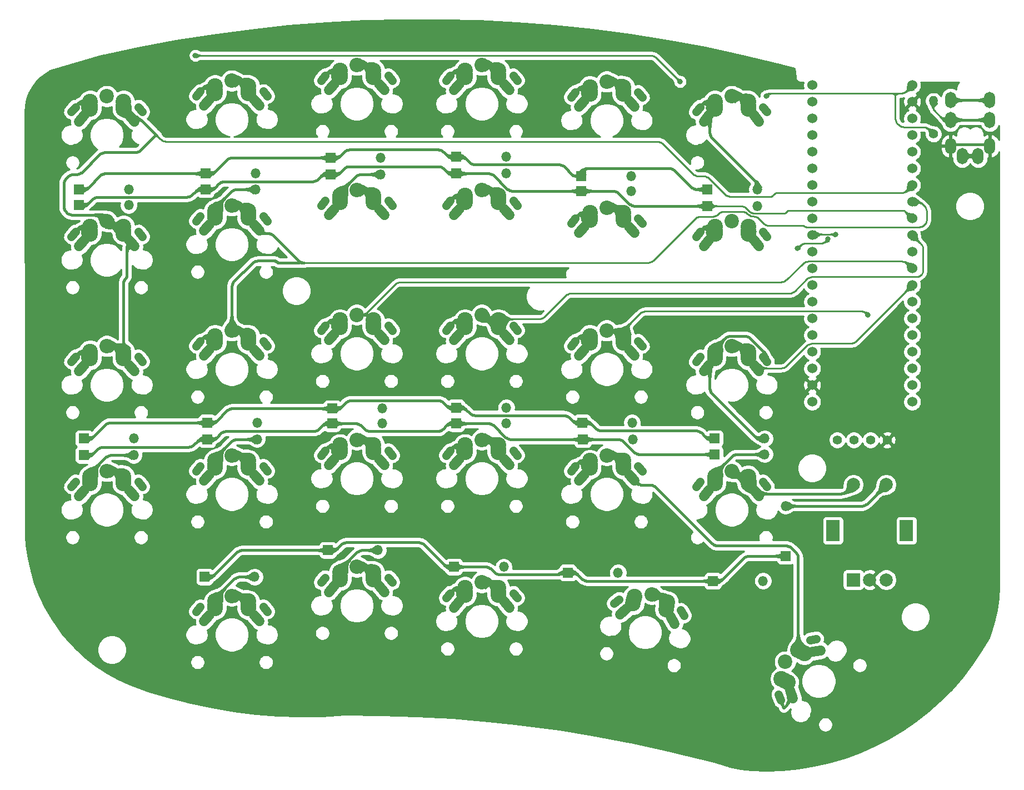
<source format=gbr>
G04 #@! TF.GenerationSoftware,KiCad,Pcbnew,5.1.5+dfsg1-2build2*
G04 #@! TF.CreationDate,2021-01-27T22:51:11+00:00*
G04 #@! TF.ProjectId,left1,6c656674-312e-46b6-9963-61645f706362,rev?*
G04 #@! TF.SameCoordinates,Original*
G04 #@! TF.FileFunction,Copper,L1,Top*
G04 #@! TF.FilePolarity,Positive*
%FSLAX46Y46*%
G04 Gerber Fmt 4.6, Leading zero omitted, Abs format (unit mm)*
G04 Created by KiCad (PCBNEW 5.1.5+dfsg1-2build2) date 2021-01-27 22:51:11*
%MOMM*%
%LPD*%
G04 APERTURE LIST*
%ADD10O,1.400000X1.400000*%
%ADD11C,1.400000*%
%ADD12C,1.524000*%
%ADD13O,1.500000X1.500000*%
%ADD14R,1.500000X1.500000*%
%ADD15C,1.397000*%
%ADD16O,1.700000X2.500000*%
%ADD17C,2.400000*%
%ADD18C,1.550000*%
%ADD19C,2.200000*%
%ADD20C,1.250000*%
%ADD21R,2.000000X2.000000*%
%ADD22C,2.000000*%
%ADD23R,2.000000X3.200000*%
%ADD24C,0.800000*%
%ADD25C,0.450000*%
%ADD26C,0.250000*%
%ADD27C,0.254000*%
%ADD28C,0.025400*%
G04 APERTURE END LIST*
D10*
X190983000Y-53670200D03*
D11*
X190983000Y-58750200D03*
D12*
X187731000Y-51282600D03*
X187731000Y-53822600D03*
X187731000Y-56362600D03*
X187731000Y-58902600D03*
X187731000Y-61442600D03*
X187731000Y-63982600D03*
X187731000Y-66522600D03*
X187731000Y-69062600D03*
X187731000Y-71602600D03*
X187731000Y-74142600D03*
X187731000Y-76682600D03*
X187731000Y-79222600D03*
X187731000Y-81762600D03*
X187731000Y-84302600D03*
X187731000Y-86842600D03*
X187731000Y-89382600D03*
X187731000Y-91922600D03*
X187731000Y-94462600D03*
X187731000Y-97002600D03*
X187731000Y-99542600D03*
X172491000Y-99542600D03*
X172491000Y-97002600D03*
X172491000Y-94462600D03*
X172491000Y-91922600D03*
X172491000Y-89382600D03*
X172491000Y-86842600D03*
X172491000Y-84302600D03*
X172491000Y-81762600D03*
X172491000Y-79222600D03*
X172491000Y-76682600D03*
X172491000Y-74142600D03*
X172491000Y-71602600D03*
X172491000Y-69062600D03*
X172491000Y-66522600D03*
X172491000Y-63982600D03*
X172491000Y-61442600D03*
X172491000Y-58902600D03*
X172491000Y-56362600D03*
X172491000Y-53822600D03*
X172491000Y-51282600D03*
D13*
X106705000Y-64871600D03*
D14*
X99085000Y-64871600D03*
D15*
X183921000Y-105359000D03*
X181381000Y-105359000D03*
X178841000Y-105359000D03*
X176301000Y-105359000D03*
D16*
X195334000Y-62066600D03*
X199534000Y-60566600D03*
X199534000Y-56566600D03*
X199534000Y-53566600D03*
X193584000Y-56566600D03*
X193584000Y-53566600D03*
X197784000Y-62066600D03*
X193584000Y-60566600D03*
D17*
X168314886Y-142062705D03*
X168747898Y-142312705D03*
X171287898Y-137913295D03*
X170854886Y-137663295D03*
D18*
X172571790Y-137651973D02*
X173802800Y-137434913D01*
D17*
X167812591Y-141772705D03*
D18*
X169591058Y-144729865D02*
X169163532Y-143555249D01*
D17*
X170352591Y-137373295D03*
D19*
X168372450Y-139163000D03*
D20*
X167716961Y-145026084D02*
X167392041Y-144133376D01*
X172186717Y-135828753D02*
X173122285Y-135663787D01*
D17*
X145295005Y-129798299D03*
X145208181Y-130290703D03*
X150211004Y-131172835D03*
X150297828Y-130680431D03*
D18*
X150895684Y-132289922D02*
X151520684Y-133372454D01*
D17*
X145395721Y-129227110D03*
D18*
X143225171Y-131909731D02*
X144182727Y-131106247D01*
D17*
X150398544Y-130109243D03*
D19*
X148039524Y-128860634D03*
D20*
X142305837Y-130249968D02*
X143033579Y-129639320D01*
X152477247Y-131304493D02*
X152952247Y-132127217D01*
D17*
X119589000Y-128473000D03*
X119589000Y-128973000D03*
X124669000Y-128973000D03*
X124669000Y-128473000D03*
D18*
X125537258Y-129954222D02*
X126340742Y-130911778D01*
D17*
X119589000Y-127893000D03*
D18*
X117917258Y-130911778D02*
X118720742Y-129954222D01*
D17*
X124669000Y-127893000D03*
D19*
X122129000Y-127073000D03*
D20*
X116723676Y-129436871D02*
X117334324Y-128709129D01*
X126923676Y-128709129D02*
X127534324Y-129436871D01*
D17*
X100549000Y-126093000D03*
X100549000Y-126593000D03*
X105629000Y-126593000D03*
X105629000Y-126093000D03*
D18*
X106497258Y-127574222D02*
X107300742Y-128531778D01*
D17*
X100549000Y-125513000D03*
D18*
X98877258Y-128531778D02*
X99680742Y-127574222D01*
D17*
X105629000Y-125513000D03*
D19*
X103089000Y-124693000D03*
D20*
X97683676Y-127056871D02*
X98294324Y-126329129D01*
X107883676Y-126329129D02*
X108494324Y-127056871D01*
D17*
X81509000Y-130533000D03*
X81509000Y-131033000D03*
X86589000Y-131033000D03*
X86589000Y-130533000D03*
D18*
X87457258Y-132014222D02*
X88260742Y-132971778D01*
D17*
X81509000Y-129953000D03*
D18*
X79837258Y-132971778D02*
X80640742Y-132014222D01*
D17*
X86589000Y-129953000D03*
D19*
X84049000Y-129133000D03*
D20*
X78643676Y-131496871D02*
X79254324Y-130769129D01*
X88843676Y-130769129D02*
X89454324Y-131496871D01*
D17*
X157669000Y-111493000D03*
X157669000Y-111993000D03*
X162749000Y-111993000D03*
X162749000Y-111493000D03*
D18*
X163617258Y-112974222D02*
X164420742Y-113931778D01*
D17*
X157669000Y-110913000D03*
D18*
X155997258Y-113931778D02*
X156800742Y-112974222D01*
D17*
X162749000Y-110913000D03*
D19*
X160209000Y-110093000D03*
D20*
X154803676Y-112456871D02*
X155414324Y-111729129D01*
X165003676Y-111729129D02*
X165614324Y-112456871D01*
D17*
X138629000Y-109113000D03*
X138629000Y-109613000D03*
X143709000Y-109613000D03*
X143709000Y-109113000D03*
D18*
X144577258Y-110594222D02*
X145380742Y-111551778D01*
D17*
X138629000Y-108533000D03*
D18*
X136957258Y-111551778D02*
X137760742Y-110594222D01*
D17*
X143709000Y-108533000D03*
D19*
X141169000Y-107713000D03*
D20*
X135763676Y-110076871D02*
X136374324Y-109349129D01*
X145963676Y-109349129D02*
X146574324Y-110076871D01*
D17*
X119589000Y-106733000D03*
X119589000Y-107233000D03*
X124669000Y-107233000D03*
X124669000Y-106733000D03*
D18*
X125537258Y-108214222D02*
X126340742Y-109171778D01*
D17*
X119589000Y-106153000D03*
D18*
X117917258Y-109171778D02*
X118720742Y-108214222D01*
D17*
X124669000Y-106153000D03*
D19*
X122129000Y-105333000D03*
D20*
X116723676Y-107696871D02*
X117334324Y-106969129D01*
X126923676Y-106969129D02*
X127534324Y-107696871D01*
D17*
X100549000Y-106733000D03*
X100549000Y-107233000D03*
X105629000Y-107233000D03*
X105629000Y-106733000D03*
D18*
X106497258Y-108214222D02*
X107300742Y-109171778D01*
D17*
X100549000Y-106153000D03*
D18*
X98877258Y-109171778D02*
X99680742Y-108214222D01*
D17*
X105629000Y-106153000D03*
D19*
X103089000Y-105333000D03*
D20*
X97683676Y-107696871D02*
X98294324Y-106969129D01*
X107883676Y-106969129D02*
X108494324Y-107696871D01*
D17*
X81509000Y-109113000D03*
X81509000Y-109613000D03*
X86589000Y-109613000D03*
X86589000Y-109113000D03*
D18*
X87457258Y-110594222D02*
X88260742Y-111551778D01*
D17*
X81509000Y-108533000D03*
D18*
X79837258Y-111551778D02*
X80640742Y-110594222D01*
D17*
X86589000Y-108533000D03*
D19*
X84049000Y-107713000D03*
D20*
X78643676Y-110076871D02*
X79254324Y-109349129D01*
X88843676Y-109349129D02*
X89454324Y-110076871D01*
D17*
X62469000Y-111493000D03*
X62469000Y-111993000D03*
X67549000Y-111993000D03*
X67549000Y-111493000D03*
D18*
X68417258Y-112974222D02*
X69220742Y-113931778D01*
D17*
X62469000Y-110913000D03*
D18*
X60797258Y-113931778D02*
X61600742Y-112974222D01*
D17*
X67549000Y-110913000D03*
D19*
X65009000Y-110093000D03*
D20*
X59603676Y-112456871D02*
X60214324Y-111729129D01*
X69803676Y-111729129D02*
X70414324Y-112456871D01*
D17*
X157669000Y-92452600D03*
X157669000Y-92952600D03*
X162749000Y-92952600D03*
X162749000Y-92452600D03*
D18*
X163617258Y-93933822D02*
X164420742Y-94891378D01*
D17*
X157669000Y-91872600D03*
D18*
X155997258Y-94891378D02*
X156800742Y-93933822D01*
D17*
X162749000Y-91872600D03*
D19*
X160209000Y-91052600D03*
D20*
X154803676Y-93416471D02*
X155414324Y-92688729D01*
X165003676Y-92688729D02*
X165614324Y-93416471D01*
D17*
X138629000Y-90072600D03*
X138629000Y-90572600D03*
X143709000Y-90572600D03*
X143709000Y-90072600D03*
D18*
X144577258Y-91553822D02*
X145380742Y-92511378D01*
D17*
X138629000Y-89492600D03*
D18*
X136957258Y-92511378D02*
X137760742Y-91553822D01*
D17*
X143709000Y-89492600D03*
D19*
X141169000Y-88672600D03*
D20*
X135763676Y-91036471D02*
X136374324Y-90308729D01*
X145963676Y-90308729D02*
X146574324Y-91036471D01*
D17*
X119589000Y-87692600D03*
X119589000Y-88192600D03*
X124669000Y-88192600D03*
X124669000Y-87692600D03*
D18*
X125537258Y-89173822D02*
X126340742Y-90131378D01*
D17*
X119589000Y-87112600D03*
D18*
X117917258Y-90131378D02*
X118720742Y-89173822D01*
D17*
X124669000Y-87112600D03*
D19*
X122129000Y-86292600D03*
D20*
X116723676Y-88656471D02*
X117334324Y-87928729D01*
X126923676Y-87928729D02*
X127534324Y-88656471D01*
D17*
X100549000Y-87692600D03*
X100549000Y-88192600D03*
X105629000Y-88192600D03*
X105629000Y-87692600D03*
D18*
X106497258Y-89173822D02*
X107300742Y-90131378D01*
D17*
X100549000Y-87112600D03*
D18*
X98877258Y-90131378D02*
X99680742Y-89173822D01*
D17*
X105629000Y-87112600D03*
D19*
X103089000Y-86292600D03*
D20*
X97683676Y-88656471D02*
X98294324Y-87928729D01*
X107883676Y-87928729D02*
X108494324Y-88656471D01*
D17*
X81509000Y-90072600D03*
X81509000Y-90572600D03*
X86589000Y-90572600D03*
X86589000Y-90072600D03*
D18*
X87457258Y-91553822D02*
X88260742Y-92511378D01*
D17*
X81509000Y-89492600D03*
D18*
X79837258Y-92511378D02*
X80640742Y-91553822D01*
D17*
X86589000Y-89492600D03*
D19*
X84049000Y-88672600D03*
D20*
X78643676Y-91036471D02*
X79254324Y-90308729D01*
X88843676Y-90308729D02*
X89454324Y-91036471D01*
D17*
X62469000Y-92452600D03*
X62469000Y-92952600D03*
X67549000Y-92952600D03*
X67549000Y-92452600D03*
D18*
X68417258Y-93933822D02*
X69220742Y-94891378D01*
D17*
X62469000Y-91872600D03*
D18*
X60797258Y-94891378D02*
X61600742Y-93933822D01*
D17*
X67549000Y-91872600D03*
D19*
X65009000Y-91052600D03*
D20*
X59603676Y-93416471D02*
X60214324Y-92688729D01*
X69803676Y-92688729D02*
X70414324Y-93416471D01*
D17*
X157669000Y-73412600D03*
X157669000Y-73912600D03*
X162749000Y-73912600D03*
X162749000Y-73412600D03*
D18*
X163617258Y-74893822D02*
X164420742Y-75851378D01*
D17*
X157669000Y-72832600D03*
D18*
X155997258Y-75851378D02*
X156800742Y-74893822D01*
D17*
X162749000Y-72832600D03*
D19*
X160209000Y-72012600D03*
D20*
X154803676Y-74376471D02*
X155414324Y-73648729D01*
X165003676Y-73648729D02*
X165614324Y-74376471D01*
D17*
X138629000Y-71352600D03*
X138629000Y-71852600D03*
X143709000Y-71852600D03*
X143709000Y-71352600D03*
D18*
X144577258Y-72833822D02*
X145380742Y-73791378D01*
D17*
X138629000Y-70772600D03*
D18*
X136957258Y-73791378D02*
X137760742Y-72833822D01*
D17*
X143709000Y-70772600D03*
D19*
X141169000Y-69952600D03*
D20*
X135763676Y-72316471D02*
X136374324Y-71588729D01*
X145963676Y-71588729D02*
X146574324Y-72316471D01*
D17*
X119589000Y-68652600D03*
X119589000Y-69152600D03*
X124669000Y-69152600D03*
X124669000Y-68652600D03*
D18*
X125537258Y-70133822D02*
X126340742Y-71091378D01*
D17*
X119589000Y-68072600D03*
D18*
X117917258Y-71091378D02*
X118720742Y-70133822D01*
D17*
X124669000Y-68072600D03*
D19*
X122129000Y-67252600D03*
D20*
X116723676Y-69616471D02*
X117334324Y-68888729D01*
X126923676Y-68888729D02*
X127534324Y-69616471D01*
D17*
X100549000Y-68652600D03*
X100549000Y-69152600D03*
X105629000Y-69152600D03*
X105629000Y-68652600D03*
D18*
X106497258Y-70133822D02*
X107300742Y-71091378D01*
D17*
X100549000Y-68072600D03*
D18*
X98877258Y-71091378D02*
X99680742Y-70133822D01*
D17*
X105629000Y-68072600D03*
D19*
X103089000Y-67252600D03*
D20*
X97683676Y-69616471D02*
X98294324Y-68888729D01*
X107883676Y-68888729D02*
X108494324Y-69616471D01*
D17*
X81509000Y-71032600D03*
X81509000Y-71532600D03*
X86589000Y-71532600D03*
X86589000Y-71032600D03*
D18*
X87457258Y-72513822D02*
X88260742Y-73471378D01*
D17*
X81509000Y-70452600D03*
D18*
X79837258Y-73471378D02*
X80640742Y-72513822D01*
D17*
X86589000Y-70452600D03*
D19*
X84049000Y-69632600D03*
D20*
X78643676Y-71996471D02*
X79254324Y-71268729D01*
X88843676Y-71268729D02*
X89454324Y-71996471D01*
D17*
X62469000Y-73412600D03*
X62469000Y-73912600D03*
X67549000Y-73912600D03*
X67549000Y-73412600D03*
D18*
X68417258Y-74893822D02*
X69220742Y-75851378D01*
D17*
X62469000Y-72832600D03*
D18*
X60797258Y-75851378D02*
X61600742Y-74893822D01*
D17*
X67549000Y-72832600D03*
D19*
X65009000Y-72012600D03*
D20*
X59603676Y-74376471D02*
X60214324Y-73648729D01*
X69803676Y-73648729D02*
X70414324Y-74376471D01*
D17*
X157669000Y-54372600D03*
X157669000Y-54872600D03*
X162749000Y-54872600D03*
X162749000Y-54372600D03*
D18*
X163617258Y-55853822D02*
X164420742Y-56811378D01*
D17*
X157669000Y-53792600D03*
D18*
X155997258Y-56811378D02*
X156800742Y-55853822D01*
D17*
X162749000Y-53792600D03*
D19*
X160209000Y-52972600D03*
D20*
X154803676Y-55336471D02*
X155414324Y-54608729D01*
X165003676Y-54608729D02*
X165614324Y-55336471D01*
D17*
X138629000Y-52152600D03*
X138629000Y-52652600D03*
X143709000Y-52652600D03*
X143709000Y-52152600D03*
D18*
X144577258Y-53633822D02*
X145380742Y-54591378D01*
D17*
X138629000Y-51572600D03*
D18*
X136957258Y-54591378D02*
X137760742Y-53633822D01*
D17*
X143709000Y-51572600D03*
D19*
X141169000Y-50752600D03*
D20*
X135763676Y-53116471D02*
X136374324Y-52388729D01*
X145963676Y-52388729D02*
X146574324Y-53116471D01*
D17*
X119589000Y-49612600D03*
X119589000Y-50112600D03*
X124669000Y-50112600D03*
X124669000Y-49612600D03*
D18*
X125537258Y-51093822D02*
X126340742Y-52051378D01*
D17*
X119589000Y-49032600D03*
D18*
X117917258Y-52051378D02*
X118720742Y-51093822D01*
D17*
X124669000Y-49032600D03*
D19*
X122129000Y-48212600D03*
D20*
X116723676Y-50576471D02*
X117334324Y-49848729D01*
X126923676Y-49848729D02*
X127534324Y-50576471D01*
D17*
X100549000Y-49612600D03*
X100549000Y-50112600D03*
X105629000Y-50112600D03*
X105629000Y-49612600D03*
D18*
X106497258Y-51093822D02*
X107300742Y-52051378D01*
D17*
X100549000Y-49032600D03*
D18*
X98877258Y-52051378D02*
X99680742Y-51093822D01*
D17*
X105629000Y-49032600D03*
D19*
X103089000Y-48212600D03*
D20*
X97683676Y-50576471D02*
X98294324Y-49848729D01*
X107883676Y-49848729D02*
X108494324Y-50576471D01*
D17*
X81509000Y-51992600D03*
X81509000Y-52492600D03*
X86589000Y-52492600D03*
X86589000Y-51992600D03*
D18*
X87457258Y-53473822D02*
X88260742Y-54431378D01*
D17*
X81509000Y-51412600D03*
D18*
X79837258Y-54431378D02*
X80640742Y-53473822D01*
D17*
X86589000Y-51412600D03*
D19*
X84049000Y-50592600D03*
D20*
X78643676Y-52956471D02*
X79254324Y-52228729D01*
X88843676Y-52228729D02*
X89454324Y-52956471D01*
D17*
X62469000Y-54372600D03*
X62469000Y-54872600D03*
X67549000Y-54872600D03*
X67549000Y-54372600D03*
D18*
X68417258Y-55853822D02*
X69220742Y-56811378D01*
D17*
X62469000Y-53792600D03*
D18*
X60797258Y-56811378D02*
X61600742Y-55853822D01*
D17*
X67549000Y-53792600D03*
D19*
X65009000Y-52972600D03*
D20*
X59603676Y-55336471D02*
X60214324Y-54608729D01*
X69803676Y-54608729D02*
X70414324Y-55336471D01*
D21*
X178765000Y-126670000D03*
D22*
X181265000Y-126670000D03*
X183765000Y-126670000D03*
D23*
X175665000Y-119170000D03*
X186865000Y-119170000D03*
D22*
X178765000Y-112170000D03*
X183765000Y-112170000D03*
D13*
X125501000Y-124689000D03*
D14*
X117881000Y-124689000D03*
D13*
X106324000Y-122149000D03*
D14*
X98704000Y-122149000D03*
D13*
X87528000Y-126213000D03*
D14*
X79908000Y-126213000D03*
D13*
X165252000Y-107544000D03*
D14*
X157632000Y-107544000D03*
D13*
X145186000Y-105258000D03*
D14*
X137566000Y-105258000D03*
D13*
X125882000Y-102845000D03*
D14*
X118262000Y-102845000D03*
D13*
X106959000Y-102845000D03*
D14*
X99339000Y-102845000D03*
D13*
X87909000Y-105258000D03*
D14*
X80289000Y-105258000D03*
D13*
X69113000Y-107671000D03*
D14*
X61493000Y-107671000D03*
D13*
X165252000Y-105131000D03*
D14*
X157632000Y-105131000D03*
D13*
X145059000Y-102718000D03*
D14*
X137439000Y-102718000D03*
D13*
X125882000Y-100432000D03*
D14*
X118262000Y-100432000D03*
D13*
X106959000Y-100559000D03*
D14*
X99339000Y-100559000D03*
D13*
X87909000Y-102718000D03*
D14*
X80289000Y-102718000D03*
D13*
X69113000Y-105131000D03*
D14*
X61493000Y-105131000D03*
D13*
X164109000Y-69697600D03*
D14*
X156489000Y-69697600D03*
D13*
X144932000Y-67411600D03*
D14*
X137312000Y-67411600D03*
D13*
X125882000Y-64744600D03*
D14*
X118262000Y-64744600D03*
D13*
X87655000Y-67157600D03*
D14*
X80035000Y-67157600D03*
D13*
X68351000Y-69570600D03*
D14*
X60731000Y-69570600D03*
D13*
X168427000Y-115418000D03*
D14*
X168427000Y-123038000D03*
D13*
X164998000Y-126848000D03*
D14*
X157378000Y-126848000D03*
D13*
X142900000Y-125578000D03*
D14*
X135280000Y-125578000D03*
D13*
X164109000Y-67157600D03*
D14*
X156489000Y-67157600D03*
D13*
X144932000Y-65125600D03*
D14*
X137312000Y-65125600D03*
D13*
X125882000Y-62204600D03*
D14*
X118262000Y-62204600D03*
D13*
X106705000Y-62331600D03*
D14*
X99085000Y-62331600D03*
D13*
X87655000Y-64744600D03*
D14*
X80035000Y-64744600D03*
D13*
X68351000Y-67157600D03*
D14*
X60731000Y-67157600D03*
D24*
X74396600Y-114071000D03*
X74396600Y-121996000D03*
X78968600Y-48082200D03*
X65100200Y-81762600D03*
X165468100Y-52959400D03*
X78486000Y-46761400D03*
X152349000Y-50737700D03*
X180967400Y-86298500D03*
X174925300Y-74736900D03*
X170230800Y-76174600D03*
X176112400Y-74057000D03*
D25*
X193725921Y-60429792D02*
X193699216Y-60451661D01*
X199392760Y-60429800D02*
X199419344Y-60451665D01*
X193918228Y-60361100D02*
X193883877Y-60364477D01*
X199235329Y-60364478D02*
X199201074Y-60361100D01*
X199269087Y-60371204D02*
X199302021Y-60381210D01*
X199333813Y-60394402D02*
X199364157Y-60410651D01*
X193850022Y-60371201D02*
X193816987Y-60381205D01*
X193785091Y-60394394D02*
X193754638Y-60410642D01*
X193883877Y-60364477D02*
X193850022Y-60371201D01*
X199235329Y-60364478D02*
X199269087Y-60371204D01*
X199392760Y-60429800D02*
X199364157Y-60410651D01*
X193725921Y-60429792D02*
X193754638Y-60410642D01*
X199302021Y-60381210D02*
X199333813Y-60394402D01*
X193816987Y-60381205D02*
X193785091Y-60394394D01*
D26*
X74396600Y-114071000D02*
X74396600Y-121996000D01*
D25*
X193699216Y-60451661D02*
X193584000Y-60566600D01*
X193918228Y-60361100D02*
X199201074Y-60361100D01*
X199419344Y-60451665D02*
X199534000Y-60566600D01*
D26*
X186597738Y-52360450D02*
X186479851Y-52423462D01*
X185308161Y-52677948D02*
X185328366Y-52623623D01*
X185351475Y-52646674D02*
X185308161Y-52677948D01*
X185328366Y-52623623D02*
X185351475Y-52646674D01*
X185842059Y-57465850D02*
X185959946Y-57528862D01*
X185197738Y-52815220D02*
X185175798Y-52766941D01*
X185244709Y-52741400D02*
X185197738Y-52815220D01*
X185175798Y-52766941D02*
X185244709Y-52741400D01*
X185488363Y-52552600D02*
X185594677Y-52552600D01*
X185464132Y-52590804D02*
X185488363Y-52552600D01*
X185594677Y-52552600D02*
X185464132Y-52590804D01*
X186342462Y-57644897D02*
X186475490Y-57658000D01*
X185071387Y-52797103D02*
X185025168Y-52730079D01*
X185108069Y-52762898D02*
X185071387Y-52797103D01*
X185025168Y-52730079D02*
X185108069Y-52762898D01*
X185140600Y-53003444D02*
X185111675Y-52887947D01*
X185159815Y-52906776D02*
X185140600Y-53003444D01*
X185111675Y-52887947D02*
X185159815Y-52906776D01*
X189527137Y-57671101D02*
X189394110Y-57658000D01*
X189658240Y-57697179D02*
X189786155Y-57735981D01*
X185269735Y-56838651D02*
X185332747Y-56956538D01*
X165993608Y-52572598D02*
X165928314Y-52592404D01*
X185179780Y-56587240D02*
X185218582Y-56715155D01*
X165748367Y-52688588D02*
X165695623Y-52731874D01*
X165865276Y-52618516D02*
X165805101Y-52650680D01*
X185140600Y-56323109D02*
X185153702Y-56456137D01*
X189909651Y-57787135D02*
X190027538Y-57850147D01*
X185407011Y-57067682D02*
X185491811Y-57171011D01*
X184942715Y-52647626D02*
X184897084Y-52617400D01*
X184945318Y-52606503D02*
X184942715Y-52647626D01*
X184897084Y-52617400D02*
X184945318Y-52606503D01*
X186097337Y-52539497D02*
X185964309Y-52552600D01*
X166128434Y-52552600D02*
X166060530Y-52559287D01*
X190138682Y-57924411D02*
X190242011Y-58009211D01*
X184971000Y-52552600D02*
X185025061Y-52552600D01*
X184970988Y-52579978D02*
X184971000Y-52552600D01*
X185025061Y-52552600D02*
X184970988Y-52579978D01*
X185303464Y-52552600D02*
X185360840Y-52552600D01*
X185329255Y-52583768D02*
X185303464Y-52552600D01*
X185360840Y-52552600D02*
X185329255Y-52583768D01*
X184695342Y-52552600D02*
X184825505Y-52552600D01*
X184789504Y-52571823D02*
X184695342Y-52552600D01*
X184825505Y-52552600D02*
X184789504Y-52571823D01*
X186812211Y-52201386D02*
X186708882Y-52286186D01*
X185627586Y-57306786D02*
X185730915Y-57391586D01*
X186083443Y-57580016D02*
X186211358Y-57618819D01*
X186356355Y-52474616D02*
X186228440Y-52513419D01*
X189527137Y-57671101D02*
X189658240Y-57697179D01*
X190027538Y-57850147D02*
X190138682Y-57924411D01*
X186597738Y-52360450D02*
X186708882Y-52286186D01*
X185488363Y-52552600D02*
X185360840Y-52552600D01*
X185328366Y-52623623D02*
X185329255Y-52583768D01*
X185351475Y-52646674D02*
X185464132Y-52590804D01*
X186097337Y-52539497D02*
X186228440Y-52513419D01*
X184971000Y-52552600D02*
X184825505Y-52552600D01*
X184897084Y-52617400D02*
X184789504Y-52571823D01*
X184945318Y-52606503D02*
X184970988Y-52579978D01*
X185332747Y-56956538D02*
X185407011Y-57067682D01*
X185179780Y-56587240D02*
X185153702Y-56456137D01*
X165993608Y-52572598D02*
X166060530Y-52559287D01*
X186342462Y-57644897D02*
X186211358Y-57618819D01*
X165748367Y-52688588D02*
X165805101Y-52650680D01*
X185071387Y-52797103D02*
X185111675Y-52887947D01*
X185197738Y-52815220D02*
X185159815Y-52906776D01*
X185175798Y-52766941D02*
X185108069Y-52762898D01*
X185842059Y-57465850D02*
X185730915Y-57391586D01*
X185269735Y-56838651D02*
X185218582Y-56715155D01*
X185025061Y-52552600D02*
X185303464Y-52552600D01*
X185025168Y-52730079D02*
X184942715Y-52647626D01*
X185308161Y-52677948D02*
X185244709Y-52741400D01*
X165928314Y-52592404D02*
X165865276Y-52618516D01*
X185959946Y-57528862D02*
X186083443Y-57580016D01*
X189786155Y-57735981D02*
X189909651Y-57787135D01*
X186479851Y-52423462D02*
X186356355Y-52474616D01*
X165695623Y-52731874D02*
X165468100Y-52959400D01*
X186812211Y-52201386D02*
X187731000Y-51282600D01*
D25*
X197784000Y-62066600D02*
X195334000Y-62066600D01*
D26*
X186475490Y-57658000D02*
X189394110Y-57658000D01*
X185491811Y-57171011D02*
X185627586Y-57306786D01*
X185140600Y-53003444D02*
X185140600Y-56323109D01*
X190242011Y-58009211D02*
X190983000Y-58750200D01*
X166128434Y-52552600D02*
X184695342Y-52552600D01*
X185594677Y-52552600D02*
X185964309Y-52552600D01*
D25*
X61044695Y-53920680D02*
X61088150Y-53949014D01*
X61491158Y-54970434D02*
X61513170Y-54972600D01*
X61261324Y-54210249D02*
X61280070Y-54272014D01*
X61408340Y-54940847D02*
X61427851Y-54951259D01*
X61343127Y-54881861D02*
X61357172Y-54898939D01*
X61320390Y-54843993D02*
X61330827Y-54863486D01*
X61292669Y-54335319D02*
X61299000Y-54399555D01*
X61372831Y-54914563D02*
X61389940Y-54928576D01*
X61299000Y-54758723D02*
X61301170Y-54780728D01*
X61205590Y-54090977D02*
X61233592Y-54143335D01*
X61305489Y-54802413D02*
X61311917Y-54823570D01*
X60893327Y-53895724D02*
X60843076Y-53908610D01*
X60996339Y-53901891D02*
X60945154Y-53893452D01*
X62413070Y-54928529D02*
X62400103Y-54939169D01*
X61448294Y-54959714D02*
X61469463Y-54966125D01*
X61134905Y-53995733D02*
X61172588Y-54041618D01*
X62355868Y-54962813D02*
X62339817Y-54967682D01*
X62323366Y-54970955D02*
X62306673Y-54972600D01*
X60796551Y-53931557D02*
X60755741Y-53963585D01*
X62386156Y-54948488D02*
X62371364Y-54956395D01*
X61491158Y-54970434D02*
X61469463Y-54966125D01*
X61044695Y-53920680D02*
X60996339Y-53901891D01*
X61343127Y-54881861D02*
X61330827Y-54863486D01*
X61280070Y-54272014D02*
X61292669Y-54335319D01*
X62400103Y-54939169D02*
X62386156Y-54948488D01*
X61301170Y-54780728D02*
X61305489Y-54802413D01*
X61408340Y-54940847D02*
X61389940Y-54928576D01*
X60843076Y-53908610D02*
X60796551Y-53931557D01*
X61205590Y-54090977D02*
X61172588Y-54041618D01*
X62339817Y-54967682D02*
X62323366Y-54970955D01*
X61427851Y-54951259D02*
X61448294Y-54959714D01*
X60893327Y-53895724D02*
X60945154Y-53893452D01*
X62355868Y-54962813D02*
X62371364Y-54956395D01*
X61320390Y-54843993D02*
X61311917Y-54823570D01*
X61261324Y-54210249D02*
X61233592Y-54143335D01*
X62469000Y-53792600D02*
X62469000Y-54372600D01*
X60755741Y-53963585D02*
X59909000Y-54972600D01*
X61088150Y-53949014D02*
X61134905Y-53995733D01*
X61299000Y-54399555D02*
X61299000Y-54758723D01*
X61357172Y-54898939D02*
X61372831Y-54914563D01*
X61513170Y-54972600D02*
X62306673Y-54972600D01*
X62413070Y-54928529D02*
X62469000Y-54872600D01*
X120261834Y-63028645D02*
X120365151Y-63113454D01*
X83605146Y-62460735D02*
X83487259Y-62523747D01*
X134409862Y-63509024D02*
X134527756Y-63572031D01*
X154498643Y-67079616D02*
X154626558Y-67118419D01*
X119205435Y-62243784D02*
X119333345Y-62282591D01*
X83856558Y-62370778D02*
X83728643Y-62409581D01*
X136811645Y-65125600D02*
X136844197Y-65109592D01*
X136843697Y-65125600D02*
X136811645Y-65125600D01*
X136844197Y-65109592D02*
X136843697Y-65125600D01*
X116950231Y-62012476D02*
X117068128Y-62075480D01*
X64301146Y-64873735D02*
X64183259Y-64936747D01*
X136873724Y-65037000D02*
X136863366Y-65014353D01*
X136878052Y-65014040D02*
X136873724Y-65037000D01*
X136863366Y-65014353D02*
X136878052Y-65014040D01*
X135953751Y-64942381D02*
X136007663Y-64986619D01*
X137674115Y-64195011D02*
X137570786Y-64279811D01*
X81106355Y-64666616D02*
X80978440Y-64705418D01*
X101221196Y-61389384D02*
X101117896Y-61474205D01*
X116735733Y-61853430D02*
X116839076Y-61938221D01*
X136326742Y-65118767D02*
X136396112Y-65125600D01*
X136465725Y-65125600D02*
X136559570Y-65108412D01*
X136535778Y-65125600D02*
X136465725Y-65125600D01*
X136559570Y-65108412D02*
X136535778Y-65125600D01*
X62043738Y-66965450D02*
X61925851Y-67028462D01*
X136065651Y-65025361D02*
X136127157Y-65058233D01*
X120717652Y-63301906D02*
X120845562Y-63340714D01*
X61802355Y-67079616D02*
X61674440Y-67118418D01*
X150932440Y-63967779D02*
X151060355Y-64006581D01*
X100397681Y-62139395D02*
X100279814Y-62202424D01*
X101701567Y-61162090D02*
X101573664Y-61200904D01*
X136887256Y-64959068D02*
X136916164Y-64934433D01*
X136892400Y-64975465D02*
X136887256Y-64959068D01*
X136916164Y-64934433D02*
X136892400Y-64975465D01*
X115641336Y-61136000D02*
X115508303Y-61122900D01*
X154042786Y-66806386D02*
X154146115Y-66891186D01*
X79668860Y-64744600D02*
X79522405Y-64744600D01*
X151183851Y-64057735D02*
X151301738Y-64120747D01*
X101965677Y-61122900D02*
X101832659Y-61136005D01*
X84120688Y-62331600D02*
X83987661Y-62344701D01*
X119074338Y-62217703D02*
X118941315Y-62204600D01*
X100612101Y-61980292D02*
X100508801Y-62065113D01*
X151412882Y-64195011D02*
X151516211Y-64279811D01*
X136660969Y-65078737D02*
X136689336Y-65067627D01*
X136663537Y-65093374D02*
X136660969Y-65078737D01*
X136689336Y-65067627D02*
X136663537Y-65093374D01*
X117191632Y-62126627D02*
X117319554Y-62165425D01*
X81347738Y-64552450D02*
X81229851Y-64615462D01*
X117450662Y-62191499D02*
X117583695Y-62204600D01*
X79961771Y-64744600D02*
X79815316Y-64744600D01*
X134638906Y-63646289D02*
X134742244Y-63731083D01*
X64816689Y-64744600D02*
X64683661Y-64757701D01*
X99897339Y-62318493D02*
X99764321Y-62331600D01*
X119456834Y-62333752D02*
X119574713Y-62396771D01*
X98718860Y-62331600D02*
X98572405Y-62331600D01*
X134027337Y-63393000D02*
X133894306Y-63379900D01*
X116252921Y-61389276D02*
X116356264Y-61474066D01*
X115772445Y-61162074D02*
X115900366Y-61200870D01*
X118481682Y-62204600D02*
X118335227Y-62204600D01*
X64552558Y-64783779D02*
X64424643Y-64822582D01*
X120476284Y-63187727D02*
X120594163Y-63250746D01*
X136191589Y-65084918D02*
X136258326Y-65105160D01*
X137903146Y-64057735D02*
X137785259Y-64120747D01*
X134158442Y-63419076D02*
X134286362Y-63457875D01*
X80254682Y-64744600D02*
X80108227Y-64744600D01*
X117895860Y-62204600D02*
X117749405Y-62204600D01*
X80847337Y-64731497D02*
X80714309Y-64744600D01*
X99011771Y-62331600D02*
X98865316Y-62331600D01*
X118774593Y-62204600D02*
X118628138Y-62204600D01*
X64072115Y-65011011D02*
X63968786Y-65095811D01*
X154257259Y-66965450D02*
X154375146Y-67028462D01*
X100156332Y-62253593D02*
X100028430Y-62292408D01*
X154757662Y-67144497D02*
X154890690Y-67157600D01*
X116023869Y-61252017D02*
X116141766Y-61315021D01*
X61543337Y-67144497D02*
X61410309Y-67157600D01*
X120976660Y-63366796D02*
X121109684Y-63379900D01*
X136626967Y-65125600D02*
X136654039Y-65108350D01*
X136658234Y-65125600D02*
X136626967Y-65125600D01*
X136654039Y-65108350D02*
X136658234Y-65125600D01*
X80547593Y-64744600D02*
X80401138Y-64744600D01*
X118188771Y-62204600D02*
X118042316Y-62204600D01*
X62258211Y-66806386D02*
X62154882Y-66891186D01*
X138418689Y-63928600D02*
X138285661Y-63941701D01*
X99304682Y-62331600D02*
X99158227Y-62331600D01*
X150801337Y-63941701D02*
X150668310Y-63928600D01*
X138154558Y-63967779D02*
X138026643Y-64006582D01*
X83376115Y-62598011D02*
X83272786Y-62682811D01*
X136889177Y-65125600D02*
X136899689Y-65114006D01*
X136923615Y-65125600D02*
X136889177Y-65125600D01*
X136899689Y-65114006D02*
X136923615Y-65125600D01*
X99597593Y-62331600D02*
X99451138Y-62331600D01*
X136830870Y-64997435D02*
X136852625Y-64984073D01*
X136850280Y-65001299D02*
X136830870Y-64997435D01*
X136852625Y-64984073D02*
X136850280Y-65001299D01*
X119685845Y-62471043D02*
X119789161Y-62555852D01*
X81562211Y-64393386D02*
X81458882Y-64478186D01*
X101450184Y-61252073D02*
X101332317Y-61315102D01*
X136862299Y-65091728D02*
X136873058Y-65066853D01*
X136883481Y-65094419D02*
X136862299Y-65091728D01*
X136873058Y-65066853D02*
X136883481Y-65094419D01*
X137674115Y-64195011D02*
X137785259Y-64120747D01*
X64183259Y-64936747D02*
X64072115Y-65011011D01*
X98718860Y-62331600D02*
X98865316Y-62331600D01*
X150932440Y-63967779D02*
X150801337Y-63941701D01*
X136887256Y-64959068D02*
X136852625Y-64984073D01*
X136863366Y-65014353D02*
X136850280Y-65001299D01*
X136878052Y-65014040D02*
X136892400Y-64975465D01*
X83856558Y-62370778D02*
X83987661Y-62344701D01*
X101701567Y-61162090D02*
X101832659Y-61136005D01*
X115641336Y-61136000D02*
X115772445Y-61162074D01*
X119205435Y-62243784D02*
X119074338Y-62217703D01*
X81347738Y-64552450D02*
X81458882Y-64478186D01*
X118481682Y-62204600D02*
X118628138Y-62204600D01*
X80254682Y-64744600D02*
X80401138Y-64744600D01*
X136007663Y-64986619D02*
X136065651Y-65025361D01*
X119574713Y-62396771D02*
X119685845Y-62471043D01*
X117895860Y-62204600D02*
X118042316Y-62204600D01*
X80978440Y-64705418D02*
X80847337Y-64731497D01*
X116252921Y-61389276D02*
X116141766Y-61315021D01*
X154146115Y-66891186D02*
X154257259Y-66965450D01*
X62043738Y-66965450D02*
X62154882Y-66891186D01*
X138285661Y-63941701D02*
X138154558Y-63967779D01*
X101221196Y-61389384D02*
X101332317Y-61315102D01*
X79668860Y-64744600D02*
X79815316Y-64744600D01*
X64683661Y-64757701D02*
X64552558Y-64783779D01*
X116950231Y-62012476D02*
X116839076Y-61938221D01*
X120845562Y-63340714D02*
X120976660Y-63366796D01*
X83487259Y-62523747D02*
X83376115Y-62598011D01*
X136559570Y-65108412D02*
X136660969Y-65078737D01*
X136535778Y-65125600D02*
X136626967Y-65125600D01*
X136663537Y-65093374D02*
X136654039Y-65108350D01*
X61674440Y-67118418D02*
X61543337Y-67144497D01*
X117319554Y-62165425D02*
X117450662Y-62191499D01*
X100397681Y-62139395D02*
X100508801Y-62065113D01*
X154626558Y-67118419D02*
X154757662Y-67144497D01*
X151301738Y-64120747D02*
X151412882Y-64195011D01*
X99304682Y-62331600D02*
X99451138Y-62331600D01*
X136326742Y-65118767D02*
X136258326Y-65105160D01*
X134527756Y-63572031D02*
X134638906Y-63646289D01*
X134027337Y-63393000D02*
X134158442Y-63419076D01*
X120365151Y-63113454D02*
X120476284Y-63187727D01*
X136844197Y-65109592D02*
X136862299Y-65091728D01*
X136843697Y-65125600D02*
X136889177Y-65125600D01*
X136899689Y-65114006D02*
X136883481Y-65094419D01*
X99897339Y-62318493D02*
X100028430Y-62292408D01*
X137903146Y-64057735D02*
X138026643Y-64006582D01*
X64301146Y-64873735D02*
X64424643Y-64822582D01*
X136127157Y-65058233D02*
X136191589Y-65084918D01*
X61925851Y-67028462D02*
X61802355Y-67079616D01*
X117068128Y-62075480D02*
X117191632Y-62126627D01*
X134409862Y-63509024D02*
X134286362Y-63457875D01*
X120717652Y-63301906D02*
X120594163Y-63250746D01*
X99011771Y-62331600D02*
X99158227Y-62331600D01*
X154498643Y-67079616D02*
X154375146Y-67028462D01*
X100279814Y-62202424D02*
X100156332Y-62253593D01*
X115900366Y-61200870D02*
X116023869Y-61252017D01*
X136689336Y-65067627D02*
X136830870Y-64997435D01*
X136811645Y-65125600D02*
X136658234Y-65125600D01*
X136873724Y-65037000D02*
X136873058Y-65066853D01*
X151060355Y-64006581D02*
X151183851Y-64057735D01*
X119333345Y-62282591D02*
X119456834Y-62333752D01*
X83605146Y-62460735D02*
X83728643Y-62409581D01*
X118335227Y-62204600D02*
X118188771Y-62204600D01*
X79961771Y-64744600D02*
X80108227Y-64744600D01*
X81106355Y-64666616D02*
X81229851Y-64615462D01*
X101573664Y-61200904D02*
X101450184Y-61252073D01*
X154890690Y-67157600D02*
X156489000Y-67157600D01*
X154042786Y-66806386D02*
X151516211Y-64279811D01*
X138418689Y-63928600D02*
X150668310Y-63928600D01*
X137570786Y-64279811D02*
X136916164Y-64934433D01*
X118941315Y-62204600D02*
X118774593Y-62204600D01*
X120261834Y-63028645D02*
X119789161Y-62555852D01*
X133894306Y-63379900D02*
X121109684Y-63379900D01*
X135953751Y-64942381D02*
X134742244Y-63731083D01*
X136396112Y-65125600D02*
X136465725Y-65125600D01*
X99764321Y-62331600D02*
X99597593Y-62331600D01*
X101117896Y-61474205D02*
X100612101Y-61980292D01*
X115508303Y-61122900D02*
X101965677Y-61122900D01*
X116735733Y-61853430D02*
X116356264Y-61474066D01*
X117583695Y-62204600D02*
X117749405Y-62204600D01*
X80714309Y-64744600D02*
X80547593Y-64744600D01*
X83272786Y-62682811D02*
X81562211Y-64393386D01*
X84120688Y-62331600D02*
X98572405Y-62331600D01*
X61410309Y-67157600D02*
X60731000Y-67157600D01*
X63968786Y-65095811D02*
X62258211Y-66806386D01*
X79522405Y-64744600D02*
X64816689Y-64744600D01*
X136923615Y-65125600D02*
X137312000Y-65125600D01*
X80412831Y-52534562D02*
X80429941Y-52548576D01*
X80245590Y-51710977D02*
X80273592Y-51763335D01*
X80345489Y-52422413D02*
X80351917Y-52443570D01*
X80332670Y-51955319D02*
X80339000Y-52019555D01*
X80339000Y-52378723D02*
X80341170Y-52400728D01*
X80036339Y-51521891D02*
X79985154Y-51513452D01*
X81453070Y-52548529D02*
X81440103Y-52559169D01*
X80488294Y-52579714D02*
X80509463Y-52586125D01*
X81363366Y-52590955D02*
X81346673Y-52592600D01*
X81395868Y-52582813D02*
X81379817Y-52587683D01*
X79836551Y-51551557D02*
X79795741Y-51583585D01*
X80174905Y-51615733D02*
X80212588Y-51661618D01*
X80531158Y-52590435D02*
X80553170Y-52592600D01*
X80301324Y-51830249D02*
X80320071Y-51892014D01*
X80448340Y-52560847D02*
X80467851Y-52571259D01*
X81426156Y-52568488D02*
X81411364Y-52576395D01*
X80383127Y-52501861D02*
X80397172Y-52518939D01*
X79933327Y-51515724D02*
X79883077Y-51528609D01*
X80084695Y-51540680D02*
X80128150Y-51569014D01*
X80360390Y-52463993D02*
X80370827Y-52483486D01*
X79836551Y-51551557D02*
X79883077Y-51528609D01*
X81363366Y-52590955D02*
X81379817Y-52587683D01*
X80345489Y-52422413D02*
X80341170Y-52400728D01*
X80245590Y-51710977D02*
X80212588Y-51661618D01*
X80036339Y-51521891D02*
X80084695Y-51540680D01*
X80332670Y-51955319D02*
X80320071Y-51892014D01*
X80509463Y-52586125D02*
X80531158Y-52590435D01*
X80429941Y-52548576D02*
X80448340Y-52560847D01*
X81440103Y-52559169D02*
X81426156Y-52568488D01*
X80383127Y-52501861D02*
X80370827Y-52483486D01*
X80273592Y-51763335D02*
X80301324Y-51830249D01*
X81395868Y-52582813D02*
X81411364Y-52576395D01*
X80488294Y-52579714D02*
X80467851Y-52571259D01*
X80351917Y-52443570D02*
X80360390Y-52463993D01*
X79985154Y-51513452D02*
X79933327Y-51515724D01*
X79795741Y-51583585D02*
X78949000Y-52592600D01*
X80174905Y-51615733D02*
X80128150Y-51569014D01*
X80339000Y-52019555D02*
X80339000Y-52378723D01*
X80412831Y-52534562D02*
X80397172Y-52518939D01*
X81346673Y-52592600D02*
X80553170Y-52592600D01*
X81453070Y-52548529D02*
X81509000Y-52492600D01*
X100493070Y-50168529D02*
X100480103Y-50179169D01*
X98876551Y-49171557D02*
X98835741Y-49203585D01*
X99076339Y-49141891D02*
X99025154Y-49133452D01*
X100403366Y-50210955D02*
X100386673Y-50212600D01*
X99214905Y-49235733D02*
X99252588Y-49281618D01*
X100435868Y-50202813D02*
X100419817Y-50207683D01*
X100466156Y-50188488D02*
X100451364Y-50196395D01*
X99341324Y-49450249D02*
X99360070Y-49512014D01*
X99488340Y-50180847D02*
X99507851Y-50191259D01*
X99124695Y-49160680D02*
X99168150Y-49189014D01*
X99571158Y-50210434D02*
X99593170Y-50212600D01*
X99423127Y-50121861D02*
X99437172Y-50138939D01*
X99379000Y-49998723D02*
X99381170Y-50020728D01*
X99372669Y-49575319D02*
X99379000Y-49639555D01*
X99452831Y-50154563D02*
X99469940Y-50168576D01*
X99400390Y-50083993D02*
X99410827Y-50103486D01*
X99285590Y-49330977D02*
X99313592Y-49383335D01*
X98973327Y-49135725D02*
X98923076Y-49148610D01*
X99385489Y-50042413D02*
X99391917Y-50063570D01*
X99528294Y-50199714D02*
X99549463Y-50206125D01*
X100480103Y-50179169D02*
X100466156Y-50188488D01*
X99076339Y-49141891D02*
X99124695Y-49160680D01*
X99423127Y-50121861D02*
X99410827Y-50103486D01*
X99488340Y-50180847D02*
X99469940Y-50168576D01*
X99381170Y-50020728D02*
X99385489Y-50042413D01*
X99360070Y-49512014D02*
X99372669Y-49575319D01*
X98876551Y-49171557D02*
X98923076Y-49148610D01*
X100403366Y-50210955D02*
X100419817Y-50207683D01*
X99571158Y-50210434D02*
X99549463Y-50206125D01*
X99252588Y-49281618D02*
X99285590Y-49330977D01*
X99025154Y-49133452D02*
X98973327Y-49135725D01*
X99341324Y-49450249D02*
X99313592Y-49383335D01*
X99400390Y-50083993D02*
X99391917Y-50063570D01*
X100435868Y-50202813D02*
X100451364Y-50196395D01*
X99507851Y-50191259D02*
X99528294Y-50199714D01*
X100549000Y-49032600D02*
X100549000Y-49612600D01*
X98835741Y-49203585D02*
X97989000Y-50212600D01*
X99214905Y-49235733D02*
X99168150Y-49189014D01*
X99379000Y-49998723D02*
X99379000Y-49639555D01*
X99437172Y-50138939D02*
X99452831Y-50154563D01*
X100386673Y-50212600D02*
X99593170Y-50212600D01*
X100493070Y-50168529D02*
X100549000Y-50112600D01*
X118463127Y-50121861D02*
X118477172Y-50138939D01*
X118013327Y-49135724D02*
X117963077Y-49148609D01*
X118440390Y-50083993D02*
X118450827Y-50103486D01*
X118419000Y-49998723D02*
X118421170Y-50020728D01*
X118412670Y-49575319D02*
X118419000Y-49639555D01*
X118492831Y-50154563D02*
X118509941Y-50168576D01*
X118325590Y-49330977D02*
X118353592Y-49383335D01*
X118425489Y-50042413D02*
X118431917Y-50063570D01*
X117916551Y-49171557D02*
X117875741Y-49203585D01*
X118568294Y-50199714D02*
X118589463Y-50206125D01*
X118116339Y-49141891D02*
X118065154Y-49133452D01*
X118254905Y-49235733D02*
X118292588Y-49281618D01*
X119533070Y-50168529D02*
X119520103Y-50179169D01*
X119443366Y-50210955D02*
X119426673Y-50212600D01*
X119475868Y-50202813D02*
X119459817Y-50207683D01*
X119506156Y-50188488D02*
X119491364Y-50196395D01*
X118164695Y-49160680D02*
X118208150Y-49189014D01*
X118611158Y-50210435D02*
X118633170Y-50212600D01*
X118381324Y-49450249D02*
X118400071Y-49512014D01*
X118528340Y-50180847D02*
X118547851Y-50191259D01*
X119443366Y-50210955D02*
X119459817Y-50207683D01*
X118589463Y-50206125D02*
X118611158Y-50210435D01*
X118325590Y-49330977D02*
X118292588Y-49281618D01*
X119520103Y-50179169D02*
X119506156Y-50188488D01*
X118463127Y-50121861D02*
X118450827Y-50103486D01*
X118421170Y-50020728D02*
X118425489Y-50042413D01*
X118509941Y-50168576D02*
X118528340Y-50180847D01*
X117963077Y-49148609D02*
X117916551Y-49171557D01*
X118116339Y-49141891D02*
X118164695Y-49160680D01*
X118412670Y-49575319D02*
X118400071Y-49512014D01*
X119475868Y-50202813D02*
X119491364Y-50196395D01*
X118568294Y-50199714D02*
X118547851Y-50191259D01*
X118013327Y-49135724D02*
X118065154Y-49133452D01*
X118353592Y-49383335D02*
X118381324Y-49450249D01*
X118440390Y-50083993D02*
X118431917Y-50063570D01*
X117875741Y-49203585D02*
X117029000Y-50212600D01*
X118254905Y-49235733D02*
X118208150Y-49189014D01*
X118419000Y-49998723D02*
X118419000Y-49639555D01*
X118477172Y-50138939D02*
X118492831Y-50154563D01*
X119426673Y-50212600D02*
X118633170Y-50212600D01*
X119533070Y-50168529D02*
X119589000Y-50112600D01*
X137294905Y-51775733D02*
X137332588Y-51821618D01*
X137651158Y-52750434D02*
X137673170Y-52752600D01*
X137053327Y-51675724D02*
X137003077Y-51688609D01*
X138546156Y-52728488D02*
X138531364Y-52736394D01*
X137421324Y-51990249D02*
X137440070Y-52052014D01*
X137568340Y-52720847D02*
X137587851Y-52731259D01*
X137204695Y-51700680D02*
X137248150Y-51729014D01*
X137503127Y-52661861D02*
X137517172Y-52678939D01*
X137480390Y-52623993D02*
X137490827Y-52643486D01*
X137459000Y-52538723D02*
X137461170Y-52560728D01*
X137452669Y-52115319D02*
X137459000Y-52179555D01*
X137532831Y-52694563D02*
X137549940Y-52708576D01*
X137365590Y-51870977D02*
X137393592Y-51923335D01*
X137156339Y-51681891D02*
X137105154Y-51673452D01*
X137465489Y-52582413D02*
X137471917Y-52603570D01*
X138573070Y-52708529D02*
X138560103Y-52719169D01*
X137608294Y-52739714D02*
X137629463Y-52746125D01*
X138515868Y-52742813D02*
X138499817Y-52747682D01*
X138483366Y-52750955D02*
X138466673Y-52752600D01*
X136956551Y-51711557D02*
X136915741Y-51743585D01*
X137003077Y-51688609D02*
X136956551Y-51711557D01*
X137204695Y-51700680D02*
X137156339Y-51681891D01*
X137651158Y-52750434D02*
X137629463Y-52746125D01*
X137332588Y-51821618D02*
X137365590Y-51870977D01*
X138546156Y-52728488D02*
X138560103Y-52719169D01*
X138499817Y-52747682D02*
X138483366Y-52750955D01*
X137461170Y-52560728D02*
X137465489Y-52582413D01*
X137568340Y-52720847D02*
X137549940Y-52708576D01*
X137503127Y-52661861D02*
X137490827Y-52643486D01*
X137440070Y-52052014D02*
X137452669Y-52115319D01*
X138531364Y-52736394D02*
X138515868Y-52742813D01*
X137421324Y-51990249D02*
X137393592Y-51923335D01*
X137053327Y-51675724D02*
X137105154Y-51673452D01*
X137587851Y-52731259D02*
X137608294Y-52739714D01*
X137480390Y-52623993D02*
X137471917Y-52603570D01*
X138629000Y-51572600D02*
X138629000Y-52152600D01*
X136915741Y-51743585D02*
X136069000Y-52752600D01*
X137294905Y-51775733D02*
X137248150Y-51729014D01*
X137459000Y-52538723D02*
X137459000Y-52179555D01*
X137517172Y-52678939D02*
X137532831Y-52694563D01*
X137673170Y-52752600D02*
X138466673Y-52752600D01*
X138573070Y-52708529D02*
X138629000Y-52652600D01*
X156691158Y-54970434D02*
X156713170Y-54972600D01*
X156608340Y-54940847D02*
X156627851Y-54951259D01*
X157122416Y-59197476D02*
X157207218Y-59300803D01*
X156244695Y-53920680D02*
X156288150Y-53949014D01*
X156572831Y-54914562D02*
X156589940Y-54928576D01*
X156461324Y-54210249D02*
X156480070Y-54272014D01*
X156654599Y-56588143D02*
X156703227Y-56647384D01*
X156895179Y-58717039D02*
X156933982Y-58844954D01*
X156811280Y-56849505D02*
X156833531Y-56922846D01*
X156543127Y-54881861D02*
X156557172Y-54898939D01*
X156492669Y-54335319D02*
X156499000Y-54399555D01*
X163959037Y-65979918D02*
X163983219Y-65982300D01*
X156520390Y-54843993D02*
X156530827Y-54863486D01*
X156499000Y-54758723D02*
X156501170Y-54780728D01*
X163820441Y-65913744D02*
X163840611Y-65930296D01*
X156093327Y-53895724D02*
X156043076Y-53908610D01*
X156405590Y-54090977D02*
X156433592Y-54143335D01*
X164104772Y-66060213D02*
X164109000Y-66081465D01*
X156505489Y-54802413D02*
X156511917Y-54823570D01*
X164084442Y-66022178D02*
X164096480Y-66040194D01*
X156856000Y-58452911D02*
X156869102Y-58585938D01*
X156196339Y-53901891D02*
X156145154Y-53893452D01*
X164051103Y-65994818D02*
X164069120Y-66006856D01*
X155996551Y-53931557D02*
X155955741Y-53963585D01*
X157613070Y-54928529D02*
X157600103Y-54939169D01*
X156648294Y-54959714D02*
X156669463Y-54966125D01*
X156985137Y-58968448D02*
X157048151Y-59086334D01*
X156334905Y-53995733D02*
X156372588Y-54041618D01*
X156848486Y-56998016D02*
X156856000Y-57074289D01*
X157555868Y-54962813D02*
X157539817Y-54967682D01*
X157523366Y-54970955D02*
X157506673Y-54972600D01*
X156745813Y-56711107D02*
X156781946Y-56778697D01*
X164031084Y-65986527D02*
X164009832Y-65982300D01*
X163862306Y-65944792D02*
X163885318Y-65957092D01*
X157586156Y-54948488D02*
X157571364Y-54956395D01*
X163911951Y-65968124D02*
X163935204Y-65975177D01*
X163840611Y-65930296D02*
X163862306Y-65944792D01*
X156691158Y-54970434D02*
X156669463Y-54966125D01*
X164104772Y-66060213D02*
X164096480Y-66040194D01*
X156895179Y-58717039D02*
X156869102Y-58585938D01*
X156833531Y-56922846D02*
X156848486Y-56998016D01*
X156543127Y-54881861D02*
X156530827Y-54863486D01*
X156244695Y-53920680D02*
X156196339Y-53901891D01*
X156703227Y-56647384D02*
X156745813Y-56711107D01*
X157122416Y-59197476D02*
X157048151Y-59086334D01*
X163959037Y-65979918D02*
X163935204Y-65975177D01*
X156043076Y-53908610D02*
X155996551Y-53931557D01*
X156405590Y-54090977D02*
X156372588Y-54041618D01*
X157600103Y-54939169D02*
X157586156Y-54948488D01*
X157539817Y-54967682D02*
X157523366Y-54970955D01*
X156501170Y-54780728D02*
X156505489Y-54802413D01*
X156608340Y-54940847D02*
X156589940Y-54928576D01*
X156480070Y-54272014D02*
X156492669Y-54335319D01*
X164051103Y-65994818D02*
X164031084Y-65986527D01*
X157555868Y-54962813D02*
X157571364Y-54956395D01*
X163885318Y-65957092D02*
X163911951Y-65968124D01*
X156093327Y-53895724D02*
X156145154Y-53893452D01*
X156461324Y-54210249D02*
X156433592Y-54143335D01*
X156627851Y-54951259D02*
X156648294Y-54959714D01*
X164084442Y-66022178D02*
X164069120Y-66006856D01*
X156811280Y-56849505D02*
X156781946Y-56778697D01*
X156520390Y-54843993D02*
X156511917Y-54823570D01*
X156933982Y-58844954D02*
X156985137Y-58968448D01*
X155955741Y-53963585D02*
X155109000Y-54972600D01*
X156288150Y-53949014D02*
X156334905Y-53995733D01*
X156499000Y-54399555D02*
X156499000Y-54758723D01*
X156572831Y-54914562D02*
X156557172Y-54898939D01*
X156713170Y-54972600D02*
X157506673Y-54972600D01*
X157613070Y-54928529D02*
X157669000Y-54872600D01*
X164109000Y-66081465D02*
X164109000Y-67157600D01*
X163983219Y-65982300D02*
X164009832Y-65982300D01*
X157207218Y-59300803D02*
X163820441Y-65913744D01*
X156856000Y-58452911D02*
X156856000Y-57074289D01*
X156654599Y-56588143D02*
X156399000Y-56332600D01*
X61299000Y-73798723D02*
X61301170Y-73820728D01*
X61292670Y-73375319D02*
X61299000Y-73439555D01*
X61205590Y-73130977D02*
X61233592Y-73183335D01*
X61305489Y-73842413D02*
X61311917Y-73863570D01*
X60996339Y-72941891D02*
X60945154Y-72933452D01*
X62413070Y-73968529D02*
X62400103Y-73979169D01*
X61448294Y-73999714D02*
X61469463Y-74006125D01*
X61134905Y-73035733D02*
X61172588Y-73081618D01*
X62355868Y-74002813D02*
X62339817Y-74007682D01*
X62323366Y-74010955D02*
X62306673Y-74012600D01*
X60796551Y-72971557D02*
X60755741Y-73003585D01*
X62386156Y-73988488D02*
X62371364Y-73996395D01*
X61044695Y-72960680D02*
X61088150Y-72989014D01*
X61491158Y-74010435D02*
X61513170Y-74012600D01*
X61261324Y-73250249D02*
X61280071Y-73312014D01*
X61408340Y-73980847D02*
X61427851Y-73991259D01*
X60893327Y-72935724D02*
X60843077Y-72948609D01*
X61343127Y-73921861D02*
X61357172Y-73938939D01*
X61320390Y-73883993D02*
X61330827Y-73903486D01*
X61372831Y-73954563D02*
X61389940Y-73968576D01*
X60796551Y-72971557D02*
X60843077Y-72948609D01*
X61205590Y-73130977D02*
X61172588Y-73081618D01*
X62339817Y-74007682D02*
X62323366Y-74010955D01*
X61469463Y-74006125D02*
X61491158Y-74010435D01*
X61301170Y-73820728D02*
X61305489Y-73842413D01*
X60996339Y-72941891D02*
X61044695Y-72960680D01*
X61343127Y-73921861D02*
X61330827Y-73903486D01*
X62400103Y-73979169D02*
X62386156Y-73988488D01*
X61292670Y-73375319D02*
X61280071Y-73312014D01*
X61408340Y-73980847D02*
X61389940Y-73968576D01*
X61233592Y-73183335D02*
X61261324Y-73250249D01*
X61311917Y-73863570D02*
X61320390Y-73883993D01*
X61448294Y-73999714D02*
X61427851Y-73991259D01*
X60945154Y-72933452D02*
X60893327Y-72935724D01*
X62355868Y-74002813D02*
X62371364Y-73996395D01*
X60755741Y-73003585D02*
X59909000Y-74012600D01*
X61134905Y-73035733D02*
X61088150Y-72989014D01*
X61299000Y-73798723D02*
X61299000Y-73439555D01*
X61357172Y-73938939D02*
X61372831Y-73954563D01*
X62306673Y-74012600D02*
X61513170Y-74012600D01*
X62413070Y-73968529D02*
X62469000Y-73912600D01*
X117069662Y-124675897D02*
X117202690Y-124689000D01*
X85129146Y-122278135D02*
X85011259Y-122341147D01*
X134191083Y-125592502D02*
X134143733Y-125606865D01*
X133940004Y-125742992D02*
X133901755Y-125774382D01*
X162860689Y-123038000D02*
X162727661Y-123051101D01*
X116569259Y-124496850D02*
X116687146Y-124559862D01*
X100827115Y-121220411D02*
X100723786Y-121305211D01*
X99216593Y-122149000D02*
X99070138Y-122149000D01*
X99775355Y-122071016D02*
X99647440Y-122109818D01*
X134013240Y-125676615D02*
X133974992Y-125708005D01*
X133771263Y-125844132D02*
X133723913Y-125858495D01*
X136223440Y-125617180D02*
X136351355Y-125655982D01*
X117807771Y-124689000D02*
X117661316Y-124689000D01*
X158449355Y-126770016D02*
X158321440Y-126808818D01*
X100016738Y-121956850D02*
X99898851Y-122019862D01*
X158905211Y-126496786D02*
X158801882Y-126581586D01*
X98630771Y-122149000D02*
X98484316Y-122149000D01*
X136474851Y-125707135D02*
X136592738Y-125770147D01*
X137374786Y-126496786D02*
X137478115Y-126581586D01*
X137830643Y-126770016D02*
X137958558Y-126808819D01*
X158690738Y-126655850D02*
X158572851Y-126718862D01*
X138089662Y-126834897D02*
X138222690Y-126848000D01*
X157890593Y-126848000D02*
X157744138Y-126848000D01*
X157304771Y-126848000D02*
X157158316Y-126848000D01*
X124512611Y-125795050D02*
X124640546Y-125833836D01*
X124271176Y-125680929D02*
X124389092Y-125743917D01*
X122990452Y-124728162D02*
X123118387Y-124766948D01*
X135206771Y-125578000D02*
X135060316Y-125578000D01*
X137589259Y-126655850D02*
X137707146Y-126718862D01*
X112607337Y-120967102D02*
X112474309Y-120954000D01*
X101571689Y-120954000D02*
X101438661Y-120967101D01*
X134098019Y-125625801D02*
X134054381Y-125649126D01*
X135792593Y-125578000D02*
X135646138Y-125578000D01*
X84900115Y-122415411D02*
X84796786Y-122500211D01*
X124771664Y-125859903D02*
X124904706Y-125873000D01*
X162596558Y-123077179D02*
X162468643Y-123115982D01*
X122859334Y-124702096D02*
X122726292Y-124689000D01*
X133675384Y-125868149D02*
X133626143Y-125873000D01*
X80720337Y-126199897D02*
X80587309Y-126213000D01*
X136703882Y-125844411D02*
X136807211Y-125929211D01*
X112989851Y-121083135D02*
X113107738Y-121146147D01*
X112738440Y-120993180D02*
X112866355Y-121031982D01*
X113218882Y-121220411D02*
X113322211Y-121305211D01*
X162345146Y-123167135D02*
X162227259Y-123230147D01*
X124056625Y-125521922D02*
X124159997Y-125606693D01*
X123471000Y-124955304D02*
X123574371Y-125040074D01*
X118100682Y-124689000D02*
X117954227Y-124689000D01*
X101307558Y-120993179D02*
X101179643Y-121031982D01*
X98923682Y-122149000D02*
X98777227Y-122149000D01*
X135499682Y-125578000D02*
X135353227Y-125578000D01*
X117514860Y-124689000D02*
X117368405Y-124689000D01*
X99516337Y-122135897D02*
X99383309Y-122149000D01*
X157597682Y-126848000D02*
X157451227Y-126848000D01*
X116354786Y-124337786D02*
X116458115Y-124422586D01*
X162116115Y-123304411D02*
X162012786Y-123389211D01*
X85380558Y-122188178D02*
X85252643Y-122226981D01*
X116810643Y-124611016D02*
X116938558Y-124649819D01*
X85644688Y-122149000D02*
X85511661Y-122162101D01*
X136092337Y-125591102D02*
X135959309Y-125578000D01*
X158190337Y-126834897D02*
X158057309Y-126848000D01*
X101056146Y-121083135D02*
X100938259Y-121146147D01*
X98337860Y-122149000D02*
X98191405Y-122149000D01*
X123241906Y-124818081D02*
X123359822Y-124881068D01*
X133860615Y-125801871D02*
X133816977Y-125825196D01*
X81435211Y-125861786D02*
X81331882Y-125946586D01*
X157011860Y-126848000D02*
X156865405Y-126848000D01*
X100231211Y-121797786D02*
X100127882Y-121882586D01*
X134288854Y-125578000D02*
X134239612Y-125582849D01*
X81220738Y-126020850D02*
X81102851Y-126083862D01*
X80979355Y-126135016D02*
X80851440Y-126173819D01*
X118393593Y-124689000D02*
X118247138Y-124689000D01*
X134913860Y-125578000D02*
X134767405Y-125578000D01*
X137478115Y-126581586D02*
X137589259Y-126655850D01*
X133901755Y-125774382D02*
X133860615Y-125801871D01*
X133723913Y-125858495D02*
X133675384Y-125868149D01*
X162227259Y-123230147D02*
X162116115Y-123304411D01*
X81331882Y-125946586D02*
X81220738Y-126020850D01*
X85380558Y-122188178D02*
X85511661Y-122162101D01*
X136592738Y-125770147D02*
X136703882Y-125844411D01*
X137958558Y-126808819D02*
X138089662Y-126834897D01*
X100016738Y-121956850D02*
X100127882Y-121882586D01*
X100827115Y-121220411D02*
X100938259Y-121146147D01*
X80720337Y-126199897D02*
X80851440Y-126173819D01*
X122990452Y-124728162D02*
X122859334Y-124702096D01*
X158801882Y-126581586D02*
X158690738Y-126655850D01*
X116569259Y-124496850D02*
X116458115Y-124422586D01*
X118100682Y-124689000D02*
X118247138Y-124689000D01*
X157744138Y-126848000D02*
X157597682Y-126848000D01*
X99647440Y-122109818D02*
X99516337Y-122135897D01*
X99070138Y-122149000D02*
X98923682Y-122149000D01*
X162727661Y-123051101D02*
X162596558Y-123077179D01*
X98484316Y-122149000D02*
X98337860Y-122149000D01*
X134191083Y-125592502D02*
X134239612Y-125582849D01*
X158321440Y-126808818D02*
X158190337Y-126834897D01*
X123471000Y-124955304D02*
X123359822Y-124881068D01*
X113107738Y-121146147D02*
X113218882Y-121220411D01*
X117661316Y-124689000D02*
X117514860Y-124689000D01*
X85011259Y-122341147D02*
X84900115Y-122415411D01*
X135646138Y-125578000D02*
X135499682Y-125578000D01*
X134013240Y-125676615D02*
X134054381Y-125649126D01*
X157158316Y-126848000D02*
X157011860Y-126848000D01*
X135060316Y-125578000D02*
X134913860Y-125578000D01*
X124640546Y-125833836D02*
X124771664Y-125859903D01*
X124271176Y-125680929D02*
X124159997Y-125606693D01*
X136223440Y-125617180D02*
X136092337Y-125591102D01*
X101438661Y-120967101D02*
X101307558Y-120993179D01*
X117069662Y-124675897D02*
X116938558Y-124649819D01*
X112607337Y-120967102D02*
X112738440Y-120993180D01*
X136351355Y-125655982D02*
X136474851Y-125707135D01*
X99775355Y-122071016D02*
X99898851Y-122019862D01*
X123118387Y-124766948D02*
X123241906Y-124818081D01*
X85129146Y-122278135D02*
X85252643Y-122226981D01*
X117807771Y-124689000D02*
X117954227Y-124689000D01*
X158449355Y-126770016D02*
X158572851Y-126718862D01*
X135206771Y-125578000D02*
X135353227Y-125578000D01*
X157304771Y-126848000D02*
X157451227Y-126848000D01*
X124512611Y-125795050D02*
X124389092Y-125743917D01*
X116687146Y-124559862D02*
X116810643Y-124611016D01*
X133771263Y-125844132D02*
X133816977Y-125825196D01*
X134143733Y-125606865D02*
X134098019Y-125625801D01*
X162468643Y-123115982D02*
X162345146Y-123167135D01*
X112989851Y-121083135D02*
X112866355Y-121031982D01*
X101179643Y-121031982D02*
X101056146Y-121083135D01*
X81102851Y-126083862D02*
X80979355Y-126135016D01*
X137830643Y-126770016D02*
X137707146Y-126718862D01*
X98630771Y-122149000D02*
X98777227Y-122149000D01*
X117202690Y-124689000D02*
X117368405Y-124689000D01*
X113322211Y-121305211D02*
X116354786Y-124337786D01*
X112474309Y-120954000D02*
X101571689Y-120954000D01*
X100723786Y-121305211D02*
X100231211Y-121797786D01*
X99216593Y-122149000D02*
X99383309Y-122149000D01*
X80587309Y-126213000D02*
X79908000Y-126213000D01*
X84796786Y-122500211D02*
X81435211Y-125861786D01*
X85644688Y-122149000D02*
X98191405Y-122149000D01*
X138222690Y-126848000D02*
X156865405Y-126848000D01*
X137374786Y-126496786D02*
X136807211Y-125929211D01*
X135792593Y-125578000D02*
X135959309Y-125578000D01*
X157890593Y-126848000D02*
X158057309Y-126848000D01*
X158905211Y-126496786D02*
X162012786Y-123389211D01*
X162860689Y-123038000D02*
X168427000Y-123038000D01*
X134288854Y-125578000D02*
X134767405Y-125578000D01*
X133940004Y-125742992D02*
X133974992Y-125708005D01*
X124904706Y-125873000D02*
X133626143Y-125873000D01*
X124056625Y-125521922D02*
X123574371Y-125040074D01*
X122726292Y-124689000D02*
X118393593Y-124689000D01*
X81514738Y-70118268D02*
X81509000Y-70176527D01*
X81593161Y-69899121D02*
X81565561Y-69950748D01*
X84543555Y-67196775D02*
X84415635Y-67235573D01*
X81662831Y-69805199D02*
X81625689Y-69850449D01*
X84807693Y-67157600D02*
X84674662Y-67170700D01*
X81543156Y-70004832D02*
X81526161Y-70060851D01*
X84292132Y-67286722D02*
X84174237Y-67349727D01*
X84063085Y-67423984D02*
X83959745Y-67508777D01*
X84543555Y-67196775D02*
X84674662Y-67170700D01*
X81593161Y-69899121D02*
X81625689Y-69850449D01*
X81514738Y-70118268D02*
X81526161Y-70060851D01*
X84174237Y-67349727D02*
X84063085Y-67423984D01*
X81565561Y-69950748D02*
X81543156Y-70004832D01*
X84415635Y-67235573D02*
X84292132Y-67286722D01*
X84807693Y-67157600D02*
X87655000Y-67157600D01*
X81662831Y-69805199D02*
X83959745Y-67508777D01*
X81509000Y-70176527D02*
X81509000Y-70452600D01*
X103009078Y-65137978D02*
X102905736Y-65222769D01*
X103238129Y-65000718D02*
X103120233Y-65063723D01*
X100583164Y-67624742D02*
X100566164Y-67680773D01*
X103753695Y-64871600D02*
X103620662Y-64884699D01*
X103489555Y-64910773D02*
X103361633Y-64949571D01*
X100702866Y-67425070D02*
X100665715Y-67470328D01*
X100554740Y-67738202D02*
X100549000Y-67796473D01*
X100633180Y-67519011D02*
X100605574Y-67570648D01*
X100665715Y-67470328D02*
X100633180Y-67519011D01*
X100566164Y-67680773D02*
X100554740Y-67738202D01*
X103620662Y-64884699D02*
X103489555Y-64910773D01*
X103009078Y-65137978D02*
X103120233Y-65063723D01*
X100583164Y-67624742D02*
X100605574Y-67570648D01*
X103238129Y-65000718D02*
X103361633Y-64949571D01*
X103753695Y-64871600D02*
X106705000Y-64871600D01*
X102905736Y-65222769D02*
X100702866Y-67425070D01*
X100549000Y-67796473D02*
X100549000Y-68072600D01*
X156093327Y-72935724D02*
X156043076Y-72948610D01*
X156405590Y-73130977D02*
X156433592Y-73183335D01*
X156505489Y-73842413D02*
X156511917Y-73863570D01*
X156196339Y-72941891D02*
X156145154Y-72933452D01*
X155996551Y-72971557D02*
X155955741Y-73003585D01*
X157613070Y-73968529D02*
X157600103Y-73979169D01*
X156648294Y-73999714D02*
X156669463Y-74006125D01*
X156334905Y-73035733D02*
X156372588Y-73081618D01*
X157555868Y-74002813D02*
X157539817Y-74007682D01*
X157523366Y-74010955D02*
X157506673Y-74012600D01*
X157586156Y-73988488D02*
X157571364Y-73996395D01*
X156691158Y-74010435D02*
X156713170Y-74012600D01*
X156608340Y-73980847D02*
X156627851Y-73991259D01*
X156244695Y-72960680D02*
X156288150Y-72989014D01*
X156572831Y-73954562D02*
X156589940Y-73968576D01*
X156461324Y-73250249D02*
X156480070Y-73312014D01*
X156543127Y-73921861D02*
X156557172Y-73938939D01*
X156492669Y-73375319D02*
X156499000Y-73439555D01*
X156520390Y-73883993D02*
X156530827Y-73903486D01*
X156499000Y-73798723D02*
X156501170Y-73820728D01*
X156480070Y-73312014D02*
X156492669Y-73375319D01*
X156196339Y-72941891D02*
X156244695Y-72960680D01*
X156669463Y-74006125D02*
X156691158Y-74010435D01*
X156543127Y-73921861D02*
X156530827Y-73903486D01*
X156043076Y-72948610D02*
X155996551Y-72971557D01*
X156405590Y-73130977D02*
X156372588Y-73081618D01*
X157600103Y-73979169D02*
X157586156Y-73988488D01*
X157539817Y-74007682D02*
X157523366Y-74010955D01*
X156505489Y-73842413D02*
X156501170Y-73820728D01*
X156608340Y-73980847D02*
X156589940Y-73968576D01*
X156511917Y-73863570D02*
X156520390Y-73883993D01*
X157555868Y-74002813D02*
X157571364Y-73996395D01*
X156648294Y-73999714D02*
X156627851Y-73991259D01*
X156093327Y-72935724D02*
X156145154Y-72933452D01*
X156433592Y-73183335D02*
X156461324Y-73250249D01*
X155955741Y-73003585D02*
X155109000Y-74012600D01*
X156334905Y-73035733D02*
X156288150Y-72989014D01*
X156499000Y-73439555D02*
X156499000Y-73798723D01*
X156572831Y-73954562D02*
X156557172Y-73938939D01*
X157506673Y-74012600D02*
X156713170Y-74012600D01*
X157613070Y-73968529D02*
X157669000Y-73912600D01*
X137053327Y-89595724D02*
X137003077Y-89608609D01*
X137421324Y-89910249D02*
X137440070Y-89972014D01*
X137568340Y-90640847D02*
X137587851Y-90651259D01*
X138546156Y-90648488D02*
X138531364Y-90656394D01*
X137204695Y-89620680D02*
X137248150Y-89649014D01*
X137503127Y-90581861D02*
X137517172Y-90598939D01*
X137452669Y-90035319D02*
X137459000Y-90099555D01*
X137532831Y-90614563D02*
X137549940Y-90628576D01*
X137480390Y-90543993D02*
X137490827Y-90563486D01*
X137365590Y-89790977D02*
X137393592Y-89843335D01*
X137459000Y-90458723D02*
X137461170Y-90480728D01*
X137156339Y-89601891D02*
X137105154Y-89593452D01*
X137465489Y-90502413D02*
X137471917Y-90523570D01*
X138573070Y-90628529D02*
X138560103Y-90639169D01*
X137608294Y-90659714D02*
X137629463Y-90666125D01*
X138483366Y-90670955D02*
X138466673Y-90672600D01*
X138515868Y-90662813D02*
X138499817Y-90667683D01*
X136956551Y-89631557D02*
X136915741Y-89663585D01*
X137294905Y-89695733D02*
X137332588Y-89741618D01*
X137651158Y-90670435D02*
X137673170Y-90672600D01*
X138483366Y-90670955D02*
X138499817Y-90667683D01*
X137461170Y-90480728D02*
X137465489Y-90502413D01*
X137568340Y-90640847D02*
X137549940Y-90628576D01*
X137503127Y-90581861D02*
X137490827Y-90563486D01*
X137440070Y-89972014D02*
X137452669Y-90035319D01*
X137003077Y-89608609D02*
X136956551Y-89631557D01*
X137629463Y-90666125D02*
X137651158Y-90670435D01*
X137365590Y-89790977D02*
X137332588Y-89741618D01*
X137204695Y-89620680D02*
X137156339Y-89601891D01*
X138546156Y-90648488D02*
X138560103Y-90639169D01*
X137480390Y-90543993D02*
X137471917Y-90523570D01*
X137587851Y-90651259D02*
X137608294Y-90659714D01*
X137053327Y-89595724D02*
X137105154Y-89593452D01*
X138531364Y-90656394D02*
X138515868Y-90662813D01*
X137421324Y-89910249D02*
X137393592Y-89843335D01*
X138629000Y-89492600D02*
X138629000Y-90072600D01*
X136915741Y-89663585D02*
X136069000Y-90672600D01*
X137248150Y-89649014D02*
X137294905Y-89695733D01*
X137459000Y-90099555D02*
X137459000Y-90458723D01*
X137517172Y-90598939D02*
X137532831Y-90614563D01*
X138466673Y-90672600D02*
X137673170Y-90672600D01*
X138573070Y-90628529D02*
X138629000Y-90572600D01*
D26*
X162117251Y-69826735D02*
X162235138Y-69889747D01*
X168521984Y-70678813D02*
X168478004Y-70714906D01*
D25*
X97150263Y-65631129D02*
X97046920Y-65715919D01*
X77321338Y-68319795D02*
X77188314Y-68332900D01*
X61543339Y-69557493D02*
X61410321Y-69570600D01*
X98142553Y-64910773D02*
X98014632Y-64949571D01*
D26*
X168430699Y-70746515D02*
X168380523Y-70773334D01*
D25*
X118481682Y-64744600D02*
X118335227Y-64744600D01*
X79961771Y-67157600D02*
X79815316Y-67157600D01*
X123407440Y-64783780D02*
X123535355Y-64822582D01*
D26*
X163092359Y-70636150D02*
X163210246Y-70699162D01*
D25*
X96935766Y-65790174D02*
X96817869Y-65853179D01*
D26*
X168714079Y-70457893D02*
X168712895Y-70461797D01*
D25*
X63640677Y-68332900D02*
X63507659Y-68346005D01*
X117450660Y-64731493D02*
X117583678Y-64744600D01*
X126411643Y-67333616D02*
X126539558Y-67372419D01*
X63125184Y-68462071D02*
X63007315Y-68525099D01*
X126670662Y-67398497D02*
X126803690Y-67411600D01*
X81562162Y-66806345D02*
X81458846Y-66891154D01*
X82367163Y-66111451D02*
X82249284Y-66174471D01*
X99011771Y-64871600D02*
X98865316Y-64871600D01*
X78036162Y-67981645D02*
X77932846Y-68066454D01*
D26*
X156122860Y-69697600D02*
X155976405Y-69697600D01*
D25*
X62896195Y-68599382D02*
X62792893Y-68684201D01*
X62043681Y-69378396D02*
X61925813Y-69441425D01*
D26*
X161734737Y-69710702D02*
X161601709Y-69697600D01*
X186527176Y-70401824D02*
X186544173Y-70415773D01*
D25*
X145037643Y-69619616D02*
X145165558Y-69658419D01*
X80254682Y-67157600D02*
X80108227Y-67157600D01*
X117191664Y-64666594D02*
X117319567Y-64705408D01*
X118188771Y-64744600D02*
X118042316Y-64744600D01*
X116735892Y-64393295D02*
X116839194Y-64478115D01*
D26*
X168707757Y-70489674D02*
X168705833Y-70493272D01*
D25*
X99304682Y-64871600D02*
X99158227Y-64871600D01*
D26*
X156415771Y-69697600D02*
X156269316Y-69697600D01*
X168217714Y-70822722D02*
X168161094Y-70828300D01*
D25*
X98718860Y-64871600D02*
X98572405Y-64871600D01*
X142414440Y-67450779D02*
X142542355Y-67489581D01*
D26*
X162346282Y-69964011D02*
X162449611Y-70048811D01*
D25*
X80547593Y-67157600D02*
X80401138Y-67157600D01*
X100156335Y-64793596D02*
X100028432Y-64832409D01*
D26*
X168711700Y-70473939D02*
X168711299Y-70477999D01*
X168327959Y-70795107D02*
X168273515Y-70811622D01*
X168868667Y-70358000D02*
X168852525Y-70359589D01*
X156708682Y-69697600D02*
X156562227Y-69697600D01*
X186658468Y-70530068D02*
X186674855Y-70546455D01*
D25*
X116950314Y-64552397D02*
X117068183Y-64615426D01*
D26*
X186592756Y-70464356D02*
X186608819Y-70480419D01*
D25*
X125955786Y-67060386D02*
X126059115Y-67145186D01*
D26*
X186489500Y-70379242D02*
X186508892Y-70389607D01*
D25*
X117895860Y-64744600D02*
X117749405Y-64744600D01*
D26*
X186448142Y-70364444D02*
X186469184Y-70370827D01*
D25*
X142665851Y-67540735D02*
X142783738Y-67603747D01*
X118774593Y-64744600D02*
X118628138Y-64744600D01*
X116263803Y-63939481D02*
X116367105Y-64024301D01*
X144581786Y-69346386D02*
X144685115Y-69431186D01*
X99897338Y-64858494D02*
X99764319Y-64871600D01*
X63376567Y-68372090D02*
X63248664Y-68410903D01*
D26*
X168778321Y-70390324D02*
X168765783Y-70400614D01*
X168806111Y-70373668D02*
X168791807Y-70381314D01*
D25*
X145296662Y-69684497D02*
X145429690Y-69697600D01*
X96694365Y-65904326D02*
X96566443Y-65943124D01*
X100397689Y-64679402D02*
X100279818Y-64742430D01*
D26*
X157001593Y-69697600D02*
X156855138Y-69697600D01*
D25*
X101955679Y-63673000D02*
X101822659Y-63686105D01*
D26*
X161865840Y-69736780D02*
X161993755Y-69775582D01*
D25*
X142894882Y-67678011D02*
X142998211Y-67762811D01*
D26*
X186560629Y-70432229D02*
X186576692Y-70448292D01*
D25*
X101440179Y-63802167D02*
X101322309Y-63865194D01*
X97662077Y-65137977D02*
X97558734Y-65222768D01*
D26*
X168712099Y-70465798D02*
X168711700Y-70469858D01*
D25*
X62258104Y-69219293D02*
X62154802Y-69304114D01*
D26*
X186625693Y-70497293D02*
X186642080Y-70513680D01*
D25*
X116034814Y-63802171D02*
X116152683Y-63865199D01*
X142283337Y-67424701D02*
X142150310Y-67411600D01*
D26*
X163592762Y-70815197D02*
X163725790Y-70828300D01*
D25*
X123658851Y-64873735D02*
X123776738Y-64936747D01*
D26*
X168710503Y-70482000D02*
X168709318Y-70485904D01*
D25*
X100612116Y-64520305D02*
X100508812Y-64605122D01*
X79356684Y-67157600D02*
X79223660Y-67170703D01*
X123887882Y-65011011D02*
X123991211Y-65095811D01*
X99597593Y-64871600D02*
X99451138Y-64871600D01*
X82138151Y-66248743D02*
X82034834Y-66333552D01*
D26*
X168717563Y-70450525D02*
X168715640Y-70454123D01*
D25*
X137238771Y-67411600D02*
X137092316Y-67411600D01*
X115783431Y-63712190D02*
X115911334Y-63751004D01*
X78612151Y-67424043D02*
X78508834Y-67508852D01*
X96435336Y-65969199D02*
X96302303Y-65982300D01*
X126170259Y-67219450D02*
X126288146Y-67282462D01*
D26*
X168703567Y-70496664D02*
X168700979Y-70499818D01*
D25*
X137531682Y-67411600D02*
X137385227Y-67411600D01*
X82882684Y-65982300D02*
X82749660Y-65995403D01*
X144796259Y-69505450D02*
X144914146Y-69568462D01*
X80847338Y-67144495D02*
X80714314Y-67157600D01*
D26*
X163333743Y-70750316D02*
X163461658Y-70789119D01*
D25*
X136945860Y-67411600D02*
X136799405Y-67411600D01*
X61802333Y-69492594D02*
X61674431Y-69531408D01*
D26*
X186426575Y-70360155D02*
X186404692Y-70358000D01*
D25*
X97891129Y-65000718D02*
X97773232Y-65063722D01*
X137824593Y-67411600D02*
X137678138Y-67411600D01*
X101211185Y-63939475D02*
X101107880Y-64024292D01*
X82618562Y-66021484D02*
X82490652Y-66060291D01*
X79092562Y-67196784D02*
X78964652Y-67235591D01*
X81347713Y-66965426D02*
X81229834Y-67028445D01*
X81106345Y-67079606D02*
X80978435Y-67118414D01*
X98406695Y-64871600D02*
X98273662Y-64884700D01*
X77821713Y-68140726D02*
X77703834Y-68203745D01*
D26*
X168836617Y-70362753D02*
X168821096Y-70367461D01*
D25*
X78841163Y-67286752D02*
X78723284Y-67349771D01*
X115652339Y-63686105D02*
X115519321Y-63673000D01*
D26*
X162877886Y-70477086D02*
X162981215Y-70561886D01*
D25*
X101691565Y-63712189D02*
X101563662Y-63751001D01*
X77580345Y-68254906D02*
X77452435Y-68293714D01*
X79668860Y-67157600D02*
X79522405Y-67157600D01*
D26*
X168722418Y-70443979D02*
X168719830Y-70447133D01*
D25*
X123276337Y-64757702D02*
X123143309Y-64744600D01*
X97046920Y-65715919D02*
X96935766Y-65790174D01*
X116263803Y-63939481D02*
X116152683Y-63865199D01*
X98865316Y-64871600D02*
X98718860Y-64871600D01*
D26*
X186592756Y-70464356D02*
X186576692Y-70448292D01*
D25*
X82749660Y-65995403D02*
X82618562Y-66021484D01*
X61543339Y-69557493D02*
X61674431Y-69531408D01*
D26*
X168711299Y-70477999D02*
X168710503Y-70482000D01*
D25*
X142414440Y-67450779D02*
X142283337Y-67424701D01*
X63507659Y-68346005D02*
X63376567Y-68372090D01*
X118481682Y-64744600D02*
X118628138Y-64744600D01*
D26*
X168717563Y-70450525D02*
X168719830Y-70447133D01*
X163592762Y-70815197D02*
X163461658Y-70789119D01*
D25*
X79223660Y-67170703D02*
X79092562Y-67196784D01*
X118042316Y-64744600D02*
X117895860Y-64744600D01*
X126059115Y-67145186D02*
X126170259Y-67219450D01*
X101822659Y-63686105D02*
X101691565Y-63712189D01*
X82249284Y-66174471D02*
X82138151Y-66248743D01*
D26*
X162235138Y-69889747D02*
X162346282Y-69964011D01*
X168705833Y-70493272D02*
X168703567Y-70496664D01*
D25*
X78612151Y-67424043D02*
X78723284Y-67349771D01*
D26*
X156708682Y-69697600D02*
X156855138Y-69697600D01*
D25*
X96566443Y-65943124D02*
X96435336Y-65969199D01*
X101322309Y-63865194D02*
X101211185Y-63939475D01*
X63007315Y-68525099D02*
X62896195Y-68599382D01*
X62043681Y-69378396D02*
X62154802Y-69304114D01*
D26*
X156122860Y-69697600D02*
X156269316Y-69697600D01*
D25*
X98142553Y-64910773D02*
X98273662Y-64884700D01*
X80254682Y-67157600D02*
X80401138Y-67157600D01*
X123776738Y-64936747D02*
X123887882Y-65011011D01*
D26*
X168712895Y-70461797D02*
X168712099Y-70465798D01*
D25*
X116839194Y-64478115D02*
X116950314Y-64552397D01*
D26*
X161734737Y-69710702D02*
X161865840Y-69736780D01*
D25*
X81458846Y-66891154D02*
X81347713Y-66965426D01*
X144685115Y-69431186D02*
X144796259Y-69505450D01*
X115783431Y-63712190D02*
X115652339Y-63686105D01*
X77932846Y-68066454D02*
X77821713Y-68140726D01*
X80847338Y-67144495D02*
X80978435Y-67118414D01*
D26*
X168852525Y-70359589D02*
X168836617Y-70362753D01*
D25*
X77321338Y-68319795D02*
X77452435Y-68293714D01*
D26*
X186658468Y-70530068D02*
X186642080Y-70513680D01*
D25*
X126539558Y-67372419D02*
X126670662Y-67398497D01*
X117450660Y-64731493D02*
X117319567Y-64705408D01*
X137531682Y-67411600D02*
X137678138Y-67411600D01*
X142783738Y-67603747D02*
X142894882Y-67678011D01*
D26*
X168217714Y-70822722D02*
X168273515Y-70811622D01*
X168478004Y-70714906D02*
X168430699Y-70746515D01*
D25*
X123407440Y-64783780D02*
X123276337Y-64757702D01*
X99304682Y-64871600D02*
X99451138Y-64871600D01*
D26*
X163092359Y-70636150D02*
X162981215Y-70561886D01*
X186448142Y-70364444D02*
X186426575Y-70360155D01*
D25*
X137092316Y-67411600D02*
X136945860Y-67411600D01*
X145165558Y-69658419D02*
X145296662Y-69684497D01*
X79815316Y-67157600D02*
X79668860Y-67157600D01*
X97662077Y-65137977D02*
X97773232Y-65063722D01*
X100397689Y-64679402D02*
X100508812Y-64605122D01*
D26*
X168778321Y-70390324D02*
X168791807Y-70381314D01*
D25*
X100028432Y-64832409D02*
X99897338Y-64858494D01*
D26*
X186527176Y-70401824D02*
X186508892Y-70389607D01*
X156415771Y-69697600D02*
X156562227Y-69697600D01*
D25*
X98014632Y-64949571D02*
X97891129Y-65000718D01*
X79961771Y-67157600D02*
X80108227Y-67157600D01*
D26*
X186489500Y-70379242D02*
X186469184Y-70370827D01*
D25*
X116034814Y-63802171D02*
X115911334Y-63751004D01*
X81229834Y-67028445D02*
X81106345Y-67079606D01*
X77703834Y-68203745D02*
X77580345Y-68254906D01*
D26*
X168714079Y-70457893D02*
X168715640Y-70454123D01*
D25*
X126411643Y-67333616D02*
X126288146Y-67282462D01*
X117191664Y-64666594D02*
X117068183Y-64615426D01*
X137238771Y-67411600D02*
X137385227Y-67411600D01*
X123535355Y-64822582D02*
X123658851Y-64873735D01*
X99011771Y-64871600D02*
X99158227Y-64871600D01*
D26*
X168806111Y-70373668D02*
X168821096Y-70367461D01*
D25*
X100156335Y-64793596D02*
X100279818Y-64742430D01*
D26*
X186608819Y-70480419D02*
X186625693Y-70497293D01*
D25*
X61925813Y-69441425D02*
X61802333Y-69492594D01*
X82367163Y-66111451D02*
X82490652Y-66060291D01*
X145037643Y-69619616D02*
X144914146Y-69568462D01*
X142542355Y-67489581D02*
X142665851Y-67540735D01*
X63125184Y-68462071D02*
X63248664Y-68410903D01*
D26*
X168380523Y-70773334D02*
X168327959Y-70795107D01*
D25*
X118335227Y-64744600D02*
X118188771Y-64744600D01*
D26*
X168707757Y-70489674D02*
X168709318Y-70485904D01*
D25*
X78964652Y-67235591D02*
X78841163Y-67286752D01*
D26*
X163210246Y-70699162D02*
X163333743Y-70750316D01*
D25*
X101440179Y-63802167D02*
X101563662Y-63751001D01*
X96817869Y-65853179D02*
X96694365Y-65904326D01*
D26*
X162117251Y-69826735D02*
X161993755Y-69775582D01*
X186674855Y-70546455D02*
X187731000Y-71602600D01*
X168521984Y-70678813D02*
X168700979Y-70499818D01*
X168161094Y-70828300D02*
X163725790Y-70828300D01*
X162449611Y-70048811D02*
X162877886Y-70477086D01*
X161601709Y-69697600D02*
X157001593Y-69697600D01*
D25*
X142150310Y-67411600D02*
X137824593Y-67411600D01*
X144581786Y-69346386D02*
X142998211Y-67762811D01*
X155976405Y-69697600D02*
X145429690Y-69697600D01*
X118774593Y-64744600D02*
X123143309Y-64744600D01*
X125955786Y-67060386D02*
X123991211Y-65095811D01*
X126803690Y-67411600D02*
X136799405Y-67411600D01*
X99764319Y-64871600D02*
X99597593Y-64871600D01*
X100612116Y-64520305D02*
X101107880Y-64024292D01*
X101955679Y-63673000D02*
X115519321Y-63673000D01*
X116735892Y-64393295D02*
X116367105Y-64024301D01*
X117583678Y-64744600D02*
X117749405Y-64744600D01*
X80547593Y-67157600D02*
X80714314Y-67157600D01*
X81562162Y-66806345D02*
X82034834Y-66333552D01*
X96302303Y-65982300D02*
X82882684Y-65982300D01*
X97150263Y-65631129D02*
X97558734Y-65222768D01*
X98572405Y-64871600D02*
X98406695Y-64871600D01*
X61410321Y-69570600D02*
X60731000Y-69570600D01*
X62792893Y-68684201D02*
X62258104Y-69219293D01*
X77188314Y-68332900D02*
X63640677Y-68332900D01*
X78036162Y-67981645D02*
X78508834Y-67508852D01*
X79356684Y-67157600D02*
X79522405Y-67157600D01*
D26*
X168711700Y-70473939D02*
X168711700Y-70469858D01*
X168765783Y-70400614D02*
X168722418Y-70443979D01*
X186544173Y-70415773D02*
X186560629Y-70432229D01*
X168868667Y-70358000D02*
X186404692Y-70358000D01*
D25*
X162463435Y-89557085D02*
X162591343Y-89595894D01*
X159310064Y-89784264D02*
X159206716Y-89869051D01*
X157748530Y-91349626D02*
X157722449Y-91398406D01*
X157814367Y-91260885D02*
X157779268Y-91303638D01*
X159790552Y-89557071D02*
X159662629Y-89595866D01*
X156856000Y-97413108D02*
X156869101Y-97546136D01*
X162714831Y-89647055D02*
X162832708Y-89710076D01*
X165022071Y-91844684D02*
X165091351Y-91929124D01*
X164181644Y-105053014D02*
X164309559Y-105091818D01*
X157674422Y-91556692D02*
X157669000Y-91611741D01*
X156895179Y-97677240D02*
X156933980Y-97805156D01*
X156811279Y-94929505D02*
X156833531Y-95002846D01*
X156654599Y-94668143D02*
X156703226Y-94727384D01*
X163725791Y-104779780D02*
X163829119Y-104864582D01*
X165298295Y-92428839D02*
X165309000Y-92537538D01*
X162943839Y-89784350D02*
X163047153Y-89869161D01*
X157701277Y-91449509D02*
X157685216Y-91502440D01*
X162332338Y-89531004D02*
X162199316Y-89517900D01*
X163940261Y-104938847D02*
X164058148Y-105001860D01*
X159539122Y-89647011D02*
X159421222Y-89710013D01*
X156745812Y-94791107D02*
X156781945Y-94858697D01*
X156985133Y-97928653D02*
X157048144Y-98046542D01*
X160054696Y-89517900D02*
X159921662Y-89530999D01*
X157122407Y-98157686D02*
X157207207Y-98261017D01*
X165245290Y-92217191D02*
X165276991Y-92321714D01*
X156848486Y-95078016D02*
X156856000Y-95154289D01*
X165152021Y-92019946D02*
X165203500Y-92116278D01*
X164440661Y-105117897D02*
X164573688Y-105131000D01*
X157048144Y-98046542D02*
X157122407Y-98157686D01*
X164309559Y-105091818D02*
X164440661Y-105117897D01*
X162832708Y-89710076D02*
X162943839Y-89784350D01*
X157748530Y-91349626D02*
X157779268Y-91303638D01*
X165298295Y-92428839D02*
X165276991Y-92321714D01*
X156869101Y-97546136D02*
X156895179Y-97677240D01*
X163829119Y-104864582D02*
X163940261Y-104938847D01*
X159790552Y-89557071D02*
X159921662Y-89530999D01*
X162463435Y-89557085D02*
X162332338Y-89531004D01*
X165091351Y-91929124D02*
X165152021Y-92019946D01*
X159310064Y-89784264D02*
X159421222Y-89710013D01*
X157674422Y-91556692D02*
X157685216Y-91502440D01*
X156703226Y-94727384D02*
X156745812Y-94791107D01*
X156833531Y-95002846D02*
X156848486Y-95078016D01*
X156933980Y-97805156D02*
X156985133Y-97928653D01*
X164181644Y-105053014D02*
X164058148Y-105001860D01*
X156811279Y-94929505D02*
X156781945Y-94858697D01*
X157722449Y-91398406D02*
X157701277Y-91449509D01*
X162591343Y-89595894D02*
X162714831Y-89647055D01*
X159662629Y-89595866D02*
X159539122Y-89647011D01*
X165245290Y-92217191D02*
X165203500Y-92116278D01*
X165309000Y-92537538D02*
X165309000Y-93052600D01*
X165022071Y-91844684D02*
X163047153Y-89869161D01*
X162199316Y-89517900D02*
X160054696Y-89517900D01*
X159206716Y-89869051D02*
X157814367Y-91260885D01*
X157669000Y-91611741D02*
X157669000Y-91872600D01*
X164573688Y-105131000D02*
X165252000Y-105131000D01*
X163725791Y-104779780D02*
X157207207Y-98261017D01*
X156856000Y-97413108D02*
X156856000Y-95154289D01*
X156654599Y-94668143D02*
X156399000Y-94412600D01*
X65166146Y-107800135D02*
X65048259Y-107863147D01*
X64937115Y-107937411D02*
X64833786Y-108022211D01*
X62558675Y-110323181D02*
X62529267Y-110378200D01*
X62632911Y-110223086D02*
X62593334Y-110271310D01*
X65681689Y-107671000D02*
X65548661Y-107684101D01*
X65417558Y-107710179D02*
X65289643Y-107748982D01*
X62475114Y-110556720D02*
X62469000Y-110618805D01*
X62505393Y-110435836D02*
X62487284Y-110495535D01*
X62475114Y-110556720D02*
X62487284Y-110495535D01*
X65048259Y-107863147D02*
X64937115Y-107937411D01*
X65548661Y-107684101D02*
X65417558Y-107710179D01*
X62558675Y-110323181D02*
X62593334Y-110271310D01*
X65166146Y-107800135D02*
X65289643Y-107748982D01*
X62529267Y-110378200D02*
X62505393Y-110435836D01*
X65681689Y-107671000D02*
X69113000Y-107671000D01*
X64833786Y-108022211D02*
X62632911Y-110223086D01*
X62469000Y-110618805D02*
X62469000Y-110913000D01*
X84822696Y-105258000D02*
X84689662Y-105271099D01*
X81514336Y-108222105D02*
X81509000Y-108276280D01*
X81652059Y-107930989D02*
X81617517Y-107973064D01*
X81587268Y-108018323D02*
X81561601Y-108066330D01*
X84558552Y-105297172D02*
X84430629Y-105335967D01*
X81540764Y-108116622D02*
X81524959Y-108168714D01*
X84078065Y-105524366D02*
X83974717Y-105609154D01*
X84307123Y-105387112D02*
X84189224Y-105450114D01*
X81514336Y-108222105D02*
X81524959Y-108168714D01*
X81617517Y-107973064D02*
X81587268Y-108018323D01*
X84689662Y-105271099D02*
X84558552Y-105297172D01*
X84078065Y-105524366D02*
X84189224Y-105450114D01*
X84430629Y-105335967D02*
X84307123Y-105387112D01*
X81561601Y-108066330D02*
X81540764Y-108116622D01*
X84822696Y-105258000D02*
X87909000Y-105258000D01*
X81652059Y-107930989D02*
X83974717Y-105609154D01*
X81509000Y-108276280D02*
X81509000Y-108533000D01*
X99528331Y-107320082D02*
X99549517Y-107326509D01*
X99372670Y-106695682D02*
X99379000Y-106759947D01*
X99076341Y-106261997D02*
X99025149Y-106253547D01*
X100435868Y-107323213D02*
X100419817Y-107328082D01*
X100403366Y-107331355D02*
X100386673Y-107333000D01*
X99124700Y-106280801D02*
X99168154Y-106309154D01*
X98973313Y-106255814D02*
X98923053Y-106268698D01*
X100466156Y-107308888D02*
X100451364Y-107316795D01*
X98876521Y-106291651D02*
X98835708Y-106323688D01*
X99214913Y-106355913D02*
X99252594Y-106401827D01*
X99423125Y-107242056D02*
X99437170Y-107259170D01*
X99379000Y-107118731D02*
X99381169Y-107140765D01*
X99285592Y-106451213D02*
X99313592Y-106503596D01*
X99385489Y-107162480D02*
X99391915Y-107183666D01*
X99400388Y-107204121D02*
X99410824Y-107223646D01*
X99488351Y-107301172D02*
X99507876Y-107311609D01*
X100493070Y-107288929D02*
X100480103Y-107299569D01*
X99341326Y-106570551D02*
X99360071Y-106632346D01*
X99571232Y-107330829D02*
X99593266Y-107333000D01*
X99452827Y-107274827D02*
X99469942Y-107288872D01*
X99252594Y-106401827D02*
X99285592Y-106451213D01*
X99488351Y-107301172D02*
X99469942Y-107288872D01*
X99076341Y-106261997D02*
X99124700Y-106280801D01*
X99423125Y-107242056D02*
X99410824Y-107223646D01*
X100419817Y-107328082D02*
X100403366Y-107331355D01*
X99549517Y-107326509D02*
X99571232Y-107330829D01*
X100466156Y-107308888D02*
X100480103Y-107299569D01*
X99372670Y-106695682D02*
X99360071Y-106632346D01*
X99381169Y-107140765D02*
X99385489Y-107162480D01*
X98923053Y-106268698D02*
X98876521Y-106291651D01*
X100435868Y-107323213D02*
X100451364Y-107316795D01*
X99528331Y-107320082D02*
X99507876Y-107311609D01*
X99025149Y-106253547D02*
X98973313Y-106255814D01*
X99391915Y-107183666D02*
X99400388Y-107204121D01*
X99313592Y-106503596D02*
X99341326Y-106570551D01*
X98835708Y-106323688D02*
X97989000Y-107333000D01*
X99168154Y-106309154D02*
X99214913Y-106355913D01*
X99379000Y-106759947D02*
X99379000Y-107118731D01*
X99437170Y-107259170D02*
X99452827Y-107274827D01*
X100386673Y-107333000D02*
X99593266Y-107333000D01*
X100493070Y-107288929D02*
X100549000Y-107233000D01*
X118419000Y-107118731D02*
X118421169Y-107140765D01*
X118381326Y-106570551D02*
X118400071Y-106632346D01*
X118440388Y-107204121D02*
X118450824Y-107223646D01*
X118425489Y-107162480D02*
X118431915Y-107183666D01*
X118611232Y-107330829D02*
X118633266Y-107333000D01*
X118568331Y-107320082D02*
X118589517Y-107326510D01*
X118116341Y-106261997D02*
X118065149Y-106253547D01*
X118412670Y-106695682D02*
X118419000Y-106759947D01*
X118528351Y-107301172D02*
X118547876Y-107311609D01*
X119533070Y-107288929D02*
X119520103Y-107299569D01*
X119443366Y-107331355D02*
X119426673Y-107333000D01*
X119475868Y-107323213D02*
X119459817Y-107328083D01*
X118492827Y-107274827D02*
X118509942Y-107288872D01*
X118013313Y-106255814D02*
X117963053Y-106268698D01*
X118164700Y-106280801D02*
X118208154Y-106309154D01*
X119506156Y-107308888D02*
X119491364Y-107316795D01*
X117916521Y-106291651D02*
X117875708Y-106323688D01*
X118254913Y-106355913D02*
X118292594Y-106401827D01*
X118325592Y-106451213D02*
X118353592Y-106503596D01*
X118463125Y-107242055D02*
X118477170Y-107259170D01*
X118116341Y-106261997D02*
X118164700Y-106280801D01*
X118421169Y-107140765D02*
X118425489Y-107162480D01*
X118450824Y-107223646D02*
X118463125Y-107242055D01*
X119443366Y-107331355D02*
X119459817Y-107328083D01*
X118292594Y-106401827D02*
X118325592Y-106451213D01*
X118528351Y-107301172D02*
X118509942Y-107288872D01*
X118400071Y-106632346D02*
X118412670Y-106695682D01*
X118611232Y-107330829D02*
X118589517Y-107326510D01*
X117963053Y-106268698D02*
X117916521Y-106291651D01*
X119520103Y-107299569D02*
X119506156Y-107308888D01*
X118065149Y-106253547D02*
X118013313Y-106255814D01*
X119475868Y-107323213D02*
X119491364Y-107316795D01*
X118568331Y-107320082D02*
X118547876Y-107311609D01*
X118440388Y-107204121D02*
X118431915Y-107183666D01*
X118381326Y-106570551D02*
X118353592Y-106503596D01*
X117875708Y-106323688D02*
X117029000Y-107333000D01*
X118208154Y-106309154D02*
X118254913Y-106355913D01*
X118419000Y-107118731D02*
X118419000Y-106759947D01*
X118492827Y-107274827D02*
X118477170Y-107259170D01*
X118633266Y-107333000D02*
X119426673Y-107333000D01*
X119533070Y-107288929D02*
X119589000Y-107233000D01*
X137465488Y-109542480D02*
X137471915Y-109563666D01*
X137365592Y-108831213D02*
X137393592Y-108883596D01*
X137459000Y-109498731D02*
X137461169Y-109520765D01*
X137156341Y-108641997D02*
X137105149Y-108633547D01*
X137480388Y-109584121D02*
X137490824Y-109603646D01*
X137568351Y-109681172D02*
X137587876Y-109691609D01*
X138573070Y-109668929D02*
X138560103Y-109679569D01*
X137421326Y-108950551D02*
X137440071Y-109012346D01*
X138483366Y-109711355D02*
X138466673Y-109713000D01*
X138515868Y-109703213D02*
X138499817Y-109708083D01*
X137651232Y-109710829D02*
X137673266Y-109713000D01*
X137532827Y-109654827D02*
X137549942Y-109668872D01*
X137608331Y-109700082D02*
X137629517Y-109706510D01*
X137452670Y-109075682D02*
X137459000Y-109139947D01*
X137204700Y-108660801D02*
X137248154Y-108689154D01*
X137053313Y-108635814D02*
X137003053Y-108648698D01*
X136956521Y-108671651D02*
X136915708Y-108703688D01*
X138546156Y-109688888D02*
X138531364Y-109696795D01*
X137294913Y-108735913D02*
X137332594Y-108781827D01*
X137503125Y-109622055D02*
X137517170Y-109639170D01*
X137365592Y-108831213D02*
X137332594Y-108781827D01*
X137568351Y-109681172D02*
X137549942Y-109668872D01*
X137156341Y-108641997D02*
X137204700Y-108660801D01*
X137490824Y-109603646D02*
X137503125Y-109622055D01*
X138483366Y-109711355D02*
X138499817Y-109708083D01*
X137440071Y-109012346D02*
X137452670Y-109075682D01*
X137651232Y-109710829D02*
X137629517Y-109706510D01*
X138560103Y-109679569D02*
X138546156Y-109688888D01*
X137465488Y-109542480D02*
X137461169Y-109520765D01*
X137003053Y-108648698D02*
X136956521Y-108671651D01*
X137105149Y-108633547D02*
X137053313Y-108635814D01*
X138515868Y-109703213D02*
X138531364Y-109696795D01*
X137471915Y-109563666D02*
X137480388Y-109584121D01*
X137393592Y-108883596D02*
X137421326Y-108950551D01*
X137587876Y-109691609D02*
X137608331Y-109700082D01*
X136915708Y-108703688D02*
X136069000Y-109713000D01*
X137248154Y-108689154D02*
X137294913Y-108735913D01*
X137459000Y-109498731D02*
X137459000Y-109139947D01*
X137532827Y-109654827D02*
X137517170Y-109639170D01*
X138466673Y-109713000D02*
X137673266Y-109713000D01*
X138573070Y-109668929D02*
X138629000Y-109613000D01*
X99265771Y-100559000D02*
X99119316Y-100559000D01*
X62305337Y-105117897D02*
X62172309Y-105131000D01*
X156561675Y-105052982D02*
X156689571Y-105091801D01*
X102244674Y-99325100D02*
X102111659Y-99338206D01*
X138862882Y-102984411D02*
X138966211Y-103069211D01*
X84120689Y-100559000D02*
X83987661Y-100572101D01*
X80215771Y-102718000D02*
X80069316Y-102718000D01*
X156820659Y-105117891D02*
X156953672Y-105131000D01*
X117191674Y-100353984D02*
X117319571Y-100392803D01*
X100651665Y-100366782D02*
X100533803Y-100429815D01*
X83856558Y-100598179D02*
X83728643Y-100636982D01*
X134920440Y-101646179D02*
X135048355Y-101684981D01*
X138251337Y-102731101D02*
X138118310Y-102718000D01*
X119685882Y-100698411D02*
X119789211Y-100783211D01*
X63020211Y-104779786D02*
X62916882Y-104864586D01*
X99558682Y-100559000D02*
X99412227Y-100559000D01*
X155049427Y-103994196D02*
X155177323Y-104033015D01*
X80508682Y-102718000D02*
X80362227Y-102718000D01*
X135171851Y-101736135D02*
X135289738Y-101799147D01*
X136368643Y-102640016D02*
X136496558Y-102678819D01*
X120976662Y-101593897D02*
X121109690Y-101607000D01*
X79922860Y-102718000D02*
X79776405Y-102718000D01*
X135400882Y-101873411D02*
X135504211Y-101958211D01*
X118481682Y-100432000D02*
X118335227Y-100432000D01*
X137951593Y-102718000D02*
X137805138Y-102718000D01*
X117895860Y-100432000D02*
X117749405Y-100432000D01*
X100866072Y-100207669D02*
X100762779Y-100292494D01*
X99851593Y-100559000D02*
X99705138Y-100559000D01*
X154918339Y-103968107D02*
X154785326Y-103955000D01*
X118774593Y-100432000D02*
X118628138Y-100432000D01*
X80801593Y-102718000D02*
X80655138Y-102718000D01*
X81601738Y-102525850D02*
X81483851Y-102588862D01*
X115999798Y-99454287D02*
X116117658Y-99517323D01*
X139956643Y-103877016D02*
X140084558Y-103915819D01*
X140215662Y-103941897D02*
X140348690Y-103955000D01*
X118188771Y-100432000D02*
X118042316Y-100432000D01*
X62564355Y-105053016D02*
X62436440Y-105091819D01*
X120717643Y-101529016D02*
X120845558Y-101567819D01*
X116735939Y-100080654D02*
X116839229Y-100165483D01*
X119074337Y-100445102D02*
X118941309Y-100432000D01*
X81101337Y-102704897D02*
X80968309Y-102718000D01*
X136127259Y-102525850D02*
X136245146Y-102588862D01*
X136627662Y-102704897D02*
X136760690Y-102718000D01*
X65063146Y-102847135D02*
X64945259Y-102910147D01*
X116228768Y-99591614D02*
X116332057Y-99676442D01*
X83376115Y-100825411D02*
X83272786Y-100910211D01*
X115617340Y-99338207D02*
X115484326Y-99325100D01*
X119205440Y-100471180D02*
X119333355Y-100509982D01*
X119456851Y-100561135D02*
X119574738Y-100624147D01*
X155529763Y-104221519D02*
X155633050Y-104306349D01*
X65578689Y-102718000D02*
X65445661Y-102731101D01*
X134789337Y-101620101D02*
X134656310Y-101607000D01*
X100410327Y-100480988D02*
X100282429Y-100519804D01*
X139500786Y-103603786D02*
X139604115Y-103688586D01*
X115748427Y-99364295D02*
X115876324Y-99403113D01*
X156320343Y-104938770D02*
X156438202Y-105001808D01*
X120261786Y-101255786D02*
X120365115Y-101340586D01*
X139715259Y-103762850D02*
X139833146Y-103825862D01*
X65314558Y-102757179D02*
X65186643Y-102795982D01*
X83605146Y-100688135D02*
X83487259Y-100751147D01*
X101980569Y-99364294D02*
X101852670Y-99403110D01*
X135912786Y-102366786D02*
X136016115Y-102451586D01*
X120476259Y-101414850D02*
X120594146Y-101477862D01*
X81816211Y-102366786D02*
X81712882Y-102451586D01*
X116950339Y-100239774D02*
X117068200Y-100302810D01*
X101500217Y-99591603D02*
X101396924Y-99676429D01*
X137365771Y-102718000D02*
X137219316Y-102718000D01*
X155300795Y-104084190D02*
X155418654Y-104147227D01*
X81360355Y-102640016D02*
X81232440Y-102678819D01*
X117450658Y-100418892D02*
X117583672Y-100432000D01*
X101729195Y-99454282D02*
X101611332Y-99517315D01*
X138382440Y-102757179D02*
X138510355Y-102795981D01*
X137658682Y-102718000D02*
X137512227Y-102718000D01*
X62805738Y-104938850D02*
X62687851Y-105001862D01*
X137072860Y-102718000D02*
X136926405Y-102718000D01*
X98972860Y-100559000D02*
X98826405Y-100559000D01*
X100151339Y-100545892D02*
X100018324Y-100559000D01*
X156105947Y-104779648D02*
X156209234Y-104864478D01*
X138633851Y-102847135D02*
X138751738Y-102910147D01*
X64834115Y-102984411D02*
X64730786Y-103069211D01*
X62305337Y-105117897D02*
X62436440Y-105091819D01*
X134920440Y-101646179D02*
X134789337Y-101620101D01*
X83376115Y-100825411D02*
X83487259Y-100751147D01*
X139604115Y-103688586D02*
X139715259Y-103762850D01*
X100651665Y-100366782D02*
X100762779Y-100292494D01*
X116117658Y-99517323D02*
X116228768Y-99591614D01*
X101500217Y-99591603D02*
X101611332Y-99517315D01*
X117319571Y-100392803D02*
X117450658Y-100418892D01*
X137805138Y-102718000D02*
X137658682Y-102718000D01*
X115617340Y-99338207D02*
X115748427Y-99364295D01*
X155049427Y-103994196D02*
X154918339Y-103968107D01*
X116839229Y-100165483D02*
X116950339Y-100239774D01*
X119685882Y-100698411D02*
X119574738Y-100624147D01*
X120365115Y-101340586D02*
X120476259Y-101414850D01*
X138251337Y-102731101D02*
X138382440Y-102757179D01*
X64945259Y-102910147D02*
X64834115Y-102984411D01*
X81601738Y-102525850D02*
X81712882Y-102451586D01*
X156689571Y-105091801D02*
X156820659Y-105117891D01*
X100282429Y-100519804D02*
X100151339Y-100545892D01*
X99558682Y-100559000D02*
X99705138Y-100559000D01*
X137219316Y-102718000D02*
X137072860Y-102718000D01*
X136127259Y-102525850D02*
X136016115Y-102451586D01*
X81101337Y-102704897D02*
X81232440Y-102678819D01*
X80508682Y-102718000D02*
X80655138Y-102718000D01*
X140084558Y-103915819D02*
X140215662Y-103941897D01*
X83987661Y-100572101D02*
X83856558Y-100598179D01*
X99119316Y-100559000D02*
X98972860Y-100559000D01*
X102111659Y-99338206D02*
X101980569Y-99364294D01*
X119074337Y-100445102D02*
X119205440Y-100471180D01*
X118481682Y-100432000D02*
X118628138Y-100432000D01*
X62916882Y-104864586D02*
X62805738Y-104938850D01*
X117895860Y-100432000D02*
X118042316Y-100432000D01*
X80069316Y-102718000D02*
X79922860Y-102718000D01*
X120976662Y-101593897D02*
X120845558Y-101567819D01*
X65445661Y-102731101D02*
X65314558Y-102757179D01*
X156320343Y-104938770D02*
X156209234Y-104864478D01*
X136496558Y-102678819D02*
X136627662Y-102704897D01*
X135289738Y-101799147D02*
X135400882Y-101873411D01*
X138862882Y-102984411D02*
X138751738Y-102910147D01*
X155529763Y-104221519D02*
X155418654Y-104147227D01*
X139956643Y-103877016D02*
X139833146Y-103825862D01*
X99265771Y-100559000D02*
X99412227Y-100559000D01*
X119333355Y-100509982D02*
X119456851Y-100561135D01*
X83728643Y-100636982D02*
X83605146Y-100688135D01*
X101852670Y-99403110D02*
X101729195Y-99454282D01*
X118335227Y-100432000D02*
X118188771Y-100432000D01*
X80215771Y-102718000D02*
X80362227Y-102718000D01*
X65063146Y-102847135D02*
X65186643Y-102795982D01*
X120717643Y-101529016D02*
X120594146Y-101477862D01*
X136368643Y-102640016D02*
X136245146Y-102588862D01*
X62564355Y-105053016D02*
X62687851Y-105001862D01*
X115999798Y-99454287D02*
X115876324Y-99403113D01*
X135048355Y-101684981D02*
X135171851Y-101736135D01*
X117191674Y-100353984D02*
X117068200Y-100302810D01*
X155177323Y-104033015D02*
X155300795Y-104084190D01*
X138510355Y-102795981D02*
X138633851Y-102847135D01*
X156561675Y-105052982D02*
X156438202Y-105001808D01*
X100533803Y-100429815D02*
X100410327Y-100480988D01*
X137365771Y-102718000D02*
X137512227Y-102718000D01*
X81483851Y-102588862D02*
X81360355Y-102640016D01*
X118774593Y-100432000D02*
X118941309Y-100432000D01*
X119789211Y-100783211D02*
X120261786Y-101255786D01*
X121109690Y-101607000D02*
X134656310Y-101607000D01*
X135504211Y-101958211D02*
X135912786Y-102366786D01*
X136760690Y-102718000D02*
X136926405Y-102718000D01*
X99851593Y-100559000D02*
X100018324Y-100559000D01*
X100866072Y-100207669D02*
X101396924Y-99676429D01*
X102244674Y-99325100D02*
X115484326Y-99325100D01*
X116735939Y-100080654D02*
X116332057Y-99676442D01*
X117749405Y-100432000D02*
X117583672Y-100432000D01*
X80801593Y-102718000D02*
X80968309Y-102718000D01*
X83272786Y-100910211D02*
X81816211Y-102366786D01*
X84120689Y-100559000D02*
X98826405Y-100559000D01*
X62172309Y-105131000D02*
X61493000Y-105131000D01*
X63020211Y-104779786D02*
X64730786Y-103069211D01*
X79776405Y-102718000D02*
X65578689Y-102718000D01*
X138118310Y-102718000D02*
X137951593Y-102718000D01*
X138966211Y-103069211D02*
X139500786Y-103603786D01*
X154785326Y-103955000D02*
X140348690Y-103955000D01*
X155633050Y-104306349D02*
X156105947Y-104779648D01*
X156953672Y-105131000D02*
X157632000Y-105131000D01*
D26*
X148011337Y-46777001D02*
X147878308Y-46763900D01*
X148393854Y-46893032D02*
X148511743Y-46956043D01*
X148142441Y-46803078D02*
X148270357Y-46841880D01*
X148622889Y-47030305D02*
X148726221Y-47115103D01*
X148011337Y-46777001D02*
X148142441Y-46803078D01*
X148511743Y-46956043D02*
X148622889Y-47030305D01*
X148393854Y-46893032D02*
X148270357Y-46841880D01*
X147878308Y-46763900D02*
X78561000Y-46763900D01*
X148726221Y-47115103D02*
X152349000Y-50737700D01*
D25*
X115548337Y-104006897D02*
X115415309Y-104020000D01*
X116263211Y-103668786D02*
X116159882Y-103753586D01*
X78866115Y-105524411D02*
X78762786Y-105609211D01*
X81101340Y-105244891D02*
X80968326Y-105258000D01*
X99558682Y-102845000D02*
X99412227Y-102845000D01*
X117895860Y-102845000D02*
X117749405Y-102845000D01*
X63020057Y-107319655D02*
X62916768Y-107404483D01*
X98396558Y-102884179D02*
X98268642Y-102922982D01*
X118774593Y-102845000D02*
X118628138Y-102845000D01*
X63658229Y-106699512D02*
X63554939Y-106784341D01*
X78290211Y-106081786D02*
X78186882Y-106166586D01*
X81360324Y-105179984D02*
X81232428Y-105218802D01*
X99851593Y-102845000D02*
X99705138Y-102845000D01*
X97916115Y-103111411D02*
X97812786Y-103196211D01*
X118188771Y-102845000D02*
X118042316Y-102845000D01*
X79095146Y-105387135D02*
X78977259Y-105450147D01*
X138078593Y-105258000D02*
X137932138Y-105258000D01*
X104719610Y-103942049D02*
X104847545Y-103980836D01*
X125721786Y-104906786D02*
X125825115Y-104991586D01*
X103687002Y-103111304D02*
X103790373Y-103196074D01*
X82934571Y-104059195D02*
X82806673Y-104098013D01*
X123678851Y-102974135D02*
X123796738Y-103037147D01*
X97340211Y-103668786D02*
X97236882Y-103753586D01*
X125936259Y-105065850D02*
X126054146Y-105128862D01*
X143405851Y-105387135D02*
X143523738Y-105450147D01*
X137785682Y-105258000D02*
X137639227Y-105258000D01*
X115807355Y-103942016D02*
X115679440Y-103980819D01*
X96884355Y-103942016D02*
X96756440Y-103980818D01*
X98145146Y-102974135D02*
X98027259Y-103037147D01*
X123907882Y-103111411D02*
X124011211Y-103196211D01*
X79346558Y-105297178D02*
X79218643Y-105335981D01*
X137199860Y-105258000D02*
X137053405Y-105258000D01*
X81601657Y-105065774D02*
X81483798Y-105128810D01*
X145777643Y-107466016D02*
X145905558Y-107504819D01*
X143634882Y-105524411D02*
X143738211Y-105609211D01*
X64402672Y-106433000D02*
X64269658Y-106446107D01*
X81816058Y-104906655D02*
X81712768Y-104991484D01*
X123296337Y-102858102D02*
X123163309Y-102845000D01*
X145536259Y-107351850D02*
X145654146Y-107414862D01*
X78075738Y-106240850D02*
X77957851Y-106303862D01*
X146036662Y-107530897D02*
X146169690Y-107544000D01*
X143023337Y-105271102D02*
X142890309Y-105258000D01*
X117319558Y-102884178D02*
X117191643Y-102922981D01*
X63887199Y-106562187D02*
X63769339Y-106625222D01*
X137492771Y-105258000D02*
X137346316Y-105258000D01*
X123427440Y-102884180D02*
X123555355Y-102922982D01*
X62564324Y-107592983D02*
X62436427Y-107631802D01*
X143154440Y-105297180D02*
X143282355Y-105335982D01*
X77575337Y-106419897D02*
X77442309Y-106433000D01*
X97125738Y-103827850D02*
X97007851Y-103890862D01*
X104978664Y-104006903D02*
X105111706Y-104020000D01*
X117068146Y-102974135D02*
X116950259Y-103037147D01*
X79610688Y-105258000D02*
X79477661Y-105271101D01*
X62305340Y-107657892D02*
X62172326Y-107671000D01*
X62805658Y-107478774D02*
X62687798Y-107541809D01*
X79922860Y-105258000D02*
X79776405Y-105258000D01*
X103075334Y-102858096D02*
X102942292Y-102845000D01*
X96625337Y-104006897D02*
X96492309Y-104020000D01*
X117583688Y-102845000D02*
X117450661Y-102858101D01*
X83198672Y-104020000D02*
X83065658Y-104033107D01*
X80801593Y-105258000D02*
X80655138Y-105258000D01*
X104478175Y-103827929D02*
X104596091Y-103890917D01*
X103206453Y-102884162D02*
X103334388Y-102922948D01*
X118481682Y-102845000D02*
X118335227Y-102845000D01*
X126436662Y-105244897D02*
X126569690Y-105258000D01*
X82454229Y-104286512D02*
X82350939Y-104371341D01*
X98660689Y-102845000D02*
X98527661Y-102858102D01*
X80215771Y-105258000D02*
X80069316Y-105258000D01*
X98972860Y-102845000D02*
X98826405Y-102845000D01*
X104263624Y-103668922D02*
X104366996Y-103753693D01*
X64138571Y-106472195D02*
X64010674Y-106511013D01*
X116048738Y-103827850D02*
X115930851Y-103890862D01*
X103457907Y-102974081D02*
X103575823Y-103037068D01*
X80508682Y-105258000D02*
X80362227Y-105258000D01*
X145321786Y-107192786D02*
X145425115Y-107277586D01*
X116839115Y-103111411D02*
X116735786Y-103196211D01*
X82683199Y-104149187D02*
X82565339Y-104212222D01*
X99265771Y-102845000D02*
X99119316Y-102845000D01*
X77834355Y-106355016D02*
X77706440Y-106393819D01*
X126177643Y-105180016D02*
X126305558Y-105218819D01*
X79346558Y-105297178D02*
X79477661Y-105271101D01*
X78186882Y-106166586D02*
X78075738Y-106240850D01*
X117895860Y-102845000D02*
X118042316Y-102845000D01*
X62916768Y-107404483D02*
X62805658Y-107478774D01*
X99558682Y-102845000D02*
X99705138Y-102845000D01*
X104847545Y-103980836D02*
X104978664Y-104006903D01*
X82454229Y-104286512D02*
X82565339Y-104212222D01*
X97916115Y-103111411D02*
X98027259Y-103037147D01*
X77575337Y-106419897D02*
X77706440Y-106393819D01*
X126436662Y-105244897D02*
X126305558Y-105218819D01*
X82934571Y-104059195D02*
X83065658Y-104033107D01*
X137932138Y-105258000D02*
X137785682Y-105258000D01*
X123796738Y-103037147D02*
X123907882Y-103111411D01*
X98972860Y-102845000D02*
X99119316Y-102845000D01*
X145536259Y-107351850D02*
X145425115Y-107277586D01*
X137199860Y-105258000D02*
X137346316Y-105258000D01*
X103687002Y-103111304D02*
X103575823Y-103037068D01*
X63658229Y-106699512D02*
X63769339Y-106625222D01*
X81101340Y-105244891D02*
X81232428Y-105218802D01*
X104478175Y-103827929D02*
X104366996Y-103753693D01*
X118628138Y-102845000D02*
X118481682Y-102845000D01*
X80655138Y-105258000D02*
X80508682Y-105258000D01*
X78866115Y-105524411D02*
X78977259Y-105450147D01*
X117319558Y-102884178D02*
X117450661Y-102858101D01*
X143523738Y-105450147D02*
X143634882Y-105524411D01*
X81601657Y-105065774D02*
X81712768Y-104991484D01*
X98396558Y-102884179D02*
X98527661Y-102858102D01*
X97236882Y-103753586D02*
X97125738Y-103827850D01*
X123296337Y-102858102D02*
X123427440Y-102884180D01*
X79922860Y-105258000D02*
X80069316Y-105258000D01*
X103075334Y-102858096D02*
X103206453Y-102884162D01*
X116159882Y-103753586D02*
X116048738Y-103827850D01*
X125825115Y-104991586D02*
X125936259Y-105065850D01*
X64269658Y-106446107D02*
X64138571Y-106472195D01*
X96756440Y-103980818D02*
X96625337Y-104006897D01*
X145905558Y-107504819D02*
X146036662Y-107530897D01*
X115548337Y-104006897D02*
X115679440Y-103980819D01*
X143023337Y-105271102D02*
X143154440Y-105297180D01*
X62436427Y-107631802D02*
X62305340Y-107657892D01*
X116950259Y-103037147D02*
X116839115Y-103111411D01*
X117191643Y-102922981D02*
X117068146Y-102974135D01*
X123678851Y-102974135D02*
X123555355Y-102922982D01*
X80215771Y-105258000D02*
X80362227Y-105258000D01*
X103334388Y-102922948D02*
X103457907Y-102974081D01*
X98268642Y-102922982D02*
X98145146Y-102974135D01*
X96884355Y-103942016D02*
X97007851Y-103890862D01*
X63887199Y-106562187D02*
X64010674Y-106511013D01*
X115807355Y-103942016D02*
X115930851Y-103890862D01*
X145777643Y-107466016D02*
X145654146Y-107414862D01*
X143405851Y-105387135D02*
X143282355Y-105335982D01*
X62564324Y-107592983D02*
X62687798Y-107541809D01*
X79095146Y-105387135D02*
X79218643Y-105335981D01*
X118188771Y-102845000D02*
X118335227Y-102845000D01*
X104719610Y-103942049D02*
X104596091Y-103890917D01*
X77957851Y-106303862D02*
X77834355Y-106355016D01*
X126054146Y-105128862D02*
X126177643Y-105180016D01*
X82806673Y-104098013D02*
X82683199Y-104149187D01*
X99412227Y-102845000D02*
X99265771Y-102845000D01*
X81360324Y-105179984D02*
X81483798Y-105128810D01*
X137639227Y-105258000D02*
X137492771Y-105258000D01*
X138078593Y-105258000D02*
X142890309Y-105258000D01*
X143738211Y-105609211D02*
X145321786Y-107192786D01*
X146169690Y-107544000D02*
X157632000Y-107544000D01*
X118774593Y-102845000D02*
X123163309Y-102845000D01*
X125721786Y-104906786D02*
X124011211Y-103196211D01*
X137053405Y-105258000D02*
X126569690Y-105258000D01*
X99851593Y-102845000D02*
X102942292Y-102845000D01*
X103790373Y-103196074D02*
X104263624Y-103668922D01*
X115415309Y-104020000D02*
X105111706Y-104020000D01*
X116263211Y-103668786D02*
X116735786Y-103196211D01*
X117749405Y-102845000D02*
X117583688Y-102845000D01*
X80968326Y-105258000D02*
X80801593Y-105258000D01*
X81816058Y-104906655D02*
X82350939Y-104371341D01*
X96492309Y-104020000D02*
X83198672Y-104020000D01*
X97812786Y-103196211D02*
X97340211Y-103668786D01*
X98660689Y-102845000D02*
X98826405Y-102845000D01*
X62172326Y-107671000D02*
X61493000Y-107671000D01*
X63020057Y-107319655D02*
X63554939Y-106784341D01*
X64402672Y-106433000D02*
X77442309Y-106433000D01*
X78762786Y-105609211D02*
X78290211Y-106081786D01*
X79610688Y-105258000D02*
X79776405Y-105258000D01*
D26*
X72424225Y-58951613D02*
X72432141Y-58931018D01*
X72458535Y-58944062D02*
X72424225Y-58951613D01*
D25*
X72432141Y-58931018D02*
X72458535Y-58944062D01*
X63390337Y-71082301D02*
X63257310Y-71069200D01*
D26*
X166640232Y-67963629D02*
X166637848Y-67964352D01*
D25*
X64908455Y-72016221D02*
X64871677Y-72012600D01*
D26*
X186699338Y-67498850D02*
X186581451Y-67561862D01*
D25*
X70329855Y-56713636D02*
X70433175Y-56798443D01*
D26*
X72537299Y-58921641D02*
X72538947Y-58904171D01*
D25*
X72556551Y-58921767D02*
X72537299Y-58921641D01*
X72538947Y-58904171D02*
X72556551Y-58921767D01*
D26*
X156459751Y-65278535D02*
X156577638Y-65341547D01*
X166659447Y-67959318D02*
X166657250Y-67960492D01*
X72628305Y-58993505D02*
X72576529Y-58965175D01*
D25*
X72595684Y-58960889D02*
X72628305Y-58993505D01*
D26*
X72576529Y-58965175D02*
X72595684Y-58960889D01*
D25*
X67604995Y-54901609D02*
X67600340Y-54901100D01*
D26*
X149136040Y-59906379D02*
X149263955Y-59945181D01*
D25*
X66976882Y-110359411D02*
X67080211Y-110444211D01*
X68914255Y-56419571D02*
X68931250Y-56428632D01*
X68883319Y-56396696D02*
X68898226Y-56408892D01*
X60785655Y-64793616D02*
X60657740Y-64832418D01*
X58484580Y-70023840D02*
X58523382Y-70151755D01*
X58637547Y-65700059D02*
X58574535Y-65817946D01*
X67625966Y-54911387D02*
X67629349Y-54914626D01*
X72389308Y-58766552D02*
X72368962Y-58734319D01*
X72405223Y-58770542D02*
X72389308Y-58766552D01*
X72368962Y-58734319D02*
X72405223Y-58770542D01*
D26*
X154755443Y-65071416D02*
X154883358Y-65110219D01*
D25*
X59162715Y-65138011D02*
X59059386Y-65222811D01*
X85405337Y-129146102D02*
X85272309Y-129133000D01*
D26*
X166286098Y-68241843D02*
X166236470Y-68256898D01*
D25*
X66365337Y-110106102D02*
X66232309Y-110093000D01*
X67533243Y-91343006D02*
X67549000Y-91422217D01*
D26*
X149387451Y-59996335D02*
X149505338Y-60059347D01*
D25*
X68122179Y-76246420D02*
X68084572Y-76370395D01*
D26*
X159668243Y-68194116D02*
X159796158Y-68232919D01*
D25*
X69726359Y-61433920D02*
X69598441Y-61472721D01*
X58523382Y-65941443D02*
X58484579Y-66069358D01*
X58906986Y-70717986D02*
X59010315Y-70802786D01*
X67590882Y-54900641D02*
X67595584Y-54901100D01*
X64944702Y-72023431D02*
X64980067Y-72034159D01*
X72047786Y-58413361D02*
X72086136Y-58451711D01*
D26*
X73150786Y-59515986D02*
X73254115Y-59600786D01*
D25*
X65692259Y-72640450D02*
X65810146Y-72703462D01*
X85536440Y-129172180D02*
X85664355Y-129210982D01*
X66192662Y-72819497D02*
X66325690Y-72832600D01*
X66496440Y-110132180D02*
X66624355Y-110170982D01*
D26*
X166635547Y-67965305D02*
X166633350Y-67966479D01*
X166650123Y-67962655D02*
X166647644Y-67962900D01*
D25*
X67668972Y-80955619D02*
X67629628Y-81029227D01*
D26*
X73365259Y-59675050D02*
X73483146Y-59738062D01*
D25*
X68854967Y-56368130D02*
X68868896Y-56382323D01*
D26*
X166922366Y-67735057D02*
X166882146Y-67756555D01*
D25*
X67880254Y-80698174D02*
X67827306Y-80762690D01*
X58574535Y-70275251D02*
X58637547Y-70393138D01*
D26*
X166185604Y-68267016D02*
X166133991Y-68272100D01*
X166663443Y-67956354D02*
X166661518Y-67957934D01*
X149004937Y-59880301D02*
X148871910Y-59867200D01*
D25*
X69718337Y-56460303D02*
X69585313Y-56447200D01*
X64746689Y-61511900D02*
X64613661Y-61525001D01*
X61027038Y-64679450D02*
X60909151Y-64742462D01*
D26*
X156688782Y-65415811D02*
X156792111Y-65500611D01*
X154299586Y-64798186D02*
X154402915Y-64882986D01*
X166379751Y-68197548D02*
X166334013Y-68221996D01*
D25*
X67258591Y-91068355D02*
X67179380Y-91052600D01*
X68949051Y-56435987D02*
X68967485Y-56441566D01*
D26*
X159212386Y-67920886D02*
X159315715Y-68005686D01*
D25*
X68046600Y-80233273D02*
X68038418Y-80316334D01*
X59643158Y-64910778D02*
X59515243Y-64949581D01*
X64659593Y-71959474D02*
X64692186Y-71976895D01*
X67457467Y-91201239D02*
X67502337Y-91268391D01*
D26*
X149616482Y-60133611D02*
X149719811Y-60218411D01*
X186198937Y-67677897D02*
X186065909Y-67691000D01*
D25*
X65477786Y-72481386D02*
X65581115Y-72566186D01*
D26*
X159426859Y-68079950D02*
X159544746Y-68142962D01*
X159927262Y-68258997D02*
X160060290Y-68272100D01*
D25*
X70100838Y-56576347D02*
X70218719Y-56639365D01*
X58445400Y-69759709D02*
X58458502Y-69892737D01*
X67565428Y-54888744D02*
X67569122Y-54891729D01*
X59121459Y-70877050D02*
X59239346Y-70940062D01*
X67609568Y-54902623D02*
X67614002Y-54904128D01*
X68773342Y-56278179D02*
X68786549Y-56293570D01*
X64600297Y-71915497D02*
X64628865Y-71938942D01*
D26*
X186457955Y-67613016D02*
X186330040Y-67651819D01*
D25*
X63521440Y-71108379D02*
X63649355Y-71147181D01*
D26*
X186913811Y-67339786D02*
X186810482Y-67424586D01*
D25*
X67333206Y-91099262D02*
X67400358Y-91144131D01*
X69967750Y-61319760D02*
X69849859Y-61382770D01*
X59391746Y-65000735D02*
X59273859Y-65063747D01*
X68986377Y-56445316D02*
X69005545Y-56447200D01*
D26*
X166654949Y-67961446D02*
X166652565Y-67962169D01*
D25*
X72354394Y-58988788D02*
X72380096Y-58947877D01*
D26*
X72387301Y-58966842D02*
X72354394Y-58988788D01*
D25*
X72380096Y-58947877D02*
X72387301Y-58966842D01*
D26*
X167098258Y-67691000D02*
X167052872Y-67695469D01*
D25*
X63772851Y-71198335D02*
X63890738Y-71261347D01*
X72277940Y-58643408D02*
X72316311Y-58681736D01*
X58711811Y-70504282D02*
X58796611Y-70607611D01*
X64482558Y-61551079D02*
X64354643Y-61589882D01*
X68059298Y-76497461D02*
X68046600Y-76626391D01*
X68022135Y-80398192D02*
X67997907Y-80478061D01*
X68386995Y-75804603D02*
X68304806Y-75904749D01*
D26*
X154514059Y-64957250D02*
X154631946Y-65020262D01*
D25*
X68799926Y-56308813D02*
X68813473Y-56323905D01*
X64231146Y-61641035D02*
X64113259Y-61704047D01*
X64001882Y-71335611D02*
X64105211Y-71420411D01*
D26*
X166844226Y-67781893D02*
X166808972Y-67810825D01*
D25*
X67573088Y-54894343D02*
X67577289Y-54896559D01*
D26*
X73606643Y-59789216D02*
X73734558Y-59828019D01*
D25*
X59907288Y-64871600D02*
X59774261Y-64884701D01*
X85787851Y-129262135D02*
X85905738Y-129325147D01*
D26*
X166631279Y-67967863D02*
X166629354Y-67969443D01*
D25*
X64726330Y-71991039D02*
X64761695Y-72001767D01*
X64002115Y-61778311D02*
X63898786Y-61863111D01*
X72407911Y-58832557D02*
X72404604Y-58809409D01*
X72421690Y-58820606D02*
X72407911Y-58832557D01*
X72404604Y-58809409D02*
X72421690Y-58820606D01*
D26*
X156077237Y-65162502D02*
X155944209Y-65149400D01*
D25*
X64797942Y-72008977D02*
X64834720Y-72012600D01*
X58796611Y-65485586D02*
X58711811Y-65588915D01*
X60526637Y-64858497D02*
X60393609Y-64871600D01*
D26*
X73865662Y-59854097D02*
X73998690Y-59867200D01*
D25*
X69849437Y-56486383D02*
X69977348Y-56525189D01*
X67597689Y-81106336D02*
X67573462Y-81186205D01*
X61241511Y-64520386D02*
X61138182Y-64605186D01*
X67768290Y-80821707D02*
X67715342Y-80886223D01*
X72437820Y-58819880D02*
X72445903Y-58811185D01*
X72462215Y-58827485D02*
X72437820Y-58819880D01*
X72445903Y-58811185D02*
X72462215Y-58827485D01*
X86016882Y-129399411D02*
X86120211Y-129484211D01*
D26*
X166462962Y-68135835D02*
X166422872Y-68168736D01*
D25*
X67965968Y-80555170D02*
X67926624Y-80628777D01*
X68827588Y-56339283D02*
X68841198Y-56353783D01*
X67557180Y-81268064D02*
X67549000Y-81351125D01*
X72124490Y-58490057D02*
X72162847Y-58528400D01*
X65077532Y-72086255D02*
X65106100Y-72109700D01*
D26*
X156208340Y-65188580D02*
X156336255Y-65227382D01*
D25*
X70182233Y-61160704D02*
X70078899Y-61245500D01*
X65014211Y-72048302D02*
X65046804Y-72065723D01*
X69467336Y-61498798D02*
X69334307Y-61511900D01*
X67618247Y-54906107D02*
X67622250Y-54908536D01*
D26*
X155014462Y-65136297D02*
X155147490Y-65149400D01*
X72501938Y-58944060D02*
X72524801Y-58933593D01*
X72524818Y-58947753D02*
X72501938Y-58944060D01*
X72524801Y-58933593D02*
X72524818Y-58947753D01*
D25*
X68232829Y-76012470D02*
X68171758Y-76126726D01*
X67581722Y-54898373D02*
X67586247Y-54899730D01*
X59362843Y-70991216D02*
X59490758Y-71030019D01*
D26*
X167008142Y-67704366D02*
X166964501Y-67717605D01*
D25*
X59621862Y-71056097D02*
X59754890Y-71069200D01*
X65933643Y-72754616D02*
X66061558Y-72793419D01*
D26*
X166645153Y-67962900D02*
X166642674Y-67963144D01*
D25*
X72396734Y-58909132D02*
X72404321Y-58878097D01*
X72416081Y-58910855D02*
X72396734Y-58909132D01*
X72404321Y-58878097D02*
X72416081Y-58910855D01*
X72201208Y-58566740D02*
X72239572Y-58605076D01*
X66747851Y-110222135D02*
X66865738Y-110285147D01*
X58458502Y-66200461D02*
X58445400Y-66333489D01*
X63390337Y-71082301D02*
X63521440Y-71108379D01*
X59490758Y-71030019D02*
X59621862Y-71056097D01*
D26*
X149136040Y-59906379D02*
X149004937Y-59880301D01*
D25*
X66192662Y-72819497D02*
X66061558Y-72793419D01*
X64659593Y-71959474D02*
X64628865Y-71938942D01*
X85905738Y-129325147D02*
X86016882Y-129399411D01*
D26*
X166236470Y-68256898D02*
X166185604Y-68267016D01*
D25*
X68967485Y-56441566D02*
X68986377Y-56445316D01*
X66976882Y-110359411D02*
X66865738Y-110285147D01*
D26*
X166882146Y-67756555D02*
X166844226Y-67781893D01*
D25*
X72389308Y-58766552D02*
X72404604Y-58809409D01*
X72421690Y-58820606D02*
X72437820Y-58819880D01*
X72405223Y-58770542D02*
X72445903Y-58811185D01*
D26*
X166633350Y-67966479D02*
X166631279Y-67967863D01*
D25*
X72277940Y-58643408D02*
X72239572Y-58605076D01*
D26*
X154402915Y-64882986D02*
X154514059Y-64957250D01*
D25*
X64113259Y-61704047D02*
X64002115Y-61778311D01*
X68854967Y-56368130D02*
X68841198Y-56353783D01*
X67258591Y-91068355D02*
X67333206Y-91099262D01*
X59643158Y-64910778D02*
X59774261Y-64884701D01*
X65077532Y-72086255D02*
X65046804Y-72065723D01*
X69598441Y-61472721D02*
X69467336Y-61498798D01*
X69718337Y-56460303D02*
X69849437Y-56486383D01*
X68038418Y-80316334D02*
X68022135Y-80398192D01*
D26*
X186699338Y-67498850D02*
X186810482Y-67424586D01*
D25*
X85405337Y-129146102D02*
X85536440Y-129172180D01*
D26*
X72537299Y-58921641D02*
X72524801Y-58933593D01*
X72576529Y-58965175D02*
X72524818Y-58947753D01*
D25*
X72556551Y-58921767D02*
X72595684Y-58960889D01*
X58637547Y-65700059D02*
X58711811Y-65588915D01*
X67590882Y-54900641D02*
X67586247Y-54899730D01*
D26*
X159315715Y-68005686D02*
X159426859Y-68079950D01*
X156577638Y-65341547D02*
X156688782Y-65415811D01*
X73734558Y-59828019D02*
X73865662Y-59854097D01*
D25*
X58484579Y-66069358D02*
X58458502Y-66200461D01*
X67880254Y-80698174D02*
X67926624Y-80628777D01*
X67604995Y-54901609D02*
X67609568Y-54902623D01*
X72380096Y-58947877D02*
X72396734Y-58909132D01*
D26*
X72424225Y-58951613D02*
X72387301Y-58966842D01*
D25*
X72432141Y-58931018D02*
X72416081Y-58910855D01*
X69967750Y-61319760D02*
X70078899Y-61245500D01*
D26*
X166379751Y-68197548D02*
X166422872Y-68168736D01*
X167052872Y-67695469D02*
X167008142Y-67704366D01*
D25*
X66365337Y-110106102D02*
X66496440Y-110132180D01*
X61027038Y-64679450D02*
X61138182Y-64605186D01*
X58637547Y-70393138D02*
X58711811Y-70504282D01*
X70329855Y-56713636D02*
X70218719Y-56639365D01*
X59010315Y-70802786D02*
X59121459Y-70877050D01*
X67668972Y-80955619D02*
X67715342Y-80886223D01*
D26*
X73254115Y-59600786D02*
X73365259Y-59675050D01*
D25*
X68786549Y-56293570D02*
X68799926Y-56308813D01*
X65692259Y-72640450D02*
X65581115Y-72566186D01*
X72086136Y-58451711D02*
X72124490Y-58490057D01*
D26*
X166640232Y-67963629D02*
X166642674Y-67963144D01*
D25*
X63890738Y-71261347D02*
X64001882Y-71335611D01*
X64761695Y-72001767D02*
X64797942Y-72008977D01*
X68304806Y-75904749D02*
X68232829Y-76012470D01*
X67569122Y-54891729D02*
X67573088Y-54894343D01*
D26*
X154883358Y-65110219D02*
X155014462Y-65136297D01*
D25*
X67625966Y-54911387D02*
X67622250Y-54908536D01*
X64908455Y-72016221D02*
X64944702Y-72023431D01*
X67533243Y-91343006D02*
X67502337Y-91268391D01*
D26*
X166659447Y-67959318D02*
X166661518Y-67957934D01*
X166650123Y-67962655D02*
X166652565Y-67962169D01*
D25*
X64613661Y-61525001D02*
X64482558Y-61551079D01*
X58484580Y-70023840D02*
X58458502Y-69892737D01*
D26*
X186198937Y-67677897D02*
X186330040Y-67651819D01*
D25*
X60657740Y-64832418D02*
X60526637Y-64858497D01*
D26*
X156077237Y-65162502D02*
X156208340Y-65188580D01*
D25*
X59162715Y-65138011D02*
X59273859Y-65063747D01*
X68084572Y-76370395D02*
X68059298Y-76497461D01*
X68914255Y-56419571D02*
X68898226Y-56408892D01*
D26*
X149505338Y-60059347D02*
X149616482Y-60133611D01*
D25*
X67573462Y-81186205D02*
X67557180Y-81268064D01*
D26*
X159796158Y-68232919D02*
X159927262Y-68258997D01*
D25*
X66624355Y-110170982D02*
X66747851Y-110222135D01*
D26*
X166922366Y-67735057D02*
X166964501Y-67717605D01*
D25*
X58574535Y-65817946D02*
X58523382Y-65941443D01*
X67629628Y-81029227D02*
X67597689Y-81106336D01*
X64692186Y-71976895D02*
X64726330Y-71991039D01*
D26*
X186581451Y-67561862D02*
X186457955Y-67613016D01*
D25*
X67997907Y-80478061D02*
X67965968Y-80555170D01*
D26*
X166637848Y-67964352D02*
X166635547Y-67965305D01*
D25*
X58523382Y-70151755D02*
X58574535Y-70275251D01*
X60785655Y-64793616D02*
X60909151Y-64742462D01*
D26*
X154755443Y-65071416D02*
X154631946Y-65020262D01*
X156459751Y-65278535D02*
X156336255Y-65227382D01*
X166286098Y-68241843D02*
X166334013Y-68221996D01*
D25*
X63649355Y-71147181D02*
X63772851Y-71198335D01*
X64354643Y-61589882D02*
X64231146Y-61641035D01*
X67577289Y-54896559D02*
X67581722Y-54898373D01*
X72162847Y-58528400D02*
X72201208Y-58566740D01*
D26*
X149263955Y-59945181D02*
X149387451Y-59996335D01*
D25*
X59239346Y-70940062D02*
X59362843Y-70991216D01*
D26*
X73483146Y-59738062D02*
X73606643Y-59789216D01*
X159668243Y-68194116D02*
X159544746Y-68142962D01*
D25*
X65810146Y-72703462D02*
X65933643Y-72754616D01*
X72407911Y-58832557D02*
X72404321Y-58878097D01*
D26*
X72458535Y-58944062D02*
X72501938Y-58944060D01*
D25*
X72538947Y-58904171D02*
X72462215Y-58827485D01*
D26*
X166657250Y-67960492D02*
X166654949Y-67961446D01*
D25*
X69726359Y-61433920D02*
X69849859Y-61382770D01*
X68813473Y-56323905D02*
X68827588Y-56339283D01*
X67614002Y-54904128D02*
X67618247Y-54906107D01*
X68122179Y-76246420D02*
X68171758Y-76126726D01*
X68931250Y-56428632D02*
X68949051Y-56435987D01*
X70100838Y-56576347D02*
X69977348Y-56525189D01*
X59515243Y-64949581D02*
X59391746Y-65000735D01*
X85664355Y-129210982D02*
X85787851Y-129262135D01*
X67457467Y-91201239D02*
X67400358Y-91144131D01*
X64980067Y-72034159D02*
X65014211Y-72048302D01*
X68883319Y-56396696D02*
X68868896Y-56382323D01*
X69585313Y-56447200D02*
X69005545Y-56447200D01*
X70433175Y-56798443D02*
X72047786Y-58413361D01*
X72368962Y-58734319D02*
X72316311Y-58681736D01*
D26*
X166629354Y-67969443D02*
X166462962Y-68135835D01*
X166133991Y-68272100D02*
X160060290Y-68272100D01*
X156792111Y-65500611D02*
X159212386Y-67920886D01*
X155944209Y-65149400D02*
X155147490Y-65149400D01*
X154299586Y-64798186D02*
X149719811Y-60218411D01*
X148871910Y-59867200D02*
X73998690Y-59867200D01*
X72628305Y-58993505D02*
X73150786Y-59515986D01*
D25*
X67179380Y-91052600D02*
X65009000Y-91052600D01*
X85272309Y-129133000D02*
X84049000Y-129133000D01*
X86120211Y-129484211D02*
X86589000Y-129953000D01*
X66232309Y-110093000D02*
X65009000Y-110093000D01*
X67080211Y-110444211D02*
X67549000Y-110913000D01*
X66325690Y-72832600D02*
X67549000Y-72832600D01*
X65477786Y-72481386D02*
X65106100Y-72109700D01*
X67629349Y-54914626D02*
X68773342Y-56278179D01*
X67600340Y-54901100D02*
X67595584Y-54901100D01*
X67565428Y-54888744D02*
X67549000Y-54872600D01*
X67549000Y-91422217D02*
X67549000Y-91872600D01*
D26*
X166647644Y-67962900D02*
X166645153Y-67962900D01*
X166663443Y-67956354D02*
X166808972Y-67810825D01*
X186913811Y-67339786D02*
X187731000Y-66522600D01*
X186065909Y-67691000D02*
X167098258Y-67691000D01*
D25*
X72354394Y-58988788D02*
X70182233Y-61160704D01*
X64746689Y-61511900D02*
X69334307Y-61511900D01*
X59907288Y-64871600D02*
X60393609Y-64871600D01*
X59059386Y-65222811D02*
X58796611Y-65485586D01*
X58445400Y-69759709D02*
X58445400Y-66333489D01*
X58906986Y-70717986D02*
X58796611Y-70607611D01*
X63898786Y-61863111D02*
X61241511Y-64520386D01*
X63257310Y-71069200D02*
X59754890Y-71069200D01*
X64600297Y-71915497D02*
X64105211Y-71420411D01*
X64871677Y-72012600D02*
X64834720Y-72012600D01*
X67549000Y-81351125D02*
X67549000Y-92952600D01*
X67827306Y-80762690D02*
X67768290Y-80821707D01*
X68386995Y-75804603D02*
X68819000Y-75372600D01*
X68046600Y-80233273D02*
X68046600Y-76626391D01*
D26*
X162925690Y-71114416D02*
X163026481Y-71168290D01*
X158515689Y-70669259D02*
X158403074Y-70729453D01*
X189907483Y-72012073D02*
X189874092Y-72122149D01*
D25*
X104445337Y-124706101D02*
X104312310Y-124693000D01*
D26*
X164218132Y-71506474D02*
X164306476Y-71578976D01*
D25*
X88357696Y-73491061D02*
X88461049Y-73575845D01*
D26*
X164022316Y-71389107D02*
X164123107Y-71442981D01*
X171228549Y-72729737D02*
X171258252Y-72745613D01*
D25*
X94292699Y-78223871D02*
X94296818Y-78175716D01*
X94323391Y-78194528D02*
X94292699Y-78223871D01*
X94296818Y-78175716D02*
X94323391Y-78194528D01*
X94149411Y-78353300D02*
X94211609Y-78328009D01*
D26*
X94205626Y-78353300D02*
X94149411Y-78353300D01*
D25*
X94211609Y-78328009D02*
X94205626Y-78353300D01*
X85536440Y-69671780D02*
X85664355Y-69710582D01*
X91001700Y-78281183D02*
X91045933Y-78304832D01*
X90666728Y-78068903D02*
X90714726Y-78083466D01*
X85405337Y-50605701D02*
X85272310Y-50592600D01*
D26*
X163807367Y-71312197D02*
X163916731Y-71345372D01*
X189165348Y-72830891D02*
X189055272Y-72864282D01*
X158107902Y-70971695D02*
X158009194Y-71052702D01*
D25*
X87999692Y-78054200D02*
X87866662Y-78067300D01*
D26*
X162095958Y-70581925D02*
X162213577Y-70617604D01*
D25*
X84105909Y-88409423D02*
X84160631Y-88491320D01*
X90039850Y-73971337D02*
X90157737Y-74034349D01*
D26*
X94271790Y-78353300D02*
X94287375Y-78335155D01*
X94313236Y-78353300D02*
X94271790Y-78353300D01*
D25*
X94287375Y-78335155D02*
X94313236Y-78353300D01*
D26*
X94569801Y-78353300D02*
X94638944Y-78332185D01*
X94626732Y-78353300D02*
X94569801Y-78353300D01*
X94638944Y-78332185D02*
X94626732Y-78353300D01*
X155458188Y-71307200D02*
X155325161Y-71320301D01*
X94663477Y-78319387D02*
X94672520Y-78290176D01*
D25*
X94727213Y-78306719D02*
X94663477Y-78319387D01*
X94672520Y-78290176D02*
X94727213Y-78306719D01*
D26*
X171516228Y-72894698D02*
X171549746Y-72898000D01*
X163353521Y-71267497D02*
X163467256Y-71278700D01*
X171132169Y-72700500D02*
X171098651Y-72697200D01*
D25*
X84403176Y-88653383D02*
X84499781Y-88672600D01*
D26*
X94838823Y-78353300D02*
X94894676Y-78340197D01*
X95026893Y-78353300D02*
X94838823Y-78353300D01*
D25*
X94894676Y-78340197D02*
X95026893Y-78353300D01*
X91189463Y-78348382D02*
X91239380Y-78353300D01*
D26*
X188969451Y-69191735D02*
X189087338Y-69254747D01*
X157425002Y-71294683D02*
X157297924Y-71307200D01*
D25*
X89657337Y-73855301D02*
X89524310Y-73842200D01*
X87255099Y-78320597D02*
X87151763Y-78405393D01*
D26*
X159008173Y-70545900D02*
X158881095Y-70558415D01*
X189863216Y-70157843D02*
X189902019Y-70285758D01*
X157672435Y-71232703D02*
X157550241Y-71269771D01*
D25*
X105056882Y-124959411D02*
X105160211Y-125044211D01*
D26*
X148052138Y-78161150D02*
X147934251Y-78224162D01*
D25*
X84126985Y-81612447D02*
X84088181Y-81740360D01*
D26*
X165073486Y-72345986D02*
X165176815Y-72430786D01*
D25*
X84400230Y-81156607D02*
X84315426Y-81259931D01*
X84062102Y-81871461D02*
X84049000Y-82004487D01*
D26*
X188586937Y-69075702D02*
X188453909Y-69062600D01*
X165287959Y-72505050D02*
X165405846Y-72568062D01*
X165788362Y-72684097D02*
X165921390Y-72697200D01*
D25*
X86016882Y-107979411D02*
X86120211Y-108064211D01*
D26*
X171165202Y-72707071D02*
X171197432Y-72716848D01*
D25*
X84230278Y-88560967D02*
X84312175Y-88615689D01*
X89788439Y-73881379D02*
X89916354Y-73920182D01*
D26*
X161975407Y-70557947D02*
X161853087Y-70545900D01*
D25*
X86016882Y-88939011D02*
X86120211Y-89023811D01*
D26*
X163132067Y-71212025D02*
X163241431Y-71245201D01*
D25*
X89072663Y-73829101D02*
X89205698Y-73842200D01*
D26*
X188718040Y-69101780D02*
X188845955Y-69140582D01*
X162327134Y-70664641D02*
X162435533Y-70722581D01*
D25*
X85787851Y-69761735D02*
X85905738Y-69824747D01*
D26*
X147551737Y-78340197D02*
X147418709Y-78353300D01*
D25*
X85536440Y-107752179D02*
X85664355Y-107790981D01*
D26*
X154942646Y-71436335D02*
X154824759Y-71499347D01*
D25*
X90921230Y-78221485D02*
X90959998Y-78253311D01*
X85536440Y-50631779D02*
X85664355Y-50670581D01*
X87484139Y-78183328D02*
X87366247Y-78246337D01*
X104827851Y-124822135D02*
X104945738Y-124885147D01*
D26*
X158755856Y-70583327D02*
X158633662Y-70620394D01*
D25*
X91092271Y-78324031D02*
X91140268Y-78338594D01*
D26*
X189198482Y-69329011D02*
X189301811Y-69413811D01*
D25*
X84241158Y-81371070D02*
X84178142Y-81488954D01*
D26*
X154713615Y-71573611D02*
X154610286Y-71658411D01*
D25*
X90617534Y-78059117D02*
X90567617Y-78054200D01*
D26*
X148266611Y-78002086D02*
X148163282Y-78086886D01*
D25*
X90268879Y-74108614D02*
X90372207Y-74193414D01*
X85787851Y-107842135D02*
X85905738Y-107905147D01*
X86016882Y-69899011D02*
X86120211Y-69983811D01*
D26*
X189589986Y-69701986D02*
X189674786Y-69805315D01*
X171336106Y-72809506D02*
X171362141Y-72830872D01*
D25*
X94289114Y-78130881D02*
X94267497Y-78088792D01*
X94314212Y-78125149D02*
X94289114Y-78130881D01*
X94267497Y-78088792D02*
X94314212Y-78125149D01*
X85787851Y-50721735D02*
X85905738Y-50784747D01*
D26*
X158296902Y-70800395D02*
X158198195Y-70881402D01*
X162537730Y-70790868D02*
X162632743Y-70868843D01*
X189711941Y-72425510D02*
X189638968Y-72514429D01*
X162742321Y-70978421D02*
X162830665Y-71050923D01*
X171450965Y-72878350D02*
X171483195Y-72888127D01*
D25*
X85787851Y-88801735D02*
X85905738Y-88864747D01*
X84049000Y-88221817D02*
X84068215Y-88318422D01*
X94356535Y-78182145D02*
X94366666Y-78159089D01*
X94407025Y-78180203D02*
X94356535Y-78182145D01*
X94366666Y-78159089D02*
X94407025Y-78180203D01*
X86016882Y-50859011D02*
X86120211Y-50943811D01*
X88813626Y-73764235D02*
X88941551Y-73803029D01*
D26*
X189941200Y-71784779D02*
X189929925Y-71899254D01*
X189373067Y-72732647D02*
X189271621Y-72786872D01*
D25*
X104576440Y-124732179D02*
X104704355Y-124770981D01*
X85405337Y-107726101D02*
X85272310Y-107713000D01*
X94251919Y-78297781D02*
X94273873Y-78269319D01*
X94275464Y-78307302D02*
X94251919Y-78297781D01*
X94273873Y-78269319D02*
X94275464Y-78307302D01*
X90846999Y-78154185D02*
X90885767Y-78186011D01*
X87735556Y-78093376D02*
X87607638Y-78132177D01*
D26*
X188942454Y-72886724D02*
X188827979Y-72898000D01*
D25*
X90761064Y-78102665D02*
X90805297Y-78126314D01*
D26*
X189557629Y-72595767D02*
X189468711Y-72668741D01*
D25*
X85405337Y-88685702D02*
X85272309Y-88672600D01*
D26*
X147810755Y-78275316D02*
X147682840Y-78314119D01*
X165529343Y-72619216D02*
X165657258Y-72658019D01*
X163695276Y-71289901D02*
X163581541Y-71278700D01*
X189830072Y-72228421D02*
X189775848Y-72329867D01*
X189928097Y-70416862D02*
X189941200Y-70549890D01*
X171390145Y-72849584D02*
X171419848Y-72865461D01*
X155194058Y-71346379D02*
X155066143Y-71385181D01*
D25*
X85536440Y-88711780D02*
X85664355Y-88750582D01*
D26*
X189749050Y-69916459D02*
X189812062Y-70034346D01*
D25*
X85405337Y-69645702D02*
X85272309Y-69632600D01*
D26*
X171286256Y-72764325D02*
X171312291Y-72785691D01*
D25*
X88572212Y-73650094D02*
X88690116Y-73713092D01*
D26*
X157903022Y-71123644D02*
X157790408Y-71183838D01*
D25*
X89072663Y-73829101D02*
X88941551Y-73803029D01*
X91001700Y-78281183D02*
X90959998Y-78253311D01*
D26*
X157425002Y-71294683D02*
X157550241Y-71269771D01*
D25*
X86016882Y-88939011D02*
X85905738Y-88864747D01*
X104445337Y-124706101D02*
X104576440Y-124732179D01*
X87866662Y-78067300D02*
X87735556Y-78093376D01*
D26*
X158881095Y-70558415D02*
X158755856Y-70583327D01*
X158403074Y-70729453D02*
X158296902Y-70800395D01*
D25*
X94211609Y-78328009D02*
X94251919Y-78297781D01*
D26*
X94205626Y-78353300D02*
X94271790Y-78353300D01*
D25*
X94287375Y-78335155D02*
X94275464Y-78307302D01*
X85536440Y-107752179D02*
X85405337Y-107726101D01*
X85405337Y-50605701D02*
X85536440Y-50631779D01*
X87255099Y-78320597D02*
X87366247Y-78246337D01*
X89657337Y-73855301D02*
X89788439Y-73881379D01*
D26*
X147551737Y-78340197D02*
X147682840Y-78314119D01*
D25*
X88461049Y-73575845D02*
X88572212Y-73650094D01*
X90666728Y-78068903D02*
X90617534Y-78059117D01*
D26*
X155325161Y-71320301D02*
X155194058Y-71346379D01*
X189674786Y-69805315D02*
X189749050Y-69916459D01*
X189055272Y-72864282D02*
X188942454Y-72886724D01*
D25*
X85405337Y-88685702D02*
X85536440Y-88711780D01*
D26*
X171362141Y-72830872D02*
X171390145Y-72849584D01*
X189373067Y-72732647D02*
X189468711Y-72668741D01*
X189087338Y-69254747D02*
X189198482Y-69329011D01*
X163807367Y-71312197D02*
X163695276Y-71289901D01*
D25*
X85905738Y-69824747D02*
X86016882Y-69899011D01*
X105056882Y-124959411D02*
X104945738Y-124885147D01*
D26*
X189711941Y-72425510D02*
X189775848Y-72329867D01*
D25*
X90157737Y-74034349D02*
X90268879Y-74108614D01*
D26*
X165176815Y-72430786D02*
X165287959Y-72505050D01*
D25*
X84403176Y-88653383D02*
X84312175Y-88615689D01*
D26*
X158009194Y-71052702D02*
X157903022Y-71123644D01*
D25*
X84088181Y-81740360D02*
X84062102Y-81871461D01*
X91189463Y-78348382D02*
X91140268Y-78338594D01*
X90846999Y-78154185D02*
X90805297Y-78126314D01*
X84105909Y-88409423D02*
X84068215Y-88318422D01*
D26*
X171132169Y-72700500D02*
X171165202Y-72707071D01*
X163353521Y-71267497D02*
X163241431Y-71245201D01*
D25*
X86016882Y-107979411D02*
X85905738Y-107905147D01*
D26*
X171516228Y-72894698D02*
X171483195Y-72888127D01*
X189907483Y-72012073D02*
X189929925Y-71899254D01*
D25*
X94296818Y-78175716D02*
X94289114Y-78130881D01*
X94323391Y-78194528D02*
X94356535Y-78182145D01*
X94314212Y-78125149D02*
X94366666Y-78159089D01*
D26*
X188586937Y-69075702D02*
X188718040Y-69101780D01*
X162435533Y-70722581D02*
X162537730Y-70790868D01*
X171258252Y-72745613D02*
X171286256Y-72764325D01*
X154824759Y-71499347D02*
X154713615Y-71573611D01*
D25*
X85536440Y-69671780D02*
X85405337Y-69645702D01*
X84315426Y-81259931D02*
X84241158Y-81371070D01*
D26*
X165788362Y-72684097D02*
X165657258Y-72658019D01*
X162095958Y-70581925D02*
X161975407Y-70557947D01*
D25*
X85905738Y-50784747D02*
X86016882Y-50859011D01*
D26*
X148052138Y-78161150D02*
X148163282Y-78086886D01*
X189902019Y-70285758D02*
X189928097Y-70416862D01*
X94638944Y-78332185D02*
X94663477Y-78319387D01*
X94626732Y-78353300D02*
X94838823Y-78353300D01*
D25*
X94727213Y-78306719D02*
X94894676Y-78340197D01*
D26*
X164218132Y-71506474D02*
X164123107Y-71442981D01*
X162925690Y-71114416D02*
X162830665Y-71050923D01*
X157672435Y-71232703D02*
X157790408Y-71183838D01*
D25*
X90714726Y-78083466D02*
X90761064Y-78102665D01*
D26*
X188969451Y-69191735D02*
X188845955Y-69140582D01*
D25*
X84160631Y-88491320D02*
X84230278Y-88560967D01*
X91045933Y-78304832D02*
X91092271Y-78324031D01*
X84126985Y-81612447D02*
X84178142Y-81488954D01*
D26*
X164022316Y-71389107D02*
X163916731Y-71345372D01*
D25*
X85664355Y-69710582D02*
X85787851Y-69761735D01*
D26*
X163026481Y-71168290D02*
X163132067Y-71212025D01*
D25*
X104827851Y-124822135D02*
X104704355Y-124770981D01*
D26*
X162213577Y-70617604D02*
X162327134Y-70664641D01*
D25*
X94292699Y-78223871D02*
X94273873Y-78269319D01*
D26*
X94313236Y-78353300D02*
X94569801Y-78353300D01*
D25*
X94672520Y-78290176D02*
X94407025Y-78180203D01*
D26*
X171228549Y-72729737D02*
X171197432Y-72716848D01*
X189874092Y-72122149D02*
X189830072Y-72228421D01*
X189863216Y-70157843D02*
X189812062Y-70034346D01*
X165405846Y-72568062D02*
X165529343Y-72619216D01*
X189165348Y-72830891D02*
X189271621Y-72786872D01*
X171450965Y-72878350D02*
X171419848Y-72865461D01*
X158515689Y-70669259D02*
X158633662Y-70620394D01*
D25*
X85664355Y-107790981D02*
X85787851Y-107842135D01*
X88813626Y-73764235D02*
X88690116Y-73713092D01*
D26*
X147934251Y-78224162D02*
X147810755Y-78275316D01*
D25*
X90039850Y-73971337D02*
X89916354Y-73920182D01*
X85664355Y-50670581D02*
X85787851Y-50721735D01*
X87484139Y-78183328D02*
X87607638Y-78132177D01*
X85787851Y-88801735D02*
X85664355Y-88750582D01*
D26*
X154942646Y-71436335D02*
X155066143Y-71385181D01*
D25*
X88357696Y-73491061D02*
X87859000Y-72992600D01*
X89524310Y-73842200D02*
X89205698Y-73842200D01*
X90372207Y-74193414D02*
X94267497Y-78088792D01*
X94149411Y-78353300D02*
X91239380Y-78353300D01*
X90921230Y-78221485D02*
X90885767Y-78186011D01*
X87999692Y-78054200D02*
X90567617Y-78054200D01*
X87151763Y-78405393D02*
X84400230Y-81156607D01*
X84049000Y-82004487D02*
X84049000Y-88221817D01*
X104312310Y-124693000D02*
X103089000Y-124693000D01*
X105160211Y-125044211D02*
X105629000Y-125513000D01*
X85272310Y-107713000D02*
X84049000Y-107713000D01*
X86120211Y-108064211D02*
X86589000Y-108533000D01*
X84499781Y-88672600D02*
X85272309Y-88672600D01*
X86120211Y-89023811D02*
X86589000Y-89492600D01*
X85272309Y-69632600D02*
X84049000Y-69632600D01*
X86120211Y-69983811D02*
X86589000Y-70452600D01*
X85272310Y-50592600D02*
X84049000Y-50592600D01*
X86120211Y-50943811D02*
X86589000Y-51412600D01*
D26*
X95026893Y-78353300D02*
X147418709Y-78353300D01*
X154610286Y-71658411D02*
X148266611Y-78002086D01*
X188453909Y-69062600D02*
X187731000Y-69062600D01*
X158107902Y-70971695D02*
X158198195Y-70881402D01*
X155458188Y-71307200D02*
X157297924Y-71307200D01*
X189301811Y-69413811D02*
X189589986Y-69701986D01*
X171549746Y-72898000D02*
X188827979Y-72898000D01*
X163467256Y-71278700D02*
X163581541Y-71278700D01*
X189941200Y-71784779D02*
X189941200Y-70549890D01*
X164306476Y-71578976D02*
X165073486Y-72345986D01*
X171336106Y-72809506D02*
X171312291Y-72785691D01*
X171098651Y-72697200D02*
X165921390Y-72697200D01*
X189638968Y-72514429D02*
X189557629Y-72595767D01*
X159008173Y-70545900D02*
X161853087Y-70545900D01*
X162632743Y-70868843D02*
X162742321Y-70978421D01*
D25*
X104445337Y-105346102D02*
X104312309Y-105333000D01*
X104415804Y-86138438D02*
X104442564Y-86115633D01*
D26*
X104420565Y-86153617D02*
X104415804Y-86138438D01*
X104442564Y-86115633D02*
X104420565Y-86153617D01*
D25*
X104576440Y-67291780D02*
X104704355Y-67330582D01*
D26*
X171892489Y-78133100D02*
X171759461Y-78146201D01*
D25*
X104345809Y-86292600D02*
X104375943Y-86277781D01*
X104375480Y-86292600D02*
X104345809Y-86292600D01*
X104375943Y-86277781D02*
X104375480Y-86292600D01*
D26*
X186277837Y-78146201D02*
X186144810Y-78133100D01*
X186408940Y-78172279D02*
X186536855Y-78211081D01*
D25*
X123485337Y-127086101D02*
X123352310Y-127073000D01*
X104445337Y-48225701D02*
X104312310Y-48212600D01*
X104576440Y-48251779D02*
X104704355Y-48290581D01*
X104827851Y-105462135D02*
X104945738Y-105525147D01*
X123616440Y-127112179D02*
X123744355Y-127150981D01*
X104633661Y-86298916D02*
X104569522Y-86292600D01*
X105056882Y-67519011D02*
X105160211Y-67603811D01*
D26*
X167878037Y-81274097D02*
X167745009Y-81287200D01*
D25*
X104019135Y-86292600D02*
X104112788Y-86275447D01*
X104089045Y-86292600D02*
X104019135Y-86292600D01*
X104112788Y-86275447D02*
X104089045Y-86292600D01*
D26*
X168592911Y-80935986D02*
X168489582Y-81020786D01*
D25*
X104576440Y-105372180D02*
X104704355Y-105410982D01*
X104827851Y-48341735D02*
X104945738Y-48404747D01*
X104696871Y-86311490D02*
X104758545Y-86330198D01*
D26*
X171628358Y-78172279D02*
X171500443Y-78211082D01*
X109767688Y-81287200D02*
X109634661Y-81300301D01*
D25*
X104928514Y-86421048D02*
X104978334Y-86461934D01*
X104177827Y-86292600D02*
X104204367Y-86275689D01*
X104208479Y-86292600D02*
X104177827Y-86292600D01*
X104204367Y-86275689D02*
X104208479Y-86292600D01*
D26*
X186660351Y-78262235D02*
X186778238Y-78325247D01*
D25*
X104392701Y-86261244D02*
X104402661Y-86238217D01*
D26*
X104412310Y-86263736D02*
X104392701Y-86261244D01*
X104402661Y-86238217D02*
X104412310Y-86263736D01*
X109503558Y-81326379D02*
X109375643Y-81365181D01*
X168137055Y-81209216D02*
X168009140Y-81248019D01*
D25*
X105056882Y-105599411D02*
X105160211Y-105684211D01*
X123867851Y-127202135D02*
X123985738Y-127265147D01*
D26*
X168378438Y-81095050D02*
X168260551Y-81158062D01*
X104403277Y-86210581D02*
X104393688Y-86189617D01*
X104407283Y-86189326D02*
X104403277Y-86210581D01*
X104393688Y-86189617D02*
X104407283Y-86189326D01*
X171376946Y-78262235D02*
X171259059Y-78325247D01*
D25*
X105056882Y-48479011D02*
X105160211Y-48563811D01*
X104818088Y-86354861D02*
X104874927Y-86385242D01*
D26*
X171147915Y-78399511D02*
X171044586Y-78484311D01*
D25*
X104445337Y-67265702D02*
X104312309Y-67252600D01*
X104363605Y-86173954D02*
X104383745Y-86161585D01*
D26*
X104381574Y-86177532D02*
X104363605Y-86173954D01*
D25*
X104383745Y-86161585D02*
X104381574Y-86177532D01*
X124096882Y-127339411D02*
X124200211Y-127424211D01*
D26*
X186889382Y-78399511D02*
X186992711Y-78484311D01*
X109252146Y-81416335D02*
X109134259Y-81479347D01*
X109023115Y-81553611D02*
X108919786Y-81638411D01*
D25*
X104417583Y-86292600D02*
X104427314Y-86281867D01*
X104449462Y-86292600D02*
X104417583Y-86292600D01*
D26*
X104427314Y-86281867D02*
X104449462Y-86292600D01*
D25*
X104827851Y-67381735D02*
X104945738Y-67444747D01*
X104211161Y-86246657D02*
X104238971Y-86235765D01*
X104213679Y-86261007D02*
X104211161Y-86246657D01*
X104238971Y-86235765D02*
X104213679Y-86261007D01*
D26*
X109634661Y-81300301D02*
X109503558Y-81326379D01*
X186277837Y-78146201D02*
X186408940Y-78172279D01*
X171259059Y-78325247D02*
X171147915Y-78399511D01*
D25*
X104445337Y-48225701D02*
X104576440Y-48251779D01*
D26*
X167878037Y-81274097D02*
X168009140Y-81248019D01*
D25*
X123485337Y-127086101D02*
X123616440Y-127112179D01*
X105056882Y-67519011D02*
X104945738Y-67444747D01*
D26*
X109134259Y-81479347D02*
X109023115Y-81553611D01*
D25*
X104375943Y-86277781D02*
X104392701Y-86261244D01*
X104375480Y-86292600D02*
X104417583Y-86292600D01*
D26*
X104412310Y-86263736D02*
X104427314Y-86281867D01*
D25*
X104945738Y-105525147D02*
X105056882Y-105599411D01*
X104945738Y-48404747D02*
X105056882Y-48479011D01*
D26*
X171759461Y-78146201D02*
X171628358Y-78172279D01*
D25*
X104415804Y-86138438D02*
X104383745Y-86161585D01*
D26*
X104393688Y-86189617D02*
X104381574Y-86177532D01*
X104420565Y-86153617D02*
X104407283Y-86189326D01*
D25*
X104112788Y-86275447D02*
X104211161Y-86246657D01*
X104089045Y-86292600D02*
X104177827Y-86292600D01*
X104204367Y-86275689D02*
X104213679Y-86261007D01*
D26*
X186778238Y-78325247D02*
X186889382Y-78399511D01*
D25*
X104576440Y-67291780D02*
X104445337Y-67265702D01*
X123985738Y-127265147D02*
X124096882Y-127339411D01*
D26*
X168489582Y-81020786D02*
X168378438Y-81095050D01*
D25*
X104633661Y-86298916D02*
X104696871Y-86311490D01*
X104928514Y-86421048D02*
X104874927Y-86385242D01*
X104445337Y-105346102D02*
X104576440Y-105372180D01*
D26*
X171500443Y-78211082D02*
X171376946Y-78262235D01*
X109375643Y-81365181D02*
X109252146Y-81416335D01*
D25*
X104827851Y-105462135D02*
X104704355Y-105410982D01*
X104363605Y-86173954D02*
X104238971Y-86235765D01*
X104345809Y-86292600D02*
X104208479Y-86292600D01*
D26*
X104402661Y-86238217D02*
X104403277Y-86210581D01*
D25*
X104758545Y-86330198D02*
X104818088Y-86354861D01*
D26*
X168137055Y-81209216D02*
X168260551Y-81158062D01*
D25*
X104704355Y-48290581D02*
X104827851Y-48341735D01*
X123744355Y-127150981D02*
X123867851Y-127202135D01*
X104704355Y-67330582D02*
X104827851Y-67381735D01*
D26*
X186536855Y-78211081D02*
X186660351Y-78262235D01*
X186992711Y-78484311D02*
X187731000Y-79222600D01*
X171892489Y-78133100D02*
X186144810Y-78133100D01*
X168592911Y-80935986D02*
X171044586Y-78484311D01*
X167745009Y-81287200D02*
X109767688Y-81287200D01*
X104442564Y-86115633D02*
X108919786Y-81638411D01*
D25*
X104569522Y-86292600D02*
X104449462Y-86292600D01*
X104978334Y-86461934D02*
X105629000Y-87112600D01*
X104019135Y-86292600D02*
X103089000Y-86292600D01*
X123352310Y-127073000D02*
X122129000Y-127073000D01*
X124200211Y-127424211D02*
X124669000Y-127893000D01*
X104312309Y-105333000D02*
X103089000Y-105333000D01*
X105160211Y-105684211D02*
X105629000Y-106153000D01*
X104312309Y-67252600D02*
X103089000Y-67252600D01*
X105160211Y-67603811D02*
X105629000Y-68072600D01*
X104312310Y-48212600D02*
X103089000Y-48212600D01*
X105160211Y-48563811D02*
X105629000Y-49032600D01*
D26*
X131476838Y-86748150D02*
X131358951Y-86811162D01*
X189348218Y-76012319D02*
X189357000Y-76101472D01*
D25*
X124096882Y-48479011D02*
X124200211Y-48563811D01*
D26*
X189266450Y-79947018D02*
X189222267Y-80029678D01*
D25*
X148040011Y-128860211D02*
X148040000Y-128860268D01*
D26*
X189228223Y-75676957D02*
X189270452Y-75755964D01*
X189304735Y-75838730D02*
X189330741Y-75924457D01*
D25*
X122812259Y-86920450D02*
X122930146Y-86983462D01*
D26*
X150398487Y-130109046D02*
X150398480Y-130109034D01*
X150398494Y-130109040D02*
X150398487Y-130109046D01*
X150398480Y-130109034D02*
X150398494Y-130109040D01*
X150398500Y-130109086D02*
X150398494Y-130109064D01*
X150398502Y-130109068D02*
X150398500Y-130109086D01*
X150398494Y-130109064D02*
X150398502Y-130109068D01*
X188858262Y-75269862D02*
X188923703Y-75335303D01*
D25*
X148040268Y-128860000D02*
X148040211Y-128860011D01*
X124199641Y-87112600D02*
X124211541Y-87105016D01*
X124213386Y-87112600D02*
X124199641Y-87112600D01*
X124211541Y-87105016D02*
X124213386Y-87112600D01*
D26*
X130976437Y-86927197D02*
X130843409Y-86940300D01*
X131691311Y-86589086D02*
X131587982Y-86673886D01*
X135498958Y-83053178D02*
X135371043Y-83091981D01*
X169410755Y-82936016D02*
X169282840Y-82974818D01*
X148039823Y-128860600D02*
X148039866Y-128860589D01*
X148039859Y-128860607D02*
X148039823Y-128860600D01*
X148039866Y-128860589D02*
X148039859Y-128860607D01*
X150398532Y-130109000D02*
X150398542Y-130109000D01*
X150398537Y-130109005D02*
X150398532Y-130109000D01*
X150398542Y-130109000D02*
X150398537Y-130109005D01*
D25*
X124274966Y-87112600D02*
X124288478Y-87105954D01*
X124288271Y-87112600D02*
X124274966Y-87112600D01*
X124288478Y-87105954D02*
X124288271Y-87112600D01*
D26*
X148039991Y-128860477D02*
X148040000Y-128860442D01*
X148040000Y-128860490D02*
X148039991Y-128860477D01*
X148040000Y-128860442D02*
X148040000Y-128860490D01*
D25*
X124307150Y-87112600D02*
X124311514Y-87107787D01*
X124321446Y-87112600D02*
X124307150Y-87112600D01*
D26*
X124311514Y-87107787D02*
X124321446Y-87112600D01*
X124359573Y-86995181D02*
X124341965Y-87009631D01*
D25*
X124214588Y-87091998D02*
X124227058Y-87087114D01*
X124215717Y-87098433D02*
X124214588Y-87091998D01*
X124227058Y-87087114D02*
X124215717Y-87098433D01*
D26*
X150398509Y-130109051D02*
X150398505Y-130109042D01*
X150398518Y-130109037D02*
X150398509Y-130109051D01*
X150398505Y-130109042D02*
X150398518Y-130109037D01*
X124398600Y-86971790D02*
X124378512Y-86982527D01*
X172017946Y-80621735D02*
X171900059Y-80684747D01*
X188989145Y-75400745D02*
X189054586Y-75466186D01*
X189329526Y-79770733D02*
X189302319Y-79860424D01*
X150398420Y-130109000D02*
X150398445Y-130109000D01*
X150398438Y-130109003D02*
X150398420Y-130109000D01*
X150398445Y-130109000D02*
X150398438Y-130109003D01*
X135247546Y-83143135D02*
X135129659Y-83206147D01*
X148039960Y-128860532D02*
X148039973Y-128860515D01*
X148039977Y-128860534D02*
X148039960Y-128860532D01*
X148039973Y-128860515D02*
X148039977Y-128860534D01*
D25*
X148040156Y-128860033D02*
X148040107Y-128860066D01*
X123616440Y-105372179D02*
X123744355Y-105410981D01*
X148791838Y-128872903D02*
X148660824Y-128860000D01*
D26*
X148040000Y-128860781D02*
X148039984Y-128860729D01*
X148040000Y-128860738D02*
X148040000Y-128860781D01*
X148039984Y-128860729D02*
X148040000Y-128860738D01*
X169866611Y-82662786D02*
X169763282Y-82747586D01*
D25*
X124295993Y-87098539D02*
X124300459Y-87088213D01*
D26*
X124304786Y-87099656D02*
X124295993Y-87098539D01*
X124300459Y-87088213D02*
X124304786Y-87099656D01*
D25*
X150398838Y-130108949D02*
X150398819Y-130108972D01*
D26*
X124300736Y-87075820D02*
X124296436Y-87066420D01*
X124302532Y-87066289D02*
X124300736Y-87075820D01*
X124296436Y-87066420D02*
X124302532Y-87066289D01*
D25*
X123867851Y-105462135D02*
X123985738Y-105525147D01*
D26*
X189121620Y-75533220D02*
X189178452Y-75602470D01*
X172533488Y-80492600D02*
X172400461Y-80505701D01*
D25*
X150398794Y-130108990D02*
X150398764Y-130109000D01*
D26*
X135763088Y-83014000D02*
X135630061Y-83027101D01*
X131235455Y-86862316D02*
X131107540Y-86901119D01*
X150398568Y-130109000D02*
X150398589Y-130109000D01*
X150398563Y-130109007D02*
X150398568Y-130109000D01*
X150398589Y-130109000D02*
X150398563Y-130109007D01*
X188589230Y-75000830D02*
X188655993Y-75067593D01*
D25*
X123616440Y-67291779D02*
X123744355Y-67330581D01*
D26*
X188722755Y-75134355D02*
X188789518Y-75201118D01*
D25*
X124128481Y-87112600D02*
X124170476Y-87104908D01*
X124159829Y-87112600D02*
X124128481Y-87112600D01*
X124170476Y-87104908D02*
X124159829Y-87112600D01*
D26*
X188894077Y-80357867D02*
X188811418Y-80402050D01*
X150398466Y-130109018D02*
X150398457Y-130109012D01*
X150398466Y-130109010D02*
X150398466Y-130109018D01*
X150398457Y-130109012D02*
X150398466Y-130109010D01*
D25*
X123053643Y-87034616D02*
X123181558Y-87073419D01*
X123312662Y-87099497D02*
X123445690Y-87112600D01*
D26*
X189170195Y-80107609D02*
X189110735Y-80180061D01*
X148039961Y-128860683D02*
X148039948Y-128860666D01*
X148039971Y-128860674D02*
X148039961Y-128860683D01*
X148039948Y-128860666D02*
X148039971Y-128860674D01*
D25*
X124282947Y-87059397D02*
X124291977Y-87053850D01*
D26*
X124291004Y-87061001D02*
X124282947Y-87059397D01*
D25*
X124291977Y-87053850D02*
X124291004Y-87061001D01*
X123485337Y-105346101D02*
X123352310Y-105333000D01*
D26*
X188724824Y-80437919D02*
X188635133Y-80465126D01*
X171788915Y-80759011D02*
X171685586Y-80843811D01*
D25*
X123867851Y-67381735D02*
X123985738Y-67444747D01*
D26*
X188543207Y-80483412D02*
X188449931Y-80492600D01*
X189357000Y-79585531D02*
X189347812Y-79678807D01*
D25*
X149394132Y-129122380D02*
X149495898Y-129205898D01*
D26*
X124518683Y-86940300D02*
X124489923Y-86943132D01*
X150398471Y-130109000D02*
X150398482Y-130109000D01*
X150398471Y-130109005D02*
X150398471Y-130109000D01*
X150398482Y-130109000D02*
X150398471Y-130109005D01*
X169652138Y-82821850D02*
X169534251Y-82884862D01*
D25*
X123867851Y-48341735D02*
X123985738Y-48404747D01*
X124096882Y-105599411D02*
X124200211Y-105684211D01*
D26*
X148039920Y-128860638D02*
X148039893Y-128860621D01*
X148039911Y-128860612D02*
X148039920Y-128860638D01*
X148039893Y-128860621D02*
X148039911Y-128860612D01*
X148039903Y-128860575D02*
X148039928Y-128860560D01*
X148039914Y-128860589D02*
X148039903Y-128860575D01*
X148039928Y-128860560D02*
X148039914Y-128860589D01*
D25*
X123485337Y-67265701D02*
X123352310Y-67252600D01*
D26*
X148040000Y-128860687D02*
X148039987Y-128860674D01*
X148040000Y-128860664D02*
X148040000Y-128860687D01*
X148039987Y-128860674D02*
X148040000Y-128860664D01*
D25*
X150398833Y-130108833D02*
X150398847Y-130108860D01*
X122597786Y-86761386D02*
X122701115Y-86846186D01*
X148920958Y-128898586D02*
X149046937Y-128936801D01*
D26*
X189044460Y-80246336D02*
X188972008Y-80305795D01*
X169151737Y-83000897D02*
X169018709Y-83014000D01*
D25*
X123485337Y-48225702D02*
X123352309Y-48212600D01*
D26*
X124461578Y-86948770D02*
X124433923Y-86957159D01*
X148040000Y-128860564D02*
X148039988Y-128860544D01*
X148040000Y-128860543D02*
X148040000Y-128860564D01*
X148039988Y-128860544D02*
X148040000Y-128860543D01*
X135018515Y-83280411D02*
X134915186Y-83365211D01*
X150398533Y-130109023D02*
X150398537Y-130109013D01*
X150398541Y-130109017D02*
X150398533Y-130109023D01*
X150398537Y-130109013D02*
X150398541Y-130109017D01*
D25*
X124306354Y-87043470D02*
X124318353Y-87033244D01*
D26*
X124308488Y-87050276D02*
X124306354Y-87043470D01*
X124318353Y-87033244D02*
X124308488Y-87050276D01*
D25*
X149168565Y-128987182D02*
X149284669Y-129049240D01*
X124096882Y-67519011D02*
X124200211Y-67603811D01*
X150398853Y-130108890D02*
X150398850Y-130108920D01*
D26*
X172269358Y-80531779D02*
X172141443Y-80570581D01*
D25*
X148040066Y-128860107D02*
X148040033Y-128860156D01*
X123616440Y-48251780D02*
X123744355Y-48290582D01*
X123616440Y-67291779D02*
X123485337Y-67265701D01*
D26*
X148039866Y-128860589D02*
X148039903Y-128860575D01*
X148039859Y-128860607D02*
X148039893Y-128860621D01*
X148039911Y-128860612D02*
X148039914Y-128860589D01*
D25*
X150398819Y-130108972D02*
X150398794Y-130108990D01*
X124096882Y-48479011D02*
X123985738Y-48404747D01*
D26*
X169763282Y-82747586D02*
X169652138Y-82821850D01*
X124359573Y-86995181D02*
X124378512Y-86982527D01*
D25*
X124288478Y-87105954D02*
X124295993Y-87098539D01*
X124288271Y-87112600D02*
X124307150Y-87112600D01*
D26*
X124311514Y-87107787D02*
X124304786Y-87099656D01*
D25*
X148791838Y-128872903D02*
X148920958Y-128898586D01*
D26*
X150398487Y-130109046D02*
X150398494Y-130109064D01*
X150398502Y-130109068D02*
X150398509Y-130109051D01*
X150398494Y-130109040D02*
X150398505Y-130109042D01*
X169282840Y-82974818D02*
X169151737Y-83000897D01*
D25*
X150398847Y-130108860D02*
X150398853Y-130108890D01*
X148040011Y-128860211D02*
X148040033Y-128860156D01*
D26*
X131476838Y-86748150D02*
X131587982Y-86673886D01*
D25*
X123616440Y-105372179D02*
X123485337Y-105346101D01*
D26*
X188894077Y-80357867D02*
X188972008Y-80305795D01*
X172400461Y-80505701D02*
X172269358Y-80531779D01*
X124489923Y-86943132D02*
X124461578Y-86948770D01*
X135498958Y-83053178D02*
X135630061Y-83027101D01*
X188635133Y-80465126D02*
X188543207Y-80483412D01*
D25*
X123181558Y-87073419D02*
X123312662Y-87099497D01*
X148040211Y-128860011D02*
X148040156Y-128860033D01*
X149394132Y-129122380D02*
X149284669Y-129049240D01*
D26*
X188655993Y-75067593D02*
X188722755Y-75134355D01*
D25*
X123485337Y-48225702D02*
X123616440Y-48251780D01*
X124291977Y-87053850D02*
X124306354Y-87043470D01*
D26*
X124296436Y-87066420D02*
X124291004Y-87061001D01*
X124302532Y-87066289D02*
X124308488Y-87050276D01*
X150398445Y-130109000D02*
X150398471Y-130109000D01*
X150398438Y-130109003D02*
X150398457Y-130109012D01*
X150398466Y-130109010D02*
X150398471Y-130109005D01*
X150398542Y-130109000D02*
X150398568Y-130109000D01*
X150398537Y-130109005D02*
X150398537Y-130109013D01*
X150398563Y-130109007D02*
X150398541Y-130109017D01*
X130976437Y-86927197D02*
X131107540Y-86901119D01*
X188923703Y-75335303D02*
X188989145Y-75400745D01*
X189222267Y-80029678D02*
X189170195Y-80107609D01*
D25*
X123985738Y-67444747D02*
X124096882Y-67519011D01*
D26*
X171900059Y-80684747D02*
X171788915Y-80759011D01*
D25*
X124214588Y-87091998D02*
X124170476Y-87104908D01*
X124199641Y-87112600D02*
X124159829Y-87112600D01*
X124211541Y-87105016D02*
X124215717Y-87098433D01*
D26*
X148039991Y-128860477D02*
X148039973Y-128860515D01*
X148039977Y-128860534D02*
X148039988Y-128860544D01*
X148040000Y-128860490D02*
X148040000Y-128860543D01*
X189348218Y-76012319D02*
X189330741Y-75924457D01*
X135129659Y-83206147D02*
X135018515Y-83280411D01*
X189329526Y-79770733D02*
X189347812Y-79678807D01*
X148039984Y-128860729D02*
X148039961Y-128860683D01*
X148040000Y-128860738D02*
X148040000Y-128860687D01*
X148039971Y-128860674D02*
X148039987Y-128860674D01*
D25*
X123985738Y-105525147D02*
X124096882Y-105599411D01*
D26*
X189228223Y-75676957D02*
X189178452Y-75602470D01*
D25*
X122812259Y-86920450D02*
X122701115Y-86846186D01*
D26*
X135371043Y-83091981D02*
X135247546Y-83143135D01*
X188811418Y-80402050D02*
X188724824Y-80437919D01*
X150398532Y-130109000D02*
X150398482Y-130109000D01*
X150398480Y-130109034D02*
X150398466Y-130109018D01*
X150398518Y-130109037D02*
X150398533Y-130109023D01*
D25*
X124227058Y-87087114D02*
X124282947Y-87059397D01*
X124213386Y-87112600D02*
X124274966Y-87112600D01*
D26*
X124300459Y-87088213D02*
X124300736Y-87075820D01*
D25*
X123744355Y-67330581D02*
X123867851Y-67381735D01*
X149046937Y-128936801D02*
X149168565Y-128987182D01*
X150398838Y-130108949D02*
X150398850Y-130108920D01*
D26*
X124398600Y-86971790D02*
X124433923Y-86957159D01*
X148039960Y-128860532D02*
X148039928Y-128860560D01*
X148039948Y-128860666D02*
X148039920Y-128860638D01*
X148040000Y-128860664D02*
X148040000Y-128860564D01*
X188858262Y-75269862D02*
X188789518Y-75201118D01*
D25*
X123744355Y-105410981D02*
X123867851Y-105462135D01*
D26*
X189266450Y-79947018D02*
X189302319Y-79860424D01*
X169410755Y-82936016D02*
X169534251Y-82884862D01*
D25*
X123867851Y-48341735D02*
X123744355Y-48290582D01*
D26*
X172017946Y-80621735D02*
X172141443Y-80570581D01*
X131358951Y-86811162D02*
X131235455Y-86862316D01*
D25*
X148040107Y-128860066D02*
X148040066Y-128860107D01*
D26*
X189270452Y-75755964D02*
X189304735Y-75838730D01*
D25*
X122930146Y-86983462D02*
X123053643Y-87034616D01*
X124321446Y-87112600D02*
X124669000Y-87112600D01*
X122597786Y-86761386D02*
X122129000Y-86292600D01*
X124128481Y-87112600D02*
X123445690Y-87112600D01*
D26*
X148040000Y-128860268D02*
X148040000Y-128860442D01*
X148040000Y-128860781D02*
X148040000Y-128861000D01*
X148039823Y-128860600D02*
X148039500Y-128860600D01*
X150398764Y-130109000D02*
X150398589Y-130109000D01*
X150398420Y-130109000D02*
X150398000Y-130109000D01*
X150398500Y-130109086D02*
X150398500Y-130109200D01*
D25*
X123352310Y-105333000D02*
X122129000Y-105333000D01*
X124200211Y-105684211D02*
X124669000Y-106153000D01*
X123352310Y-67252600D02*
X122129000Y-67252600D01*
X124200211Y-67603811D02*
X124669000Y-68072600D01*
X123352309Y-48212600D02*
X122129000Y-48212600D01*
X124200211Y-48563811D02*
X124669000Y-49032600D01*
X148040268Y-128860000D02*
X148660824Y-128860000D01*
X149495898Y-129205898D02*
X150398833Y-130108833D01*
D26*
X189357000Y-76101472D02*
X189357000Y-79585531D01*
X189110735Y-80180061D02*
X189044460Y-80246336D01*
X172533488Y-80492600D02*
X188449931Y-80492600D01*
X169866611Y-82662786D02*
X171685586Y-80843811D01*
X189054586Y-75466186D02*
X189121620Y-75533220D01*
X135763088Y-83014000D02*
X169018709Y-83014000D01*
X188589230Y-75000830D02*
X187731000Y-74142600D01*
X130843409Y-86940300D02*
X124518683Y-86940300D01*
X131691311Y-86589086D02*
X134915186Y-83365211D01*
X124341965Y-87009631D02*
X124318353Y-87033244D01*
D25*
X143233858Y-89017494D02*
X143220026Y-89003672D01*
X143241978Y-89015674D02*
X143233858Y-89017494D01*
X143220026Y-89003672D02*
X143241978Y-89015674D01*
X173104499Y-137559559D02*
X173106039Y-137558685D01*
X173105727Y-137559132D02*
X173104499Y-137559559D01*
X173106039Y-137558685D02*
X173105727Y-137559132D01*
D26*
X171295760Y-137905509D02*
X171295726Y-137905519D01*
D25*
X170353075Y-137372981D02*
X170353071Y-137372956D01*
X170353096Y-137372973D02*
X170353075Y-137372981D01*
X170353071Y-137372956D02*
X170353096Y-137372973D01*
D26*
X173154832Y-137573730D02*
X173151780Y-137575362D01*
D25*
X173107751Y-137556940D02*
X173110013Y-137556547D01*
X173107321Y-137557808D02*
X173107751Y-137556940D01*
X173110013Y-137556547D02*
X173107321Y-137557808D01*
D26*
X173086391Y-137564184D02*
X173093652Y-137562707D01*
X173091690Y-137563841D02*
X173086391Y-137564184D01*
X173093652Y-137562707D02*
X173091690Y-137563841D01*
D25*
X170353122Y-137373005D02*
X170353134Y-137372991D01*
X170353171Y-137373000D02*
X170353122Y-137373005D01*
X170353134Y-137372991D02*
X170353171Y-137373000D01*
X145994259Y-112032850D02*
X146112146Y-112095862D01*
D26*
X171295632Y-137905570D02*
X171295605Y-137905592D01*
D25*
X172998518Y-137575930D02*
X173001307Y-137575442D01*
X172997983Y-137576996D02*
X172998518Y-137575930D01*
X173001307Y-137575442D02*
X172997983Y-137576996D01*
D26*
X173166572Y-137563470D02*
X173166564Y-137563464D01*
X173166580Y-137563472D02*
X173166572Y-137563470D01*
X173166580Y-137563472D02*
X173166580Y-137563472D01*
X173166573Y-137563469D02*
X173166580Y-137563472D01*
X173166564Y-137563464D02*
X173166573Y-137563469D01*
D25*
X170001786Y-122489786D02*
X170086586Y-122593115D01*
D26*
X173127289Y-137583325D02*
X173120445Y-137584000D01*
D25*
X143307610Y-89076955D02*
X143313453Y-89071888D01*
D26*
X143314853Y-89081704D02*
X143307610Y-89076955D01*
X143313453Y-89071888D02*
X143314853Y-89081704D01*
D25*
X142525337Y-107726101D02*
X142392310Y-107713000D01*
D26*
X171295895Y-137905500D02*
X171295912Y-137905497D01*
D25*
X171295907Y-137905505D02*
X171295895Y-137905500D01*
D26*
X171295912Y-137905497D02*
X171295907Y-137905505D01*
X172681066Y-137634662D02*
X172699981Y-137630385D01*
X172694718Y-137633168D02*
X172681066Y-137634662D01*
D25*
X172699981Y-137630385D02*
X172694718Y-137633168D01*
D26*
X180423477Y-85831671D02*
X180505886Y-85875719D01*
D25*
X143092112Y-88875791D02*
X143108366Y-88892049D01*
D26*
X146352515Y-86007811D02*
X146249186Y-86092611D01*
D25*
X143329952Y-89113552D02*
X143314583Y-89098186D01*
D26*
X143321332Y-89099879D02*
X143329952Y-89113552D01*
D25*
X143314583Y-89098186D02*
X143321332Y-89099879D01*
D26*
X172987108Y-137584062D02*
X172989868Y-137582572D01*
X172989895Y-137584000D02*
X172987108Y-137584062D01*
D25*
X172989868Y-137582572D02*
X172989895Y-137584000D01*
D26*
X173158027Y-137563169D02*
X173154672Y-137563500D01*
X171295931Y-137905493D02*
X171295948Y-137905488D01*
X171295932Y-137905502D02*
X171295931Y-137905493D01*
X171295948Y-137905488D02*
X171295932Y-137905502D01*
X173000212Y-137692750D02*
X172973669Y-137700835D01*
X173119037Y-137605977D02*
X173106868Y-137612541D01*
D25*
X173009558Y-137574001D02*
X173015997Y-137572880D01*
X173006907Y-137575254D02*
X173009558Y-137574001D01*
X173015997Y-137572880D02*
X173006907Y-137575254D01*
D26*
X173166628Y-137563617D02*
X173166632Y-137563593D01*
X173166637Y-137563599D02*
X173166628Y-137563617D01*
X173166632Y-137563593D02*
X173166637Y-137563599D01*
D25*
X171295920Y-137905528D02*
X171295916Y-137905515D01*
D26*
X171295924Y-137905516D02*
X171295920Y-137905528D01*
D25*
X171295916Y-137905515D02*
X171295924Y-137905516D01*
X142813109Y-88685386D02*
X142854847Y-88698050D01*
D26*
X173053791Y-137567093D02*
X173060233Y-137565671D01*
X173058427Y-137566592D02*
X173053791Y-137567093D01*
D25*
X173060233Y-137565671D02*
X173058427Y-137566592D01*
D26*
X172386156Y-137709247D02*
X172397091Y-137703264D01*
X172397285Y-137709000D02*
X172386156Y-137709247D01*
D25*
X172397091Y-137703264D02*
X172397285Y-137709000D01*
X143159229Y-88942908D02*
X143174093Y-88957768D01*
X169225882Y-121732411D02*
X169329211Y-121817211D01*
D26*
X170352710Y-137373281D02*
X170352700Y-137373287D01*
D25*
X170854945Y-137662945D02*
X170854934Y-137662939D01*
X170854938Y-137662938D02*
X170854945Y-137662945D01*
X170854934Y-137662939D02*
X170854938Y-137662938D01*
X147966336Y-112238100D02*
X147833307Y-112225000D01*
X171304416Y-137882937D02*
X171304000Y-137885299D01*
X172831373Y-137605554D02*
X172844168Y-137603271D01*
X172826157Y-137608114D02*
X172831373Y-137605554D01*
X172844168Y-137603271D02*
X172826157Y-137608114D01*
D26*
X173170647Y-137558652D02*
X173167674Y-137560242D01*
D25*
X172415607Y-137689359D02*
X172423227Y-137684956D01*
X172421711Y-137687201D02*
X172415607Y-137689359D01*
X172423227Y-137684956D02*
X172421711Y-137687201D01*
D26*
X172757311Y-137627700D02*
X172775046Y-137624005D01*
X172770294Y-137626850D02*
X172757311Y-137627700D01*
X172775046Y-137624005D02*
X172770294Y-137626850D01*
D25*
X142907851Y-50881735D02*
X143025738Y-50944747D01*
X172475492Y-137668556D02*
X172501166Y-137664032D01*
X172464975Y-137673623D02*
X172475492Y-137668556D01*
X172501166Y-137664032D02*
X172464975Y-137673623D01*
D26*
X171295693Y-137905534D02*
X171295662Y-137905550D01*
X180156083Y-85750558D02*
X180063090Y-85741400D01*
D25*
X143136882Y-51019011D02*
X143240211Y-51103811D01*
X157220765Y-121114803D02*
X157324100Y-121199599D01*
X171303604Y-137895718D02*
X171303212Y-137896952D01*
X173062804Y-137564748D02*
X173067398Y-137563950D01*
X173060803Y-137565517D02*
X173062804Y-137564748D01*
X173067398Y-137563950D02*
X173060803Y-137565517D01*
D26*
X180247730Y-85768788D02*
X180337148Y-85795912D01*
X173160384Y-137569613D02*
X173157709Y-137571808D01*
D25*
X170339897Y-123204662D02*
X170353000Y-123337690D01*
D26*
X143314979Y-89052579D02*
X143309995Y-89038691D01*
X143318197Y-89039423D02*
X143314979Y-89052579D01*
X143309995Y-89038691D02*
X143318197Y-89039423D01*
D25*
X143263909Y-89029057D02*
X143263900Y-89023054D01*
X143273602Y-89024617D02*
X143263909Y-89029057D01*
X143263900Y-89023054D02*
X143273602Y-89024617D01*
X173031163Y-137570245D02*
X173045841Y-137567696D01*
D26*
X173041121Y-137568736D02*
X173031163Y-137570245D01*
D25*
X173045841Y-137567696D02*
X173041121Y-137568736D01*
D26*
X170352979Y-137372926D02*
X170352986Y-137372898D01*
D25*
X170352998Y-137372914D02*
X170352979Y-137372926D01*
D26*
X170352986Y-137372898D02*
X170352998Y-137372914D01*
D25*
X172227194Y-137712312D02*
X172254319Y-137707532D01*
X172215405Y-137716910D02*
X172227194Y-137712312D01*
X172254319Y-137707532D02*
X172215405Y-137716910D01*
X172900488Y-137593205D02*
X172922215Y-137589352D01*
D26*
X172915223Y-137590906D02*
X172900488Y-137593205D01*
D25*
X172922215Y-137589352D02*
X172915223Y-137590906D01*
D26*
X172972206Y-137584866D02*
X172981148Y-137583034D01*
X172978733Y-137584433D02*
X172972206Y-137584866D01*
X172981148Y-137583034D02*
X172978733Y-137584433D01*
X172403473Y-137693770D02*
X172409640Y-137691712D01*
D25*
X172403167Y-137696646D02*
X172403473Y-137693770D01*
X172409640Y-137691712D02*
X172403167Y-137696646D01*
D26*
X173166614Y-137563552D02*
X173166602Y-137563547D01*
X173166607Y-137563543D02*
X173166614Y-137563552D01*
X173166602Y-137563547D02*
X173166607Y-137563543D01*
D25*
X142770330Y-88676876D02*
X142726923Y-88672600D01*
X148348858Y-112354128D02*
X148466749Y-112417137D01*
X142525337Y-50765702D02*
X142392309Y-50752600D01*
X173116712Y-137555383D02*
X173121939Y-137554475D01*
X173114562Y-137556401D02*
X173116712Y-137555383D01*
X173121939Y-137554475D02*
X173114562Y-137556401D01*
D26*
X170854900Y-137662948D02*
X170854898Y-137662940D01*
D25*
X170854906Y-137662938D02*
X170854900Y-137662948D01*
X170854906Y-137662938D02*
X170854906Y-137662938D01*
D26*
X170854898Y-137662940D02*
X170854906Y-137662938D01*
D25*
X170160850Y-122704259D02*
X170223862Y-122822146D01*
D26*
X170352730Y-137373267D02*
X170352720Y-137373275D01*
D25*
X172707564Y-137627578D02*
X172721084Y-137625177D01*
X172701712Y-137629902D02*
X172707564Y-137627578D01*
X172721084Y-137625177D02*
X172701712Y-137629902D01*
D26*
X146832958Y-85780578D02*
X146705043Y-85819381D01*
D25*
X145779786Y-111873786D02*
X145883115Y-111958586D01*
X143257913Y-89041536D02*
X143250449Y-89034075D01*
X143258611Y-89034127D02*
X143257913Y-89041536D01*
X143250449Y-89034075D02*
X143258611Y-89034127D01*
X170568544Y-137397289D02*
X170590719Y-137409142D01*
X171301319Y-137900328D02*
X171300470Y-137901306D01*
X143291999Y-89024614D02*
X143306543Y-89021411D01*
D26*
X143303188Y-89030143D02*
X143291999Y-89024614D01*
D25*
X143306543Y-89021411D02*
X143303188Y-89030143D01*
X146235643Y-112147016D02*
X146363558Y-112185819D01*
X142907851Y-70081735D02*
X143025738Y-70144747D01*
D26*
X173166626Y-137563568D02*
X173166622Y-137563560D01*
X173166635Y-137563567D02*
X173166626Y-137563568D01*
X173166635Y-137563567D02*
X173166635Y-137563567D01*
X173166622Y-137563560D02*
X173166635Y-137563567D01*
D25*
X171309813Y-137875229D02*
X171307976Y-137876770D01*
D26*
X171296064Y-137905432D02*
X171296091Y-137905411D01*
D25*
X171296055Y-137905444D02*
X171296064Y-137905432D01*
X171296091Y-137905411D02*
X171296055Y-137905444D01*
X142656440Y-50791780D02*
X142784355Y-50830582D01*
X142969869Y-88759549D02*
X143003581Y-88787225D01*
X171314144Y-137873210D02*
X171311890Y-137874030D01*
X143136882Y-70219011D02*
X143240211Y-70303811D01*
D26*
X170854882Y-137662893D02*
X170854879Y-137662887D01*
D25*
X170854888Y-137662892D02*
X170854882Y-137662893D01*
X170854888Y-137662892D02*
X170854888Y-137662892D01*
D26*
X170854879Y-137662887D02*
X170854888Y-137662892D01*
D25*
X157935662Y-121452898D02*
X158068692Y-121466000D01*
X170352955Y-137373065D02*
X170352961Y-137373042D01*
X170352980Y-137373051D02*
X170352955Y-137373065D01*
D26*
X170352961Y-137373042D02*
X170352980Y-137373051D01*
D25*
X142656440Y-107752179D02*
X142784355Y-107790981D01*
D26*
X170352866Y-137373130D02*
X170352905Y-137373077D01*
D25*
X170352905Y-137373098D02*
X170352866Y-137373130D01*
D26*
X170352905Y-137373077D02*
X170352905Y-137373098D01*
X173050279Y-137668965D02*
X173025832Y-137682092D01*
D25*
X172431483Y-137676312D02*
X172442584Y-137674356D01*
X172429444Y-137680616D02*
X172431483Y-137676312D01*
X172442584Y-137674356D02*
X172429444Y-137680616D01*
D26*
X146581546Y-85870535D02*
X146463659Y-85933547D01*
X171296013Y-137905462D02*
X171296026Y-137905455D01*
D25*
X171296016Y-137905469D02*
X171296013Y-137905462D01*
D26*
X171296026Y-137905455D02*
X171296016Y-137905469D01*
D25*
X143297342Y-89080949D02*
X143290427Y-89074036D01*
X143300770Y-89077262D02*
X143297342Y-89080949D01*
X143290427Y-89074036D02*
X143300770Y-89077262D01*
X170611626Y-137423111D02*
X170631062Y-137439062D01*
X171295918Y-137905551D02*
X171295920Y-137905542D01*
X171295923Y-137905551D02*
X171295918Y-137905551D01*
X171295920Y-137905542D02*
X171295923Y-137905551D01*
D26*
X171295830Y-137905500D02*
X171295795Y-137905503D01*
X170352690Y-137373292D02*
X170352679Y-137373295D01*
D25*
X170353046Y-137373024D02*
X170353067Y-137373001D01*
X170353073Y-137373016D02*
X170353046Y-137373024D01*
X170353067Y-137373001D02*
X170353073Y-137373016D01*
D26*
X172991504Y-137580222D02*
X172993028Y-137579720D01*
D25*
X172991415Y-137580927D02*
X172991504Y-137580222D01*
X172993028Y-137579720D02*
X172991415Y-137580927D01*
X142525337Y-69965702D02*
X142392309Y-69952600D01*
X142907851Y-107842135D02*
X143025738Y-107905147D01*
D26*
X170352995Y-137372851D02*
X170353000Y-137372809D01*
D25*
X170353012Y-137372861D02*
X170352995Y-137372851D01*
X170353000Y-137372809D02*
X170353012Y-137372861D01*
X171306435Y-137878608D02*
X171305236Y-137880684D01*
X170854932Y-137662932D02*
X170854924Y-137662924D01*
X170854928Y-137662938D02*
X170854932Y-137662932D01*
X170854922Y-137662934D02*
X170854928Y-137662938D01*
X170854922Y-137662934D02*
X170854922Y-137662934D01*
X170854924Y-137662924D02*
X170854922Y-137662934D01*
D26*
X173176056Y-137554641D02*
X173173450Y-137556780D01*
D25*
X168996851Y-121595135D02*
X169114738Y-121658147D01*
X148097441Y-112264176D02*
X148225359Y-112302977D01*
X170496593Y-137375464D02*
X170471570Y-137373000D01*
X170353044Y-137372926D02*
X170353019Y-137372915D01*
X170353030Y-137372903D02*
X170353044Y-137372926D01*
X170353019Y-137372915D02*
X170353030Y-137372903D01*
D26*
X172173995Y-137726356D02*
X172211997Y-137717850D01*
X172201379Y-137723360D02*
X172173995Y-137726356D01*
D25*
X172211997Y-137717850D02*
X172201379Y-137723360D01*
X170521254Y-137380369D02*
X170545315Y-137387668D01*
X171295927Y-137905565D02*
X171295928Y-137905557D01*
X171295935Y-137905558D02*
X171295927Y-137905565D01*
X171295928Y-137905557D02*
X171295935Y-137905558D01*
D26*
X173094111Y-137617871D02*
X173080889Y-137621915D01*
X173140615Y-137579986D02*
X173134034Y-137581983D01*
D25*
X142656440Y-69991780D02*
X142784355Y-70030582D01*
X146494662Y-112211897D02*
X146627690Y-112225000D01*
D26*
X173164559Y-137561532D02*
X173161333Y-137562511D01*
X172795467Y-137618326D02*
X172798581Y-137617271D01*
D25*
X172795339Y-137619789D02*
X172795467Y-137618326D01*
X172798581Y-137617271D02*
X172795339Y-137619789D01*
X172040208Y-137745263D02*
X172126952Y-137729976D01*
D26*
X172099074Y-137736209D02*
X172040208Y-137745263D01*
D25*
X172126952Y-137729976D02*
X172099074Y-137736209D01*
D26*
X173166568Y-137563552D02*
X173166577Y-137563535D01*
X173166584Y-137563546D02*
X173166568Y-137563552D01*
X173166577Y-137563535D02*
X173166584Y-137563546D01*
X170854867Y-137662869D02*
X170854857Y-137662857D01*
D25*
X170854873Y-137662873D02*
X170854867Y-137662869D01*
X170854857Y-137662857D02*
X170854873Y-137662873D01*
X171296004Y-137905493D02*
X171296014Y-137905476D01*
X171296015Y-137905482D02*
X171296004Y-137905493D01*
X171296014Y-137905476D02*
X171296015Y-137905482D01*
D26*
X172326717Y-137712412D02*
X172362341Y-137705066D01*
X172352756Y-137710706D02*
X172326717Y-137712412D01*
X172362341Y-137705066D02*
X172352756Y-137710706D01*
X173166582Y-137563517D02*
X173166581Y-137563498D01*
X173166592Y-137563519D02*
X173166582Y-137563517D01*
X173166581Y-137563498D02*
X173166592Y-137563519D01*
D25*
X172809446Y-137609463D02*
X172814971Y-137608479D01*
X172808471Y-137611630D02*
X172809446Y-137609463D01*
X172814971Y-137608479D02*
X172808471Y-137611630D01*
D26*
X172946459Y-137706269D02*
X172918846Y-137709000D01*
D25*
X172947325Y-137584918D02*
X172954127Y-137583720D01*
X172944353Y-137586053D02*
X172947325Y-137584918D01*
X172954127Y-137583720D02*
X172944353Y-137586053D01*
D26*
X173166533Y-137563464D02*
X173166555Y-137563462D01*
X173166548Y-137563460D02*
X173166533Y-137563464D01*
X173166555Y-137563462D02*
X173166548Y-137563460D01*
D25*
X172614278Y-137644100D02*
X172657557Y-137636443D01*
D26*
X172643661Y-137639581D02*
X172614278Y-137644100D01*
D25*
X172657557Y-137636443D02*
X172643661Y-137639581D01*
D26*
X173166641Y-137563574D02*
X173166635Y-137563567D01*
X173166639Y-137563566D02*
X173166641Y-137563574D01*
X173166635Y-137563567D02*
X173166639Y-137563566D01*
D25*
X157676638Y-121388020D02*
X157804556Y-121426821D01*
X148577897Y-112491398D02*
X148681231Y-112576194D01*
X143322200Y-89014952D02*
X143336152Y-89005645D01*
D26*
X143325253Y-89022992D02*
X143322200Y-89014952D01*
X143336152Y-89005645D02*
X143325253Y-89022992D01*
D25*
X143188959Y-88972626D02*
X143203826Y-88987484D01*
D26*
X173141139Y-137589416D02*
X173130498Y-137598243D01*
D25*
X143124622Y-88908306D02*
X143140878Y-88924562D01*
X170275016Y-122945643D02*
X170313819Y-123073558D01*
D26*
X172786941Y-137626123D02*
X172792355Y-137623118D01*
X172792496Y-137626000D02*
X172786941Y-137626123D01*
D25*
X172792355Y-137623118D02*
X172792496Y-137626000D01*
X168614337Y-121479102D02*
X168481309Y-121466000D01*
D26*
X170352667Y-137373298D02*
X170352654Y-137373300D01*
D25*
X170854896Y-137662896D02*
X170854888Y-137662892D01*
X170854891Y-137662891D02*
X170854896Y-137662896D01*
X170854888Y-137662892D02*
X170854891Y-137662891D01*
X170854907Y-137662938D02*
X170854902Y-137662930D01*
X170854918Y-137662936D02*
X170854907Y-137662938D01*
X170854918Y-137662936D02*
X170854918Y-137662936D01*
D26*
X170854902Y-137662930D02*
X170854918Y-137662936D01*
X170854902Y-137662930D02*
X170854902Y-137662930D01*
X173166585Y-137563477D02*
X173166577Y-137563471D01*
X173166580Y-137563472D02*
X173166585Y-137563477D01*
X173166577Y-137563471D02*
X173166580Y-137563472D01*
X173102057Y-137560433D02*
X173103298Y-137560026D01*
D25*
X173101985Y-137561007D02*
X173102057Y-137560433D01*
X173103298Y-137560026D02*
X173101985Y-137561007D01*
D26*
X172933975Y-137588405D02*
X172943519Y-137586281D01*
X172940840Y-137587644D02*
X172933975Y-137588405D01*
D25*
X172943519Y-137586281D02*
X172940840Y-137587644D01*
D26*
X173098490Y-137563549D02*
X173100731Y-137562341D01*
X173100752Y-137563500D02*
X173098490Y-137563549D01*
D25*
X173100731Y-137562341D02*
X173100752Y-137563500D01*
X172994505Y-137579147D02*
X172996400Y-137578075D01*
X172996014Y-137578622D02*
X172994505Y-137579147D01*
X172996400Y-137578075D02*
X172996014Y-137578622D01*
X171302697Y-137898141D02*
X171302064Y-137899270D01*
X142895142Y-88714746D02*
X142933607Y-88735312D01*
X171295896Y-137905594D02*
X171295909Y-137905573D01*
X171295911Y-137905581D02*
X171295896Y-137905594D01*
X171295909Y-137905573D02*
X171295911Y-137905581D01*
D26*
X170352940Y-137373019D02*
X170352952Y-137372995D01*
X170352954Y-137373024D02*
X170352940Y-137373019D01*
X170352952Y-137372995D02*
X170352954Y-137373024D01*
D25*
X172801591Y-137616066D02*
X172805417Y-137613811D01*
X172804672Y-137614959D02*
X172801591Y-137616066D01*
X172805417Y-137613811D02*
X172804672Y-137614959D01*
X171304000Y-137893163D02*
X171303867Y-137894451D01*
X168745440Y-121505180D02*
X168873355Y-121543982D01*
D26*
X170854896Y-137662930D02*
X170854894Y-137662921D01*
X170854901Y-137662929D02*
X170854896Y-137662930D01*
X170854894Y-137662921D02*
X170854901Y-137662929D01*
X173094718Y-137635838D02*
X173073315Y-137653497D01*
X180583580Y-85927632D02*
X180655811Y-85986911D01*
D25*
X170854918Y-137662936D02*
X170854927Y-137662927D01*
X170854922Y-137662934D02*
X170854918Y-137662936D01*
X170854922Y-137662934D02*
X170854922Y-137662934D01*
X170854931Y-137662931D02*
X170854922Y-137662934D01*
X170854925Y-137662937D02*
X170854931Y-137662931D01*
X170854927Y-137662927D02*
X170854925Y-137662937D01*
D26*
X173067332Y-137624634D02*
X173053573Y-137626000D01*
D25*
X157435249Y-121273860D02*
X157553140Y-121336869D01*
D26*
X147097088Y-85741400D02*
X146964061Y-85754501D01*
D25*
X143136882Y-107979411D02*
X143240211Y-108064211D01*
D26*
X173127289Y-137583325D02*
X173134034Y-137581983D01*
X172981148Y-137583034D02*
X172991504Y-137580222D01*
X172987108Y-137584062D02*
X172978733Y-137584433D01*
D25*
X172989868Y-137582572D02*
X172991415Y-137580927D01*
X169225882Y-121732411D02*
X169114738Y-121658147D01*
X157324100Y-121199599D02*
X157435249Y-121273860D01*
X143314583Y-89098186D02*
X143297342Y-89080949D01*
D26*
X143314853Y-89081704D02*
X143321332Y-89099879D01*
D25*
X143307610Y-89076955D02*
X143300770Y-89077262D01*
D26*
X171296064Y-137905432D02*
X171296026Y-137905455D01*
D25*
X171296016Y-137905469D02*
X171296014Y-137905476D01*
X171296055Y-137905444D02*
X171296015Y-137905482D01*
D26*
X180156083Y-85750558D02*
X180247730Y-85768788D01*
X171295912Y-137905497D02*
X171295931Y-137905493D01*
D25*
X171295907Y-137905505D02*
X171295916Y-137905515D01*
D26*
X171295932Y-137905502D02*
X171295924Y-137905516D01*
D25*
X173001307Y-137575442D02*
X173009558Y-137574001D01*
X172997983Y-137576996D02*
X172996400Y-137578075D01*
X173006907Y-137575254D02*
X172996014Y-137578622D01*
X170086586Y-122593115D02*
X170160850Y-122704259D01*
X170353075Y-137372981D02*
X170353067Y-137373001D01*
X170353122Y-137373005D02*
X170353073Y-137373016D01*
X170353096Y-137372973D02*
X170353134Y-137372991D01*
D26*
X170352710Y-137373281D02*
X170352720Y-137373275D01*
X170352986Y-137372898D02*
X170352995Y-137372851D01*
D25*
X170352998Y-137372914D02*
X170353019Y-137372915D01*
X170353012Y-137372861D02*
X170353030Y-137372903D01*
D26*
X173080889Y-137621915D02*
X173067332Y-137624634D01*
X173119037Y-137605977D02*
X173130498Y-137598243D01*
D25*
X146363558Y-112185819D02*
X146494662Y-112211897D01*
D26*
X173158027Y-137563169D02*
X173161333Y-137562511D01*
D25*
X143025738Y-70144747D02*
X143136882Y-70219011D01*
D26*
X172973669Y-137700835D02*
X172946459Y-137706269D01*
D25*
X172707564Y-137627578D02*
X172657557Y-137636443D01*
D26*
X172681066Y-137634662D02*
X172643661Y-137639581D01*
D25*
X172699981Y-137630385D02*
X172701712Y-137629902D01*
D26*
X171295760Y-137905509D02*
X171295795Y-137905503D01*
D25*
X171309813Y-137875229D02*
X171311890Y-137874030D01*
X170854922Y-137662934D02*
X170854922Y-137662934D01*
X170854934Y-137662939D02*
X170854928Y-137662938D01*
X170854938Y-137662938D02*
X170854932Y-137662932D01*
X143108366Y-88892049D02*
X143124622Y-88908306D01*
X168614337Y-121479102D02*
X168745440Y-121505180D01*
X172831373Y-137605554D02*
X172814971Y-137608479D01*
X172808471Y-137611630D02*
X172805417Y-137613811D01*
X172826157Y-137608114D02*
X172804672Y-137614959D01*
X142525337Y-107726101D02*
X142656440Y-107752179D01*
X157935662Y-121452898D02*
X157804556Y-121426821D01*
X173110013Y-137556547D02*
X173116712Y-137555383D01*
X173106039Y-137558685D02*
X173107321Y-137557808D01*
X173105727Y-137559132D02*
X173114562Y-137556401D01*
X170496593Y-137375464D02*
X170521254Y-137380369D01*
X143025738Y-50944747D02*
X143136882Y-51019011D01*
X171295918Y-137905551D02*
X171295909Y-137905573D01*
X171295927Y-137905565D02*
X171295911Y-137905581D01*
X171295923Y-137905551D02*
X171295928Y-137905557D01*
X171304416Y-137882937D02*
X171305236Y-137880684D01*
D26*
X170352679Y-137373295D02*
X170352667Y-137373298D01*
X173166573Y-137563469D02*
X173166548Y-137563460D01*
X173166564Y-137563464D02*
X173166555Y-137563462D01*
X173166580Y-137563472D02*
X173166580Y-137563472D01*
X172775046Y-137624005D02*
X172795467Y-137618326D01*
X172770294Y-137626850D02*
X172786941Y-137626123D01*
D25*
X172795339Y-137619789D02*
X172792355Y-137623118D01*
X143233858Y-89017494D02*
X143250449Y-89034075D01*
X143263909Y-89029057D02*
X143258611Y-89034127D01*
X143241978Y-89015674D02*
X143263900Y-89023054D01*
D26*
X146832958Y-85780578D02*
X146964061Y-85754501D01*
D25*
X170590719Y-137409142D02*
X170611626Y-137423111D01*
X143306543Y-89021411D02*
X143322200Y-89014952D01*
D26*
X143309995Y-89038691D02*
X143303188Y-89030143D01*
X143318197Y-89039423D02*
X143325253Y-89022992D01*
X173166632Y-137563593D02*
X173166626Y-137563568D01*
X173166637Y-137563599D02*
X173166641Y-137563574D01*
X173166635Y-137563567D02*
X173166635Y-137563567D01*
D25*
X142969869Y-88759549D02*
X142933607Y-88735312D01*
D26*
X173154832Y-137573730D02*
X173157709Y-137571808D01*
X170352905Y-137373077D02*
X170352940Y-137373019D01*
D25*
X170352955Y-137373065D02*
X170352905Y-137373098D01*
D26*
X170352961Y-137373042D02*
X170352954Y-137373024D01*
X170854879Y-137662887D02*
X170854867Y-137662869D01*
D25*
X170854888Y-137662892D02*
X170854888Y-137662892D01*
X170854873Y-137662873D02*
X170854891Y-137662891D01*
X171301319Y-137900328D02*
X171302064Y-137899270D01*
X142525337Y-69965702D02*
X142656440Y-69991780D01*
D26*
X173093652Y-137562707D02*
X173102057Y-137560433D01*
X173091690Y-137563841D02*
X173098490Y-137563549D01*
D25*
X173101985Y-137561007D02*
X173100731Y-137562341D01*
D26*
X173166577Y-137563535D02*
X173166582Y-137563517D01*
X173166602Y-137563547D02*
X173166584Y-137563546D01*
X173166607Y-137563543D02*
X173166592Y-137563519D01*
D25*
X143174093Y-88957768D02*
X143188959Y-88972626D01*
X170339897Y-123204662D02*
X170313819Y-123073558D01*
X172227194Y-137712312D02*
X172126952Y-137729976D01*
D26*
X172173995Y-137726356D02*
X172099074Y-137736209D01*
D25*
X172215405Y-137716910D02*
X172211997Y-137717850D01*
X171303604Y-137895718D02*
X171303867Y-137894451D01*
D26*
X180505886Y-85875719D02*
X180583580Y-85927632D01*
D25*
X145994259Y-112032850D02*
X145883115Y-111958586D01*
X173062804Y-137564748D02*
X173045841Y-137567696D01*
D26*
X173053791Y-137567093D02*
X173041121Y-137568736D01*
D25*
X173060233Y-137565671D02*
X173060803Y-137565517D01*
X142525337Y-50765702D02*
X142656440Y-50791780D01*
X172922215Y-137589352D02*
X172947325Y-137584918D01*
D26*
X172915223Y-137590906D02*
X172933975Y-137588405D01*
D25*
X172944353Y-137586053D02*
X172943519Y-137586281D01*
X147966336Y-112238100D02*
X148097441Y-112264176D01*
X172475492Y-137668556D02*
X172442584Y-137674356D01*
X172423227Y-137684956D02*
X172429444Y-137680616D01*
X172421711Y-137687201D02*
X172464975Y-137673623D01*
X148466749Y-112417137D02*
X148577897Y-112491398D01*
X142813109Y-88685386D02*
X142770330Y-88676876D01*
D26*
X171295632Y-137905570D02*
X171295662Y-137905550D01*
X172403473Y-137693770D02*
X172362341Y-137705066D01*
X172386156Y-137709247D02*
X172352756Y-137710706D01*
D25*
X172397091Y-137703264D02*
X172403167Y-137696646D01*
D26*
X170854898Y-137662940D02*
X170854896Y-137662930D01*
D25*
X170854906Y-137662938D02*
X170854907Y-137662938D01*
D26*
X170854902Y-137662930D02*
X170854901Y-137662929D01*
X146352515Y-86007811D02*
X146463659Y-85933547D01*
X173170647Y-137558652D02*
X173173450Y-137556780D01*
X173050279Y-137668965D02*
X173073315Y-137653497D01*
D25*
X143025738Y-107905147D02*
X143136882Y-107979411D01*
D26*
X173167674Y-137560242D02*
X173164559Y-137561532D01*
D25*
X171303212Y-137896952D02*
X171302697Y-137898141D01*
D26*
X170854882Y-137662893D02*
X170854894Y-137662921D01*
D25*
X170854918Y-137662936D02*
X170854918Y-137662936D01*
X170854924Y-137662924D02*
X170854896Y-137662896D01*
X142907851Y-50881735D02*
X142784355Y-50830582D01*
D26*
X146705043Y-85819381D02*
X146581546Y-85870535D01*
X173151780Y-137575362D02*
X173140615Y-137579986D01*
X173106868Y-137612541D02*
X173094111Y-137617871D01*
D25*
X172254319Y-137707532D02*
X172431483Y-137676312D01*
D26*
X172201379Y-137723360D02*
X172326717Y-137712412D01*
D25*
X172415607Y-137689359D02*
X172409640Y-137691712D01*
D26*
X170352979Y-137372926D02*
X170352952Y-137372995D01*
D25*
X170352980Y-137373051D02*
X170353046Y-137373024D01*
X170353071Y-137372956D02*
X170353044Y-137372926D01*
D26*
X170352700Y-137373287D02*
X170352690Y-137373292D01*
D25*
X170223862Y-122822146D02*
X170275016Y-122945643D01*
X170568544Y-137397289D02*
X170545315Y-137387668D01*
X171307976Y-137876770D02*
X171306435Y-137878608D01*
X148348858Y-112354128D02*
X148225359Y-112302977D01*
D26*
X173000212Y-137692750D02*
X173025832Y-137682092D01*
X171295726Y-137905519D02*
X171295693Y-137905534D01*
D25*
X172998518Y-137575930D02*
X172954127Y-137583720D01*
D26*
X172972206Y-137584866D02*
X172940840Y-137587644D01*
D25*
X172993028Y-137579720D02*
X172994505Y-137579147D01*
D26*
X171295948Y-137905488D02*
X171296013Y-137905462D01*
D25*
X171295920Y-137905528D02*
X171295920Y-137905542D01*
X171295935Y-137905558D02*
X171296004Y-137905493D01*
X143257913Y-89041536D02*
X143290427Y-89074036D01*
D26*
X143313453Y-89071888D02*
X143314979Y-89052579D01*
D25*
X143273602Y-89024617D02*
X143291999Y-89024614D01*
X157676638Y-121388020D02*
X157553140Y-121336869D01*
X142784355Y-107790981D02*
X142907851Y-107842135D01*
D26*
X180423477Y-85831671D02*
X180337148Y-85795912D01*
X173166639Y-137563566D02*
X173166585Y-137563477D01*
X173166572Y-137563470D02*
X173166581Y-137563498D01*
X173166614Y-137563552D02*
X173166622Y-137563560D01*
D25*
X173107751Y-137556940D02*
X173067398Y-137563950D01*
D26*
X173086391Y-137564184D02*
X173058427Y-137566592D01*
D25*
X173104499Y-137559559D02*
X173103298Y-137560026D01*
X172721084Y-137625177D02*
X172809446Y-137609463D01*
D26*
X172694718Y-137633168D02*
X172757311Y-137627700D01*
D25*
X172798581Y-137617271D02*
X172801591Y-137616066D01*
X146112146Y-112095862D02*
X146235643Y-112147016D01*
X168996851Y-121595135D02*
X168873355Y-121543982D01*
X143159229Y-88942908D02*
X143140878Y-88924562D01*
X142907851Y-70081735D02*
X142784355Y-70030582D01*
X142854847Y-88698050D02*
X142895142Y-88714746D01*
D26*
X180655811Y-85986911D02*
X180967400Y-86298500D01*
X180063090Y-85741400D02*
X147097088Y-85741400D01*
X146249186Y-86092611D02*
X143336152Y-89005645D01*
D25*
X143329952Y-89113552D02*
X143709000Y-89492600D01*
X142726923Y-88672600D02*
X141169000Y-88672600D01*
X143092112Y-88875791D02*
X143003581Y-88787225D01*
X143220026Y-89003672D02*
X143203826Y-88987484D01*
D26*
X171295895Y-137905500D02*
X171295830Y-137905500D01*
X171295605Y-137905592D02*
X171287900Y-137913300D01*
D25*
X171295896Y-137905594D02*
X171288000Y-137913000D01*
X171314144Y-137873210D02*
X172040208Y-137745263D01*
X171304000Y-137885299D02*
X171304000Y-137893163D01*
X171300470Y-137901306D02*
X171296091Y-137905411D01*
X170353171Y-137373000D02*
X170471570Y-137373000D01*
X170631062Y-137439062D02*
X170854857Y-137662857D01*
X145779786Y-111873786D02*
X144979000Y-111073000D01*
X147833307Y-112225000D02*
X146627690Y-112225000D01*
X157220765Y-121114803D02*
X148681231Y-112576194D01*
X158068692Y-121466000D02*
X168481309Y-121466000D01*
X170001786Y-122489786D02*
X169329211Y-121817211D01*
X170353000Y-123337690D02*
X170353000Y-137372809D01*
D26*
X170352654Y-137373300D02*
X170352600Y-137373300D01*
X170352730Y-137373267D02*
X170352866Y-137373130D01*
X170854900Y-137662948D02*
X170854900Y-137663300D01*
D25*
X170854945Y-137662945D02*
X170855000Y-137663000D01*
D26*
X173154672Y-137563500D02*
X173100752Y-137563500D01*
X173176056Y-137554641D02*
X173187300Y-137543400D01*
D25*
X173015997Y-137572880D02*
X173031163Y-137570245D01*
X173121939Y-137554475D02*
X173188000Y-137543000D01*
D26*
X173166628Y-137563617D02*
X173141139Y-137589416D01*
X172792496Y-137626000D02*
X173053573Y-137626000D01*
X172397285Y-137709000D02*
X172918846Y-137709000D01*
X173166568Y-137563552D02*
X173094718Y-137635838D01*
D25*
X172501166Y-137664032D02*
X172614278Y-137644100D01*
X142392310Y-107713000D02*
X141169000Y-107713000D01*
X143240211Y-108064211D02*
X143709000Y-108533000D01*
X142392309Y-69952600D02*
X141169000Y-69952600D01*
X143240211Y-70303811D02*
X143709000Y-70772600D01*
X142392309Y-50752600D02*
X141169000Y-50752600D01*
X143240211Y-51103811D02*
X143709000Y-51572600D01*
X172844168Y-137603271D02*
X172900488Y-137593205D01*
D26*
X173120445Y-137584000D02*
X172989895Y-137584000D01*
X173160384Y-137569613D02*
X173166533Y-137563464D01*
D25*
X177032337Y-113525897D02*
X176899309Y-113539000D01*
X161696440Y-53011780D02*
X161824355Y-53050582D01*
X162818247Y-73946107D02*
X162822250Y-73948536D01*
X162825966Y-73951387D02*
X162829349Y-73954626D01*
D26*
X172017946Y-90781735D02*
X171900059Y-90844747D01*
D25*
X161947851Y-53101735D02*
X162065738Y-53164747D01*
X162825964Y-112031289D02*
X162829346Y-112034528D01*
X160892259Y-110720850D02*
X161010146Y-110783862D01*
D26*
X178477337Y-90639497D02*
X178344309Y-90652600D01*
D25*
X161392662Y-110899897D02*
X161525690Y-110913000D01*
D26*
X167913137Y-94399497D02*
X167780109Y-94412600D01*
D25*
X162804995Y-112021509D02*
X162800340Y-112021000D01*
X162781722Y-73938373D02*
X162786247Y-73939729D01*
X161696440Y-91091780D02*
X161824355Y-91130582D01*
X162790882Y-73940641D02*
X162795584Y-73941100D01*
X162176882Y-53239011D02*
X162280211Y-53323811D01*
X161947851Y-91181735D02*
X162065738Y-91244747D01*
X162765321Y-112008758D02*
X162769043Y-112011718D01*
X164004708Y-113435184D02*
X164014847Y-113446498D01*
X164144242Y-113537585D02*
X164158597Y-113539000D01*
D26*
X171788915Y-90919011D02*
X171685586Y-91003811D01*
D25*
X162773088Y-73934343D02*
X162777289Y-73936559D01*
X177291355Y-113461016D02*
X177163440Y-113499819D01*
D26*
X168628011Y-94061386D02*
X168524682Y-94146186D01*
D25*
X177747211Y-113187786D02*
X177643882Y-113272586D01*
X162790872Y-112020546D02*
X162795578Y-112021000D01*
X162818246Y-112026008D02*
X162822249Y-112028438D01*
D26*
X168413538Y-94220450D02*
X168295651Y-94283462D01*
D25*
X162809568Y-73942623D02*
X162814002Y-73944128D01*
X177532738Y-113346850D02*
X177414851Y-113409862D01*
X163984803Y-113412226D02*
X163994692Y-113423759D01*
X162176882Y-91319011D02*
X162280211Y-91403811D01*
D26*
X179192211Y-90301386D02*
X179088882Y-90386186D01*
X178736355Y-90574616D02*
X178608440Y-90613419D01*
X168172155Y-94334616D02*
X168044240Y-94373419D01*
D25*
X162765428Y-73928744D02*
X162769122Y-73931729D01*
D26*
X178977738Y-90460450D02*
X178859851Y-90523462D01*
D25*
X164025412Y-113458030D02*
X164035594Y-113468903D01*
X162781699Y-112018301D02*
X162786232Y-112019644D01*
D26*
X172269358Y-90691778D02*
X172141443Y-90730581D01*
D25*
X162773032Y-112014308D02*
X162777250Y-112016503D01*
D26*
X172533488Y-90652600D02*
X172400461Y-90665701D01*
D25*
X164067099Y-113501099D02*
X164078249Y-113510250D01*
X161565337Y-52985702D02*
X161432309Y-52972600D01*
X164090243Y-113518263D02*
X164102964Y-113525063D01*
X164116291Y-113530583D02*
X164130094Y-113534771D01*
X160677786Y-110561786D02*
X160781115Y-110646586D01*
X162804995Y-73941609D02*
X162800340Y-73941100D01*
X162809568Y-112022523D02*
X162814002Y-112024028D01*
X161565337Y-91065702D02*
X161432309Y-91052600D01*
X164045895Y-113479665D02*
X164056313Y-113490313D01*
X161133643Y-110835016D02*
X161261558Y-110873819D01*
D26*
X178477337Y-90639497D02*
X178608440Y-90613419D01*
D25*
X162809568Y-73942623D02*
X162804995Y-73941609D01*
D26*
X167913137Y-94399497D02*
X168044240Y-94373419D01*
D25*
X162773088Y-73934343D02*
X162769122Y-73931729D01*
X162769043Y-112011718D02*
X162773032Y-112014308D01*
X164144242Y-113537585D02*
X164130094Y-113534771D01*
D26*
X172269358Y-90691778D02*
X172400461Y-90665701D01*
D25*
X162822250Y-73948536D02*
X162825966Y-73951387D01*
X161392662Y-110899897D02*
X161261558Y-110873819D01*
X162790872Y-112020546D02*
X162786232Y-112019644D01*
X164035594Y-113468903D02*
X164045895Y-113479665D01*
X162065738Y-53164747D02*
X162176882Y-53239011D01*
X162065738Y-91244747D02*
X162176882Y-91319011D01*
X162804995Y-112021509D02*
X162809568Y-112022523D01*
X161696440Y-53011780D02*
X161565337Y-52985702D01*
X162825964Y-112031289D02*
X162822249Y-112028438D01*
X164004708Y-113435184D02*
X163994692Y-113423759D01*
X164078249Y-113510250D02*
X164090243Y-113518263D01*
D26*
X171900059Y-90844747D02*
X171788915Y-90919011D01*
D25*
X161696440Y-91091780D02*
X161565337Y-91065702D01*
X160892259Y-110720850D02*
X160781115Y-110646586D01*
D26*
X179088882Y-90386186D02*
X178977738Y-90460450D01*
D25*
X177643882Y-113272586D02*
X177532738Y-113346850D01*
D26*
X168524682Y-94146186D02*
X168413538Y-94220450D01*
D25*
X162786247Y-73939729D02*
X162790882Y-73940641D01*
X177032337Y-113525897D02*
X177163440Y-113499819D01*
X162818247Y-73946107D02*
X162814002Y-73944128D01*
X161824355Y-53050582D02*
X161947851Y-53101735D01*
D26*
X178736355Y-90574616D02*
X178859851Y-90523462D01*
X168295651Y-94283462D02*
X168172155Y-94334616D01*
D25*
X161010146Y-110783862D02*
X161133643Y-110835016D01*
X162781699Y-112018301D02*
X162777250Y-112016503D01*
X162818246Y-112026008D02*
X162814002Y-112024028D01*
X164102964Y-113525063D02*
X164116291Y-113530583D01*
X161824355Y-91130582D02*
X161947851Y-91181735D01*
X164014847Y-113446498D02*
X164025412Y-113458030D01*
D26*
X172017946Y-90781735D02*
X172141443Y-90730581D01*
D25*
X177291355Y-113461016D02*
X177414851Y-113409862D01*
X162781722Y-73938373D02*
X162777289Y-73936559D01*
D26*
X167780109Y-94412600D02*
X164019000Y-94412600D01*
X171685586Y-91003811D02*
X168628011Y-94061386D01*
X178344309Y-90652600D02*
X172533488Y-90652600D01*
X179192211Y-90301386D02*
X187731000Y-81762600D01*
D25*
X162829349Y-73954626D02*
X164019000Y-75372600D01*
X162795584Y-73941100D02*
X162800340Y-73941100D01*
X162765428Y-73928744D02*
X162749000Y-73912600D01*
X160677786Y-110561786D02*
X160209000Y-110093000D01*
X161525690Y-110913000D02*
X162749000Y-110913000D01*
X161432309Y-91052600D02*
X160209000Y-91052600D01*
X162280211Y-91403811D02*
X162749000Y-91872600D01*
X161432309Y-52972600D02*
X160209000Y-52972600D01*
X162280211Y-53323811D02*
X162749000Y-53792600D01*
X162765321Y-112008758D02*
X162749000Y-111993000D01*
X162800340Y-112021000D02*
X162795578Y-112021000D01*
X162829346Y-112034528D02*
X163984803Y-113412226D01*
X164067099Y-113501099D02*
X164056313Y-113490313D01*
X176899309Y-113539000D02*
X164158597Y-113539000D01*
X177747211Y-113187786D02*
X178765000Y-112170000D01*
D26*
X174218345Y-75300651D02*
X174118044Y-75331077D01*
X171265961Y-75399261D02*
X171143654Y-75436362D01*
X174575791Y-75086406D02*
X174494769Y-75152899D01*
X170806584Y-75616529D02*
X170707786Y-75697611D01*
X174407619Y-75211131D02*
X174315181Y-75260540D01*
X174015243Y-75351526D02*
X173910934Y-75361800D01*
X171518510Y-75361800D02*
X171391315Y-75374327D01*
X171025573Y-75485273D02*
X170912854Y-75545522D01*
X174494769Y-75152899D02*
X174407619Y-75211131D01*
X174118044Y-75331077D02*
X174015243Y-75351526D01*
X170806584Y-75616529D02*
X170912854Y-75545522D01*
X171265961Y-75399261D02*
X171391315Y-75374327D01*
X174218345Y-75300651D02*
X174315181Y-75260540D01*
X171143654Y-75436362D02*
X171025573Y-75485273D01*
X174575791Y-75086406D02*
X174925300Y-74736900D01*
X173910934Y-75361800D02*
X171518510Y-75361800D01*
X170707786Y-75697611D02*
X170281600Y-76123800D01*
D25*
X117916551Y-68211557D02*
X117875741Y-68243585D01*
X118568294Y-69239714D02*
X118589463Y-69246125D01*
X118116339Y-68181891D02*
X118065154Y-68173452D01*
X119533070Y-69208529D02*
X119520103Y-69219169D01*
X119443366Y-69250955D02*
X119426673Y-69252600D01*
X118254905Y-68275733D02*
X118292588Y-68321618D01*
X119475868Y-69242813D02*
X119459817Y-69247683D01*
X119506156Y-69228488D02*
X119491364Y-69236395D01*
X118164695Y-68200680D02*
X118208150Y-68229014D01*
X118611158Y-69250435D02*
X118633170Y-69252600D01*
X118381324Y-68490249D02*
X118400070Y-68552014D01*
X118528340Y-69220847D02*
X118547851Y-69231259D01*
X118463127Y-69161861D02*
X118477172Y-69178939D01*
X118013327Y-68175724D02*
X117963077Y-68188609D01*
X118440390Y-69123993D02*
X118450827Y-69143486D01*
X118419000Y-69038723D02*
X118421170Y-69060728D01*
X118412669Y-68615319D02*
X118419000Y-68679555D01*
X118492831Y-69194563D02*
X118509940Y-69208576D01*
X118325590Y-68370977D02*
X118353592Y-68423335D01*
X118425489Y-69082413D02*
X118431917Y-69103570D01*
X117916551Y-68211557D02*
X117963077Y-68188609D01*
X118400070Y-68552014D02*
X118412669Y-68615319D01*
X119443366Y-69250955D02*
X119459817Y-69247683D01*
X118116339Y-68181891D02*
X118164695Y-68200680D01*
X118589463Y-69246125D02*
X118611158Y-69250435D01*
X118292588Y-68321618D02*
X118325590Y-68370977D01*
X119520103Y-69219169D02*
X119506156Y-69228488D01*
X118463127Y-69161861D02*
X118450827Y-69143486D01*
X118421170Y-69060728D02*
X118425489Y-69082413D01*
X118528340Y-69220847D02*
X118509940Y-69208576D01*
X118381324Y-68490249D02*
X118353592Y-68423335D01*
X118440390Y-69123993D02*
X118431917Y-69103570D01*
X119475868Y-69242813D02*
X119491364Y-69236395D01*
X118568294Y-69239714D02*
X118547851Y-69231259D01*
X118065154Y-68173452D02*
X118013327Y-68175724D01*
X117875741Y-68243585D02*
X117029000Y-69252600D01*
X118254905Y-68275733D02*
X118208150Y-68229014D01*
X118419000Y-69038723D02*
X118419000Y-68679555D01*
X118477172Y-69178939D02*
X118492831Y-69194563D01*
X119426673Y-69252600D02*
X118633170Y-69252600D01*
X119533070Y-69208529D02*
X119589000Y-69152600D01*
X137053327Y-70875724D02*
X137003077Y-70888609D01*
X138546156Y-71928488D02*
X138531364Y-71936394D01*
X137421324Y-71190249D02*
X137440070Y-71252014D01*
X137568340Y-71920847D02*
X137587851Y-71931259D01*
X137204695Y-70900680D02*
X137248150Y-70929014D01*
X137503127Y-71861861D02*
X137517172Y-71878939D01*
X137452669Y-71315319D02*
X137459000Y-71379555D01*
X137532831Y-71894563D02*
X137549940Y-71908576D01*
X137480390Y-71823993D02*
X137490827Y-71843486D01*
X137459000Y-71738723D02*
X137461170Y-71760728D01*
X137365590Y-71070977D02*
X137393592Y-71123335D01*
X137156339Y-70881891D02*
X137105154Y-70873452D01*
X137465489Y-71782413D02*
X137471917Y-71803570D01*
X138573070Y-71908529D02*
X138560103Y-71919169D01*
X137608294Y-71939714D02*
X137629463Y-71946125D01*
X138515868Y-71942813D02*
X138499817Y-71947682D01*
X138483366Y-71950955D02*
X138466673Y-71952600D01*
X136956551Y-70911557D02*
X136915741Y-70943585D01*
X137294905Y-70975733D02*
X137332588Y-71021618D01*
X137651158Y-71950435D02*
X137673170Y-71952600D01*
X137568340Y-71920847D02*
X137549940Y-71908576D01*
X137503127Y-71861861D02*
X137490827Y-71843486D01*
X137440070Y-71252014D02*
X137452669Y-71315319D01*
X137003077Y-70888609D02*
X136956551Y-70911557D01*
X137629463Y-71946125D02*
X137651158Y-71950435D01*
X137204695Y-70900680D02*
X137156339Y-70881891D01*
X137365590Y-71070977D02*
X137332588Y-71021618D01*
X138546156Y-71928488D02*
X138560103Y-71919169D01*
X138499817Y-71947682D02*
X138483366Y-71950955D01*
X137461170Y-71760728D02*
X137465489Y-71782413D01*
X137053327Y-70875724D02*
X137105154Y-70873452D01*
X138531364Y-71936394D02*
X138515868Y-71942813D01*
X137421324Y-71190249D02*
X137393592Y-71123335D01*
X137587851Y-71931259D02*
X137608294Y-71939714D01*
X137480390Y-71823993D02*
X137471917Y-71803570D01*
X136915741Y-70943585D02*
X136069000Y-71952600D01*
X137248150Y-70929014D02*
X137294905Y-70975733D01*
X137459000Y-71379555D02*
X137459000Y-71738723D01*
X137517172Y-71878939D02*
X137532831Y-71894563D01*
X138466673Y-71952600D02*
X137673170Y-71952600D01*
X138573070Y-71908529D02*
X138629000Y-71852600D01*
X60796551Y-92011557D02*
X60755741Y-92043585D01*
X62386156Y-93028488D02*
X62371364Y-93036394D01*
X61044695Y-92000680D02*
X61088150Y-92029014D01*
X61491158Y-93050434D02*
X61513170Y-93052600D01*
X61261324Y-92290249D02*
X61280070Y-92352014D01*
X61408340Y-93020847D02*
X61427851Y-93031259D01*
X60893327Y-91975724D02*
X60843077Y-91988609D01*
X61343127Y-92961861D02*
X61357172Y-92978939D01*
X61320390Y-92923993D02*
X61330827Y-92943486D01*
X61299000Y-92838723D02*
X61301170Y-92860728D01*
X61292669Y-92415319D02*
X61299000Y-92479555D01*
X61372831Y-92994563D02*
X61389940Y-93008576D01*
X61205590Y-92170977D02*
X61233592Y-92223335D01*
X61305489Y-92882413D02*
X61311917Y-92903570D01*
X60996339Y-91981891D02*
X60945154Y-91973452D01*
X62413070Y-93008529D02*
X62400103Y-93019169D01*
X61448294Y-93039714D02*
X61469463Y-93046125D01*
X61134905Y-92075733D02*
X61172588Y-92121618D01*
X62355868Y-93042813D02*
X62339817Y-93047682D01*
X62323366Y-93050955D02*
X62306673Y-93052600D01*
X61280070Y-92352014D02*
X61292669Y-92415319D01*
X62386156Y-93028488D02*
X62400103Y-93019169D01*
X61408340Y-93020847D02*
X61389940Y-93008576D01*
X60796551Y-92011557D02*
X60843077Y-91988609D01*
X61205590Y-92170977D02*
X61172588Y-92121618D01*
X62339817Y-93047682D02*
X62323366Y-93050955D01*
X61491158Y-93050434D02*
X61469463Y-93046125D01*
X61301170Y-92860728D02*
X61305489Y-92882413D01*
X61044695Y-92000680D02*
X60996339Y-91981891D01*
X61343127Y-92961861D02*
X61330827Y-92943486D01*
X62371364Y-93036394D02*
X62355868Y-93042813D01*
X61261324Y-92290249D02*
X61233592Y-92223335D01*
X61320390Y-92923993D02*
X61311917Y-92903570D01*
X61427851Y-93031259D02*
X61448294Y-93039714D01*
X60893327Y-91975724D02*
X60945154Y-91973452D01*
X60755741Y-92043585D02*
X59909000Y-93052600D01*
X61088150Y-92029014D02*
X61134905Y-92075733D01*
X61299000Y-92838723D02*
X61299000Y-92479555D01*
X61357172Y-92978939D02*
X61372831Y-92994563D01*
X61513170Y-93052600D02*
X62306673Y-93052600D01*
X62413070Y-93008529D02*
X62469000Y-92952600D01*
X80383127Y-90581861D02*
X80397172Y-90598939D01*
X80084695Y-89620680D02*
X80128150Y-89649014D01*
X80360390Y-90543993D02*
X80370827Y-90563486D01*
X80412831Y-90614563D02*
X80429941Y-90628576D01*
X80245590Y-89790977D02*
X80273592Y-89843335D01*
X80345489Y-90502413D02*
X80351917Y-90523570D01*
X79933327Y-89595724D02*
X79883076Y-89608610D01*
X80339000Y-90458723D02*
X80341170Y-90480728D01*
X80332670Y-90035319D02*
X80339000Y-90099555D01*
X80036339Y-89601891D02*
X79985154Y-89593452D01*
X81453070Y-90628529D02*
X81440103Y-90639169D01*
X80488294Y-90659714D02*
X80509463Y-90666125D01*
X81395868Y-90662813D02*
X81379817Y-90667682D01*
X81363366Y-90670955D02*
X81346673Y-90672600D01*
X79836551Y-89631557D02*
X79795741Y-89663585D01*
X80174905Y-89695733D02*
X80212588Y-89741618D01*
X81426156Y-90648488D02*
X81411364Y-90656395D01*
X80531158Y-90670435D02*
X80553170Y-90672600D01*
X80301324Y-89910249D02*
X80320071Y-89972014D01*
X80448340Y-90640847D02*
X80467851Y-90651259D01*
X80084695Y-89620680D02*
X80036339Y-89601891D01*
X80245590Y-89790977D02*
X80212588Y-89741618D01*
X80332670Y-90035319D02*
X80320071Y-89972014D01*
X80509463Y-90666125D02*
X80531158Y-90670435D01*
X80429941Y-90628576D02*
X80448340Y-90640847D01*
X80383127Y-90581861D02*
X80370827Y-90563486D01*
X81440103Y-90639169D02*
X81426156Y-90648488D01*
X79883076Y-89608610D02*
X79836551Y-89631557D01*
X81379817Y-90667682D02*
X81363366Y-90670955D01*
X80345489Y-90502413D02*
X80341170Y-90480728D01*
X80488294Y-90659714D02*
X80467851Y-90651259D01*
X80360390Y-90543993D02*
X80351917Y-90523570D01*
X79933327Y-89595724D02*
X79985154Y-89593452D01*
X81395868Y-90662813D02*
X81411364Y-90656395D01*
X80273592Y-89843335D02*
X80301324Y-89910249D01*
X79795741Y-89663585D02*
X78949000Y-90672600D01*
X80128150Y-89649014D02*
X80174905Y-89695733D01*
X80339000Y-90458723D02*
X80339000Y-90099555D01*
X80397172Y-90598939D02*
X80412831Y-90614563D01*
X81346673Y-90672600D02*
X80553170Y-90672600D01*
X81453070Y-90628529D02*
X81509000Y-90572600D01*
X99385489Y-88122413D02*
X99391917Y-88143570D01*
X99528294Y-88279714D02*
X99549463Y-88286125D01*
X100493070Y-88248529D02*
X100480103Y-88259169D01*
X98876551Y-87251557D02*
X98835741Y-87283585D01*
X99076339Y-87221891D02*
X99025154Y-87213452D01*
X99214905Y-87315733D02*
X99252588Y-87361618D01*
X100435868Y-88282813D02*
X100419817Y-88287682D01*
X100403366Y-88290955D02*
X100386673Y-88292600D01*
X99341324Y-87530249D02*
X99360070Y-87592014D01*
X99488340Y-88260847D02*
X99507851Y-88271259D01*
X100466156Y-88268488D02*
X100451364Y-88276395D01*
X99124695Y-87240680D02*
X99168150Y-87269014D01*
X98973327Y-87215724D02*
X98923077Y-87228609D01*
X99571158Y-88290435D02*
X99593170Y-88292600D01*
X99423127Y-88201861D02*
X99437172Y-88218939D01*
X99452831Y-88234563D02*
X99469940Y-88248576D01*
X99372669Y-87655319D02*
X99379000Y-87719555D01*
X99400390Y-88163993D02*
X99410827Y-88183486D01*
X99379000Y-88078723D02*
X99381170Y-88100728D01*
X99285590Y-87410977D02*
X99313592Y-87463335D01*
X99488340Y-88260847D02*
X99469940Y-88248576D01*
X99360070Y-87592014D02*
X99372669Y-87655319D01*
X98876551Y-87251557D02*
X98923077Y-87228609D01*
X100419817Y-88287682D02*
X100403366Y-88290955D01*
X99549463Y-88286125D02*
X99571158Y-88290435D01*
X99252588Y-87361618D02*
X99285590Y-87410977D01*
X99076339Y-87221891D02*
X99124695Y-87240680D01*
X99423127Y-88201861D02*
X99410827Y-88183486D01*
X100480103Y-88259169D02*
X100466156Y-88268488D01*
X99385489Y-88122413D02*
X99381170Y-88100728D01*
X100435868Y-88282813D02*
X100451364Y-88276395D01*
X99528294Y-88279714D02*
X99507851Y-88271259D01*
X99025154Y-87213452D02*
X98973327Y-87215724D01*
X99341324Y-87530249D02*
X99313592Y-87463335D01*
X99391917Y-88143570D02*
X99400390Y-88163993D01*
X100549000Y-87112600D02*
X100549000Y-87692600D01*
X98835741Y-87283585D02*
X97989000Y-88292600D01*
X99214905Y-87315733D02*
X99168150Y-87269014D01*
X99379000Y-87719555D02*
X99379000Y-88078723D01*
X99437172Y-88218939D02*
X99452831Y-88234563D01*
X100386673Y-88292600D02*
X99593170Y-88292600D01*
X100493070Y-88248529D02*
X100549000Y-88192600D01*
X118164695Y-87240680D02*
X118208150Y-87269014D01*
X118611158Y-88290434D02*
X118633170Y-88292600D01*
X118381324Y-87530249D02*
X118400070Y-87592014D01*
X118528340Y-88260847D02*
X118547851Y-88271259D01*
X118463127Y-88201861D02*
X118477172Y-88218939D01*
X118013327Y-87215724D02*
X117963077Y-87228609D01*
X118419000Y-88078723D02*
X118421170Y-88100728D01*
X118412669Y-87655319D02*
X118419000Y-87719555D01*
X118440390Y-88163993D02*
X118450827Y-88183486D01*
X118492831Y-88234563D02*
X118509940Y-88248576D01*
X118325590Y-87410977D02*
X118353592Y-87463335D01*
X118425489Y-88122413D02*
X118431917Y-88143570D01*
X117916551Y-87251557D02*
X117875741Y-87283585D01*
X118568294Y-88279714D02*
X118589463Y-88286125D01*
X118116339Y-87221891D02*
X118065154Y-87213452D01*
X119533070Y-88248529D02*
X119520103Y-88259169D01*
X119443366Y-88290955D02*
X119426673Y-88292600D01*
X118254905Y-87315733D02*
X118292588Y-87361618D01*
X119475868Y-88282813D02*
X119459817Y-88287683D01*
X119506156Y-88268488D02*
X119491364Y-88276395D01*
X118325590Y-87410977D02*
X118292588Y-87361618D01*
X119520103Y-88259169D02*
X119506156Y-88268488D01*
X118463127Y-88201861D02*
X118450827Y-88183486D01*
X118421170Y-88100728D02*
X118425489Y-88122413D01*
X118528340Y-88260847D02*
X118509940Y-88248576D01*
X117963077Y-87228609D02*
X117916551Y-87251557D01*
X118400070Y-87592014D02*
X118412669Y-87655319D01*
X119443366Y-88290955D02*
X119459817Y-88287683D01*
X118164695Y-87240680D02*
X118116339Y-87221891D01*
X118611158Y-88290434D02*
X118589463Y-88286125D01*
X118013327Y-87215724D02*
X118065154Y-87213452D01*
X118381324Y-87530249D02*
X118353592Y-87463335D01*
X118440390Y-88163993D02*
X118431917Y-88143570D01*
X119475868Y-88282813D02*
X119491364Y-88276395D01*
X118547851Y-88271259D02*
X118568294Y-88279714D01*
X117875741Y-87283585D02*
X117029000Y-88292600D01*
X118208150Y-87269014D02*
X118254905Y-87315733D01*
X118419000Y-88078723D02*
X118419000Y-87719555D01*
X118477172Y-88218939D02*
X118492831Y-88234563D01*
X118633170Y-88292600D02*
X119426673Y-88292600D01*
X119533070Y-88248529D02*
X119589000Y-88192600D01*
X160306066Y-107810367D02*
X160202720Y-107895156D01*
X160535123Y-107673113D02*
X160417224Y-107736115D01*
X157702563Y-110473036D02*
X157685862Y-110528079D01*
X160786553Y-107583172D02*
X160658630Y-107621968D01*
X157751700Y-110369169D02*
X157724580Y-110419895D01*
X161050696Y-107544000D02*
X160917663Y-107557099D01*
X157820161Y-110276888D02*
X157783664Y-110321347D01*
X157674639Y-110584494D02*
X157669000Y-110641738D01*
X157751700Y-110369169D02*
X157783664Y-110321347D01*
X160306066Y-107810367D02*
X160417224Y-107736115D01*
X160786553Y-107583172D02*
X160917663Y-107557099D01*
X157685862Y-110528079D02*
X157674639Y-110584494D01*
X157702563Y-110473036D02*
X157724580Y-110419895D01*
X160535123Y-107673113D02*
X160658630Y-107621968D01*
X161050696Y-107544000D02*
X165252000Y-107544000D01*
X160202720Y-107895156D02*
X157820161Y-110276888D01*
X157669000Y-110641738D02*
X157669000Y-110913000D01*
X85261695Y-126213000D02*
X85128662Y-126226099D01*
X84997553Y-126252173D02*
X84869631Y-126290969D01*
X81514638Y-129624494D02*
X81509000Y-129681738D01*
X81660159Y-129316885D02*
X81623662Y-129361345D01*
X81542562Y-129513035D02*
X81525862Y-129568079D01*
X84746126Y-126342116D02*
X84628228Y-126405118D01*
X81591699Y-129409168D02*
X81564579Y-129459895D01*
X84517072Y-126479372D02*
X84413727Y-126564162D01*
X85128662Y-126226099D02*
X84997553Y-126252173D01*
X84628228Y-126405118D02*
X84517072Y-126479372D01*
X81514638Y-129624494D02*
X81525862Y-129568079D01*
X81623662Y-129361345D02*
X81591699Y-129409168D01*
X84869631Y-126290969D02*
X84746126Y-126342116D01*
X81542562Y-129513035D02*
X81564579Y-129459895D01*
X85261695Y-126213000D02*
X87528000Y-126213000D01*
X81660159Y-129316885D02*
X84413727Y-126564162D01*
X81509000Y-129681738D02*
X81509000Y-129953000D01*
X103705558Y-122188178D02*
X103577643Y-122226981D01*
X100686112Y-124935885D02*
X100653006Y-124976225D01*
X103969688Y-122149000D02*
X103836661Y-122162101D01*
X100624013Y-125019615D02*
X100599413Y-125065638D01*
X103454146Y-122278135D02*
X103336259Y-122341147D01*
X100554114Y-125214972D02*
X100549000Y-125266906D01*
X103225115Y-122415411D02*
X103121786Y-122500211D01*
X100579443Y-125113851D02*
X100564295Y-125163790D01*
X103705558Y-122188178D02*
X103836661Y-122162101D01*
X100653006Y-124976225D02*
X100624013Y-125019615D01*
X100554114Y-125214972D02*
X100564295Y-125163790D01*
X103336259Y-122341147D02*
X103225115Y-122415411D01*
X100599413Y-125065638D02*
X100579443Y-125113851D01*
X103577643Y-122226981D02*
X103454146Y-122278135D01*
X103969688Y-122149000D02*
X106324000Y-122149000D01*
X100686112Y-124935885D02*
X103121786Y-122500211D01*
X100549000Y-125266906D02*
X100549000Y-125513000D01*
X118381326Y-128310551D02*
X118400071Y-128372346D01*
X118440388Y-128944121D02*
X118450824Y-128963646D01*
X118425488Y-128902480D02*
X118431915Y-128923666D01*
X118611232Y-129070829D02*
X118633266Y-129073000D01*
X118568331Y-129060082D02*
X118589517Y-129066510D01*
X118116341Y-128001997D02*
X118065149Y-127993547D01*
X118412670Y-128435682D02*
X118419000Y-128499947D01*
X118528351Y-129041172D02*
X118547876Y-129051609D01*
X119533070Y-129028929D02*
X119520103Y-129039569D01*
X119443366Y-129071355D02*
X119426673Y-129073000D01*
X119475868Y-129063213D02*
X119459817Y-129068083D01*
X118492827Y-129014827D02*
X118509942Y-129028872D01*
X118013313Y-127995814D02*
X117963053Y-128008698D01*
X118164700Y-128020801D02*
X118208154Y-128049154
... [1330238 chars truncated]
</source>
